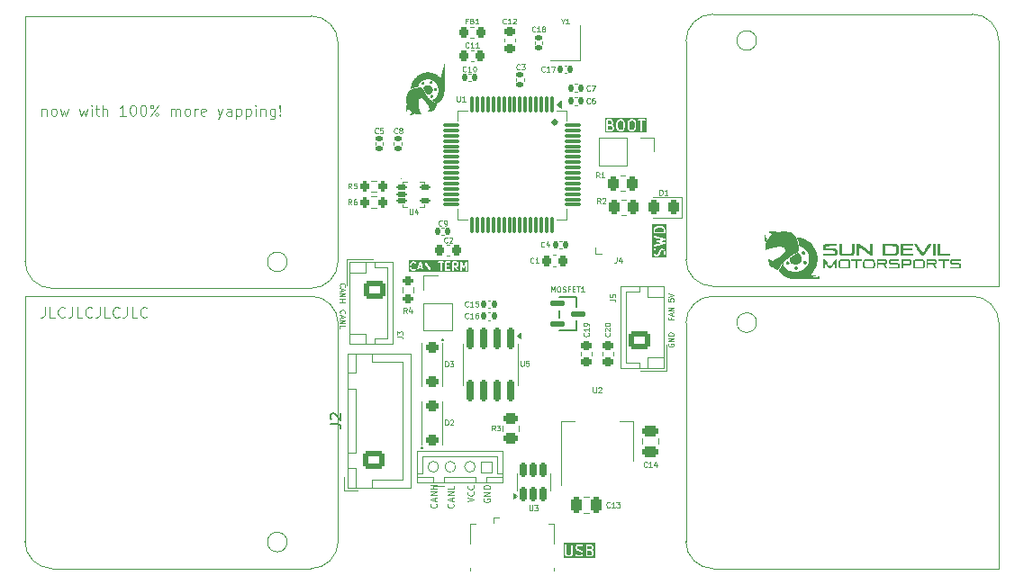
<source format=gto>
G04 #@! TF.GenerationSoftware,KiCad,Pcbnew,9.0.0*
G04 #@! TF.CreationDate,2025-03-19T00:34:01-07:00*
G04 #@! TF.ProjectId,Telemetry_STM32_V3,54656c65-6d65-4747-9279-5f53544d3332,rev?*
G04 #@! TF.SameCoordinates,Original*
G04 #@! TF.FileFunction,Legend,Top*
G04 #@! TF.FilePolarity,Positive*
%FSLAX46Y46*%
G04 Gerber Fmt 4.6, Leading zero omitted, Abs format (unit mm)*
G04 Created by KiCad (PCBNEW 9.0.0) date 2025-03-19 00:34:01*
%MOMM*%
%LPD*%
G01*
G04 APERTURE LIST*
G04 Aperture macros list*
%AMRoundRect*
0 Rectangle with rounded corners*
0 $1 Rounding radius*
0 $2 $3 $4 $5 $6 $7 $8 $9 X,Y pos of 4 corners*
0 Add a 4 corners polygon primitive as box body*
4,1,4,$2,$3,$4,$5,$6,$7,$8,$9,$2,$3,0*
0 Add four circle primitives for the rounded corners*
1,1,$1+$1,$2,$3*
1,1,$1+$1,$4,$5*
1,1,$1+$1,$6,$7*
1,1,$1+$1,$8,$9*
0 Add four rect primitives between the rounded corners*
20,1,$1+$1,$2,$3,$4,$5,0*
20,1,$1+$1,$4,$5,$6,$7,0*
20,1,$1+$1,$6,$7,$8,$9,0*
20,1,$1+$1,$8,$9,$2,$3,0*%
G04 Aperture macros list end*
%ADD10C,0.100000*%
%ADD11C,0.350000*%
%ADD12C,0.150000*%
%ADD13C,0.080000*%
%ADD14C,0.125000*%
%ADD15C,0.120000*%
%ADD16C,0.152400*%
%ADD17C,0.000000*%
%ADD18RoundRect,0.250000X0.262500X0.450000X-0.262500X0.450000X-0.262500X-0.450000X0.262500X-0.450000X0*%
%ADD19RoundRect,0.250000X-0.250000X-0.475000X0.250000X-0.475000X0.250000X0.475000X-0.250000X0.475000X0*%
%ADD20RoundRect,0.250000X0.750000X-0.600000X0.750000X0.600000X-0.750000X0.600000X-0.750000X-0.600000X0*%
%ADD21O,2.000000X1.700000*%
%ADD22RoundRect,0.112500X-0.362500X-0.112500X0.362500X-0.112500X0.362500X0.112500X-0.362500X0.112500X0*%
%ADD23RoundRect,0.140000X0.140000X0.170000X-0.140000X0.170000X-0.140000X-0.170000X0.140000X-0.170000X0*%
%ADD24C,1.810000*%
%ADD25R,1.500000X2.000000*%
%ADD26R,3.800000X2.000000*%
%ADD27C,3.200000*%
%ADD28RoundRect,0.250000X-0.450000X0.262500X-0.450000X-0.262500X0.450000X-0.262500X0.450000X0.262500X0*%
%ADD29R,1.700000X1.700000*%
%ADD30O,1.700000X1.700000*%
%ADD31RoundRect,0.075000X-0.075000X0.700000X-0.075000X-0.700000X0.075000X-0.700000X0.075000X0.700000X0*%
%ADD32RoundRect,0.075000X-0.700000X0.075000X-0.700000X-0.075000X0.700000X-0.075000X0.700000X0.075000X0*%
%ADD33RoundRect,0.245000X0.380000X-0.245000X0.380000X0.245000X-0.380000X0.245000X-0.380000X-0.245000X0*%
%ADD34RoundRect,0.200000X-0.275000X0.200000X-0.275000X-0.200000X0.275000X-0.200000X0.275000X0.200000X0*%
%ADD35RoundRect,0.150000X0.150000X-0.512500X0.150000X0.512500X-0.150000X0.512500X-0.150000X-0.512500X0*%
%ADD36RoundRect,0.140000X-0.170000X0.140000X-0.170000X-0.140000X0.170000X-0.140000X0.170000X0.140000X0*%
%ADD37RoundRect,0.140000X-0.140000X-0.170000X0.140000X-0.170000X0.140000X0.170000X-0.140000X0.170000X0*%
%ADD38RoundRect,0.139700X-0.571500X0.139700X-0.571500X-0.139700X0.571500X-0.139700X0.571500X0.139700X0*%
%ADD39R,0.400000X1.350000*%
%ADD40O,1.200000X1.900000*%
%ADD41R,1.200000X1.900000*%
%ADD42C,1.450000*%
%ADD43R,1.500000X1.900000*%
%ADD44RoundRect,0.245000X-0.380000X0.245000X-0.380000X-0.245000X0.380000X-0.245000X0.380000X0.245000X0*%
%ADD45RoundRect,0.200000X0.200000X0.275000X-0.200000X0.275000X-0.200000X-0.275000X0.200000X-0.275000X0*%
%ADD46R,1.000000X1.150000*%
%ADD47RoundRect,0.250000X-0.750000X0.600000X-0.750000X-0.600000X0.750000X-0.600000X0.750000X0.600000X0*%
%ADD48C,0.990600*%
%ADD49C,0.787400*%
%ADD50RoundRect,0.150000X-0.150000X0.825000X-0.150000X-0.825000X0.150000X-0.825000X0.150000X0.825000X0*%
%ADD51RoundRect,0.243750X0.243750X0.456250X-0.243750X0.456250X-0.243750X-0.456250X0.243750X-0.456250X0*%
%ADD52RoundRect,0.225000X0.250000X-0.225000X0.250000X0.225000X-0.250000X0.225000X-0.250000X-0.225000X0*%
%ADD53RoundRect,0.218750X-0.218750X-0.256250X0.218750X-0.256250X0.218750X0.256250X-0.218750X0.256250X0*%
%ADD54RoundRect,0.225000X0.225000X0.250000X-0.225000X0.250000X-0.225000X-0.250000X0.225000X-0.250000X0*%
%ADD55RoundRect,0.225000X-0.250000X0.225000X-0.250000X-0.225000X0.250000X-0.225000X0.250000X0.225000X0*%
%ADD56RoundRect,0.250000X0.725000X-0.600000X0.725000X0.600000X-0.725000X0.600000X-0.725000X-0.600000X0*%
%ADD57O,1.950000X1.700000*%
%ADD58RoundRect,0.250000X0.475000X-0.250000X0.475000X0.250000X-0.475000X0.250000X-0.475000X-0.250000X0*%
G04 APERTURE END LIST*
D10*
X146600000Y-129900000D02*
X146600000Y-129400000D01*
X147100000Y-127900000D02*
X148100000Y-127900000D01*
X148100000Y-128900000D01*
X147100000Y-128900000D01*
X147100000Y-127900000D01*
X149100000Y-129400000D02*
X147600000Y-129400000D01*
D11*
X154175000Y-96000000D02*
G75*
G02*
X153825000Y-96000000I-175000J0D01*
G01*
X153825000Y-96000000D02*
G75*
G02*
X154175000Y-96000000I175000J0D01*
G01*
D10*
X146600000Y-129400000D02*
X143600000Y-129400000D01*
X143600000Y-129900000D02*
X143600000Y-129400000D01*
X141100000Y-129400000D02*
X142600000Y-129400000D01*
X149100000Y-129900000D02*
X141100000Y-129900000D01*
X148100000Y-127400000D02*
X148600000Y-127400000D01*
X147600000Y-129400000D02*
X147600000Y-129900000D01*
X143100000Y-128400000D02*
G75*
G02*
X142100000Y-128400000I-500000J0D01*
G01*
X142100000Y-128400000D02*
G75*
G02*
X143100000Y-128400000I500000J0D01*
G01*
X142600000Y-130250000D02*
X143600000Y-130250000D01*
X141100000Y-126900000D02*
X149100000Y-126900000D01*
X141100000Y-129000000D02*
X141600000Y-129000000D01*
X141100000Y-129900000D02*
X141100000Y-126900000D01*
X141600000Y-129000000D02*
X141600000Y-127400000D01*
X144700000Y-128400000D02*
G75*
G02*
X143700000Y-128400000I-500000J0D01*
G01*
X143700000Y-128400000D02*
G75*
G02*
X144700000Y-128400000I500000J0D01*
G01*
X141600000Y-127400000D02*
X148100000Y-127400000D01*
X142600000Y-129400000D02*
X142600000Y-129900000D01*
X148600000Y-127400000D02*
X148600000Y-129000000D01*
X148600000Y-129000000D02*
X149100000Y-129000000D01*
X146550000Y-128400000D02*
G75*
G02*
X145550000Y-128400000I-500000J0D01*
G01*
X145550000Y-128400000D02*
G75*
G02*
X146550000Y-128400000I500000J0D01*
G01*
X149100000Y-126900000D02*
X149100000Y-129900000D01*
D12*
G36*
X157472455Y-136359180D02*
G01*
X157498949Y-136385674D01*
X157533207Y-136454190D01*
X157533207Y-136561637D01*
X157498948Y-136630153D01*
X157468541Y-136660561D01*
X157400026Y-136694819D01*
X157111779Y-136694819D01*
X157111779Y-136321009D01*
X157357942Y-136321009D01*
X157472455Y-136359180D01*
G37*
G36*
X157420923Y-135879077D02*
G01*
X157451330Y-135909484D01*
X157485588Y-135978000D01*
X157485588Y-136037828D01*
X157451330Y-136106344D01*
X157420923Y-136136751D01*
X157352407Y-136171009D01*
X157111779Y-136171009D01*
X157111779Y-135844819D01*
X157352407Y-135844819D01*
X157420923Y-135879077D01*
G37*
G36*
X157794318Y-136955930D02*
G01*
X154850668Y-136955930D01*
X154850668Y-135769819D01*
X154961779Y-135769819D01*
X154961779Y-136579342D01*
X154963220Y-136593974D01*
X154964251Y-136596463D01*
X154964442Y-136599151D01*
X154969697Y-136612883D01*
X155017316Y-136708121D01*
X155021279Y-136714417D01*
X155022037Y-136716247D01*
X155023726Y-136718305D01*
X155025148Y-136720564D01*
X155026646Y-136721863D01*
X155031364Y-136727612D01*
X155078983Y-136775232D01*
X155084732Y-136779950D01*
X155086033Y-136781450D01*
X155088292Y-136782872D01*
X155090349Y-136784560D01*
X155092176Y-136785317D01*
X155098476Y-136789282D01*
X155193714Y-136836901D01*
X155207445Y-136842156D01*
X155210134Y-136842347D01*
X155212623Y-136843378D01*
X155227255Y-136844819D01*
X155417731Y-136844819D01*
X155432363Y-136843378D01*
X155434852Y-136842346D01*
X155437540Y-136842156D01*
X155451272Y-136836901D01*
X155546510Y-136789282D01*
X155552809Y-136785317D01*
X155554637Y-136784560D01*
X155556693Y-136782872D01*
X155558953Y-136781450D01*
X155560253Y-136779950D01*
X155566003Y-136775232D01*
X155613621Y-136727613D01*
X155618339Y-136721863D01*
X155619838Y-136720564D01*
X155621259Y-136718305D01*
X155622949Y-136716247D01*
X155623706Y-136714417D01*
X155627670Y-136708121D01*
X155675289Y-136612883D01*
X155680544Y-136599152D01*
X155680735Y-136596462D01*
X155681766Y-136593974D01*
X155683207Y-136579342D01*
X155683207Y-135960295D01*
X155961779Y-135960295D01*
X155961779Y-136055533D01*
X155963220Y-136070165D01*
X155964251Y-136072654D01*
X155964442Y-136075342D01*
X155969697Y-136089074D01*
X156017316Y-136184312D01*
X156021280Y-136190611D01*
X156022038Y-136192439D01*
X156023726Y-136194495D01*
X156025148Y-136196755D01*
X156026646Y-136198054D01*
X156031365Y-136203804D01*
X156078984Y-136251423D01*
X156084733Y-136256141D01*
X156086033Y-136257640D01*
X156088292Y-136259061D01*
X156090349Y-136260750D01*
X156092176Y-136261507D01*
X156098476Y-136265472D01*
X156193714Y-136313091D01*
X156194783Y-136313500D01*
X156195219Y-136313823D01*
X156201355Y-136316015D01*
X156207445Y-136318346D01*
X156207985Y-136318384D01*
X156209065Y-136318770D01*
X156391555Y-136364392D01*
X156468542Y-136402886D01*
X156498949Y-136433293D01*
X156533207Y-136501809D01*
X156533207Y-136561637D01*
X156498948Y-136630153D01*
X156468541Y-136660561D01*
X156400026Y-136694819D01*
X156191806Y-136694819D01*
X156060496Y-136651049D01*
X156046159Y-136647789D01*
X156016969Y-136649864D01*
X155990796Y-136662950D01*
X155971622Y-136685057D01*
X155962368Y-136712820D01*
X155964443Y-136742010D01*
X155977529Y-136768183D01*
X155999636Y-136787357D01*
X156013062Y-136793351D01*
X156155918Y-136840970D01*
X156163173Y-136842619D01*
X156165004Y-136843378D01*
X156167657Y-136843639D01*
X156170255Y-136844230D01*
X156172229Y-136844089D01*
X156179636Y-136844819D01*
X156417731Y-136844819D01*
X156432363Y-136843378D01*
X156434852Y-136842346D01*
X156437540Y-136842156D01*
X156451272Y-136836901D01*
X156546510Y-136789282D01*
X156552809Y-136785317D01*
X156554637Y-136784560D01*
X156556693Y-136782872D01*
X156558953Y-136781450D01*
X156560253Y-136779950D01*
X156566003Y-136775232D01*
X156613621Y-136727613D01*
X156618339Y-136721863D01*
X156619838Y-136720564D01*
X156621259Y-136718305D01*
X156622949Y-136716247D01*
X156623706Y-136714417D01*
X156627670Y-136708121D01*
X156675289Y-136612883D01*
X156680544Y-136599152D01*
X156680735Y-136596462D01*
X156681766Y-136593974D01*
X156683207Y-136579342D01*
X156683207Y-136484104D01*
X156681766Y-136469472D01*
X156680735Y-136466983D01*
X156680544Y-136464294D01*
X156675289Y-136450563D01*
X156627670Y-136355325D01*
X156623705Y-136349025D01*
X156622948Y-136347198D01*
X156621259Y-136345141D01*
X156619838Y-136342882D01*
X156618339Y-136341582D01*
X156613621Y-136335833D01*
X156566002Y-136288214D01*
X156560252Y-136283495D01*
X156558953Y-136281997D01*
X156556693Y-136280575D01*
X156554637Y-136278887D01*
X156552809Y-136278129D01*
X156546510Y-136274165D01*
X156451272Y-136226546D01*
X156450202Y-136226136D01*
X156449767Y-136225814D01*
X156443621Y-136223618D01*
X156437540Y-136221291D01*
X156437000Y-136221252D01*
X156435921Y-136220867D01*
X156253431Y-136175244D01*
X156176444Y-136136751D01*
X156146037Y-136106344D01*
X156111779Y-136037828D01*
X156111779Y-135978000D01*
X156146037Y-135909484D01*
X156176444Y-135879077D01*
X156244960Y-135844819D01*
X156453180Y-135844819D01*
X156584489Y-135888589D01*
X156598826Y-135891849D01*
X156628016Y-135889774D01*
X156654190Y-135876688D01*
X156673364Y-135854580D01*
X156682618Y-135826818D01*
X156680543Y-135797628D01*
X156667456Y-135771455D01*
X156665570Y-135769819D01*
X156961779Y-135769819D01*
X156961779Y-136769819D01*
X156963220Y-136784451D01*
X156974419Y-136811487D01*
X156995111Y-136832179D01*
X157022147Y-136843378D01*
X157036779Y-136844819D01*
X157417731Y-136844819D01*
X157432363Y-136843378D01*
X157434852Y-136842346D01*
X157437540Y-136842156D01*
X157451272Y-136836901D01*
X157546510Y-136789282D01*
X157552809Y-136785317D01*
X157554637Y-136784560D01*
X157556693Y-136782872D01*
X157558953Y-136781450D01*
X157560253Y-136779950D01*
X157566003Y-136775232D01*
X157613621Y-136727613D01*
X157618339Y-136721863D01*
X157619838Y-136720564D01*
X157621259Y-136718305D01*
X157622949Y-136716247D01*
X157623706Y-136714417D01*
X157627670Y-136708121D01*
X157675289Y-136612883D01*
X157680544Y-136599152D01*
X157680735Y-136596462D01*
X157681766Y-136593974D01*
X157683207Y-136579342D01*
X157683207Y-136436485D01*
X157681766Y-136421853D01*
X157680735Y-136419364D01*
X157680544Y-136416675D01*
X157675289Y-136402944D01*
X157627670Y-136307706D01*
X157623705Y-136301406D01*
X157622948Y-136299579D01*
X157621259Y-136297522D01*
X157619838Y-136295263D01*
X157618339Y-136293963D01*
X157613621Y-136288214D01*
X157566002Y-136240595D01*
X157554637Y-136231268D01*
X157552146Y-136230236D01*
X157550111Y-136228471D01*
X157544043Y-136225762D01*
X157566002Y-136203804D01*
X157570720Y-136198054D01*
X157572219Y-136196755D01*
X157573640Y-136194495D01*
X157575329Y-136192439D01*
X157576086Y-136190611D01*
X157580051Y-136184312D01*
X157627670Y-136089074D01*
X157632925Y-136075343D01*
X157633116Y-136072653D01*
X157634147Y-136070165D01*
X157635588Y-136055533D01*
X157635588Y-135960295D01*
X157634147Y-135945663D01*
X157633116Y-135943174D01*
X157632925Y-135940485D01*
X157627670Y-135926754D01*
X157580051Y-135831516D01*
X157576086Y-135825216D01*
X157575329Y-135823389D01*
X157573640Y-135821332D01*
X157572219Y-135819073D01*
X157570720Y-135817773D01*
X157566002Y-135812024D01*
X157518383Y-135764405D01*
X157512633Y-135759686D01*
X157511334Y-135758188D01*
X157509074Y-135756766D01*
X157507018Y-135755078D01*
X157505190Y-135754320D01*
X157498891Y-135750356D01*
X157403653Y-135702737D01*
X157389921Y-135697482D01*
X157387233Y-135697291D01*
X157384744Y-135696260D01*
X157370112Y-135694819D01*
X157036779Y-135694819D01*
X157022147Y-135696260D01*
X156995111Y-135707459D01*
X156974419Y-135728151D01*
X156963220Y-135755187D01*
X156961779Y-135769819D01*
X156665570Y-135769819D01*
X156645349Y-135752281D01*
X156631924Y-135746287D01*
X156489067Y-135698668D01*
X156481813Y-135697018D01*
X156479982Y-135696260D01*
X156477327Y-135695998D01*
X156474730Y-135695408D01*
X156472755Y-135695548D01*
X156465350Y-135694819D01*
X156227255Y-135694819D01*
X156212623Y-135696260D01*
X156210134Y-135697290D01*
X156207445Y-135697482D01*
X156193714Y-135702737D01*
X156098476Y-135750356D01*
X156092176Y-135754320D01*
X156090349Y-135755078D01*
X156088292Y-135756766D01*
X156086033Y-135758188D01*
X156084733Y-135759686D01*
X156078984Y-135764405D01*
X156031365Y-135812024D01*
X156026646Y-135817773D01*
X156025148Y-135819073D01*
X156023726Y-135821332D01*
X156022038Y-135823389D01*
X156021280Y-135825216D01*
X156017316Y-135831516D01*
X155969697Y-135926754D01*
X155964442Y-135940486D01*
X155964251Y-135943173D01*
X155963220Y-135945663D01*
X155961779Y-135960295D01*
X155683207Y-135960295D01*
X155683207Y-135769819D01*
X155681766Y-135755187D01*
X155670567Y-135728151D01*
X155649875Y-135707459D01*
X155622839Y-135696260D01*
X155593575Y-135696260D01*
X155566539Y-135707459D01*
X155545847Y-135728151D01*
X155534648Y-135755187D01*
X155533207Y-135769819D01*
X155533207Y-136561637D01*
X155498948Y-136630153D01*
X155468541Y-136660561D01*
X155400026Y-136694819D01*
X155244960Y-136694819D01*
X155176444Y-136660561D01*
X155146037Y-136630153D01*
X155111779Y-136561637D01*
X155111779Y-135769819D01*
X155110338Y-135755187D01*
X155099139Y-135728151D01*
X155078447Y-135707459D01*
X155051411Y-135696260D01*
X155022147Y-135696260D01*
X154995111Y-135707459D01*
X154974419Y-135728151D01*
X154963220Y-135755187D01*
X154961779Y-135769819D01*
X154850668Y-135769819D01*
X154850668Y-135583708D01*
X157794318Y-135583708D01*
X157794318Y-136955930D01*
G37*
D13*
X133862969Y-113957392D02*
X133839160Y-113933583D01*
X133839160Y-113933583D02*
X133815350Y-113862154D01*
X133815350Y-113862154D02*
X133815350Y-113814535D01*
X133815350Y-113814535D02*
X133839160Y-113743107D01*
X133839160Y-113743107D02*
X133886779Y-113695488D01*
X133886779Y-113695488D02*
X133934398Y-113671678D01*
X133934398Y-113671678D02*
X134029636Y-113647869D01*
X134029636Y-113647869D02*
X134101064Y-113647869D01*
X134101064Y-113647869D02*
X134196302Y-113671678D01*
X134196302Y-113671678D02*
X134243921Y-113695488D01*
X134243921Y-113695488D02*
X134291540Y-113743107D01*
X134291540Y-113743107D02*
X134315350Y-113814535D01*
X134315350Y-113814535D02*
X134315350Y-113862154D01*
X134315350Y-113862154D02*
X134291540Y-113933583D01*
X134291540Y-113933583D02*
X134267731Y-113957392D01*
X133958207Y-114147869D02*
X133958207Y-114385964D01*
X133815350Y-114100250D02*
X134315350Y-114266916D01*
X134315350Y-114266916D02*
X133815350Y-114433583D01*
X133815350Y-114600249D02*
X134315350Y-114600249D01*
X134315350Y-114600249D02*
X133815350Y-114885963D01*
X133815350Y-114885963D02*
X134315350Y-114885963D01*
X133815350Y-115362154D02*
X133815350Y-115124059D01*
X133815350Y-115124059D02*
X134315350Y-115124059D01*
D10*
X153684836Y-111933609D02*
X153684836Y-111433609D01*
X153684836Y-111433609D02*
X153851503Y-111790752D01*
X153851503Y-111790752D02*
X154018169Y-111433609D01*
X154018169Y-111433609D02*
X154018169Y-111933609D01*
X154351503Y-111433609D02*
X154446741Y-111433609D01*
X154446741Y-111433609D02*
X154494360Y-111457419D01*
X154494360Y-111457419D02*
X154541979Y-111505038D01*
X154541979Y-111505038D02*
X154565789Y-111600276D01*
X154565789Y-111600276D02*
X154565789Y-111766942D01*
X154565789Y-111766942D02*
X154541979Y-111862180D01*
X154541979Y-111862180D02*
X154494360Y-111909800D01*
X154494360Y-111909800D02*
X154446741Y-111933609D01*
X154446741Y-111933609D02*
X154351503Y-111933609D01*
X154351503Y-111933609D02*
X154303884Y-111909800D01*
X154303884Y-111909800D02*
X154256265Y-111862180D01*
X154256265Y-111862180D02*
X154232456Y-111766942D01*
X154232456Y-111766942D02*
X154232456Y-111600276D01*
X154232456Y-111600276D02*
X154256265Y-111505038D01*
X154256265Y-111505038D02*
X154303884Y-111457419D01*
X154303884Y-111457419D02*
X154351503Y-111433609D01*
X154756266Y-111909800D02*
X154827694Y-111933609D01*
X154827694Y-111933609D02*
X154946742Y-111933609D01*
X154946742Y-111933609D02*
X154994361Y-111909800D01*
X154994361Y-111909800D02*
X155018170Y-111885990D01*
X155018170Y-111885990D02*
X155041980Y-111838371D01*
X155041980Y-111838371D02*
X155041980Y-111790752D01*
X155041980Y-111790752D02*
X155018170Y-111743133D01*
X155018170Y-111743133D02*
X154994361Y-111719323D01*
X154994361Y-111719323D02*
X154946742Y-111695514D01*
X154946742Y-111695514D02*
X154851504Y-111671704D01*
X154851504Y-111671704D02*
X154803885Y-111647895D01*
X154803885Y-111647895D02*
X154780075Y-111624085D01*
X154780075Y-111624085D02*
X154756266Y-111576466D01*
X154756266Y-111576466D02*
X154756266Y-111528847D01*
X154756266Y-111528847D02*
X154780075Y-111481228D01*
X154780075Y-111481228D02*
X154803885Y-111457419D01*
X154803885Y-111457419D02*
X154851504Y-111433609D01*
X154851504Y-111433609D02*
X154970551Y-111433609D01*
X154970551Y-111433609D02*
X155041980Y-111457419D01*
X155422932Y-111671704D02*
X155256265Y-111671704D01*
X155256265Y-111933609D02*
X155256265Y-111433609D01*
X155256265Y-111433609D02*
X155494360Y-111433609D01*
X155684836Y-111671704D02*
X155851503Y-111671704D01*
X155922931Y-111933609D02*
X155684836Y-111933609D01*
X155684836Y-111933609D02*
X155684836Y-111433609D01*
X155684836Y-111433609D02*
X155922931Y-111433609D01*
X156065789Y-111433609D02*
X156351503Y-111433609D01*
X156208646Y-111933609D02*
X156208646Y-111433609D01*
X156780074Y-111933609D02*
X156494360Y-111933609D01*
X156637217Y-111933609D02*
X156637217Y-111433609D01*
X156637217Y-111433609D02*
X156589598Y-111505038D01*
X156589598Y-111505038D02*
X156541979Y-111552657D01*
X156541979Y-111552657D02*
X156494360Y-111576466D01*
D13*
X144465268Y-131861654D02*
X144493840Y-131890226D01*
X144493840Y-131890226D02*
X144522411Y-131975940D01*
X144522411Y-131975940D02*
X144522411Y-132033083D01*
X144522411Y-132033083D02*
X144493840Y-132118797D01*
X144493840Y-132118797D02*
X144436697Y-132175940D01*
X144436697Y-132175940D02*
X144379554Y-132204511D01*
X144379554Y-132204511D02*
X144265268Y-132233083D01*
X144265268Y-132233083D02*
X144179554Y-132233083D01*
X144179554Y-132233083D02*
X144065268Y-132204511D01*
X144065268Y-132204511D02*
X144008125Y-132175940D01*
X144008125Y-132175940D02*
X143950982Y-132118797D01*
X143950982Y-132118797D02*
X143922411Y-132033083D01*
X143922411Y-132033083D02*
X143922411Y-131975940D01*
X143922411Y-131975940D02*
X143950982Y-131890226D01*
X143950982Y-131890226D02*
X143979554Y-131861654D01*
X144350982Y-131633083D02*
X144350982Y-131347369D01*
X144522411Y-131690226D02*
X143922411Y-131490226D01*
X143922411Y-131490226D02*
X144522411Y-131290226D01*
X144522411Y-131090225D02*
X143922411Y-131090225D01*
X143922411Y-131090225D02*
X144522411Y-130747368D01*
X144522411Y-130747368D02*
X143922411Y-130747368D01*
X144522411Y-130175940D02*
X144522411Y-130461654D01*
X144522411Y-130461654D02*
X143922411Y-130461654D01*
X133862969Y-111457392D02*
X133839160Y-111433583D01*
X133839160Y-111433583D02*
X133815350Y-111362154D01*
X133815350Y-111362154D02*
X133815350Y-111314535D01*
X133815350Y-111314535D02*
X133839160Y-111243107D01*
X133839160Y-111243107D02*
X133886779Y-111195488D01*
X133886779Y-111195488D02*
X133934398Y-111171678D01*
X133934398Y-111171678D02*
X134029636Y-111147869D01*
X134029636Y-111147869D02*
X134101064Y-111147869D01*
X134101064Y-111147869D02*
X134196302Y-111171678D01*
X134196302Y-111171678D02*
X134243921Y-111195488D01*
X134243921Y-111195488D02*
X134291540Y-111243107D01*
X134291540Y-111243107D02*
X134315350Y-111314535D01*
X134315350Y-111314535D02*
X134315350Y-111362154D01*
X134315350Y-111362154D02*
X134291540Y-111433583D01*
X134291540Y-111433583D02*
X134267731Y-111457392D01*
X133958207Y-111647869D02*
X133958207Y-111885964D01*
X133815350Y-111600250D02*
X134315350Y-111766916D01*
X134315350Y-111766916D02*
X133815350Y-111933583D01*
X133815350Y-112100249D02*
X134315350Y-112100249D01*
X134315350Y-112100249D02*
X133815350Y-112385963D01*
X133815350Y-112385963D02*
X134315350Y-112385963D01*
X133815350Y-112624059D02*
X134315350Y-112624059D01*
X134077255Y-112624059D02*
X134077255Y-112909773D01*
X133815350Y-112909773D02*
X134315350Y-112909773D01*
X164708459Y-116816416D02*
X164684649Y-116864035D01*
X164684649Y-116864035D02*
X164684649Y-116935464D01*
X164684649Y-116935464D02*
X164708459Y-117006892D01*
X164708459Y-117006892D02*
X164756078Y-117054511D01*
X164756078Y-117054511D02*
X164803697Y-117078321D01*
X164803697Y-117078321D02*
X164898935Y-117102130D01*
X164898935Y-117102130D02*
X164970363Y-117102130D01*
X164970363Y-117102130D02*
X165065601Y-117078321D01*
X165065601Y-117078321D02*
X165113220Y-117054511D01*
X165113220Y-117054511D02*
X165160840Y-117006892D01*
X165160840Y-117006892D02*
X165184649Y-116935464D01*
X165184649Y-116935464D02*
X165184649Y-116887845D01*
X165184649Y-116887845D02*
X165160840Y-116816416D01*
X165160840Y-116816416D02*
X165137030Y-116792607D01*
X165137030Y-116792607D02*
X164970363Y-116792607D01*
X164970363Y-116792607D02*
X164970363Y-116887845D01*
X165184649Y-116578321D02*
X164684649Y-116578321D01*
X164684649Y-116578321D02*
X165184649Y-116292607D01*
X165184649Y-116292607D02*
X164684649Y-116292607D01*
X165184649Y-116054511D02*
X164684649Y-116054511D01*
X164684649Y-116054511D02*
X164684649Y-115935463D01*
X164684649Y-115935463D02*
X164708459Y-115864035D01*
X164708459Y-115864035D02*
X164756078Y-115816416D01*
X164756078Y-115816416D02*
X164803697Y-115792606D01*
X164803697Y-115792606D02*
X164898935Y-115768797D01*
X164898935Y-115768797D02*
X164970363Y-115768797D01*
X164970363Y-115768797D02*
X165065601Y-115792606D01*
X165065601Y-115792606D02*
X165113220Y-115816416D01*
X165113220Y-115816416D02*
X165160840Y-115864035D01*
X165160840Y-115864035D02*
X165184649Y-115935463D01*
X165184649Y-115935463D02*
X165184649Y-116054511D01*
D12*
G36*
X164105547Y-105914937D02*
G01*
X164182534Y-105953431D01*
X164256648Y-106027544D01*
X164294819Y-106142057D01*
X164294819Y-106292982D01*
X163444819Y-106292982D01*
X163444819Y-106142057D01*
X163482990Y-106027543D01*
X163557103Y-105953431D01*
X163634090Y-105914937D01*
X163807624Y-105871554D01*
X163932013Y-105871554D01*
X164105547Y-105914937D01*
G37*
G36*
X164555930Y-108696950D02*
G01*
X163183708Y-108696950D01*
X163183708Y-108082268D01*
X163294819Y-108082268D01*
X163294819Y-108320363D01*
X163296260Y-108334995D01*
X163297291Y-108337484D01*
X163297482Y-108340172D01*
X163302737Y-108353904D01*
X163350356Y-108449142D01*
X163354320Y-108455441D01*
X163355078Y-108457269D01*
X163356766Y-108459325D01*
X163358188Y-108461585D01*
X163359686Y-108462884D01*
X163364405Y-108468634D01*
X163412024Y-108516253D01*
X163417773Y-108520971D01*
X163419073Y-108522470D01*
X163421332Y-108523891D01*
X163423389Y-108525580D01*
X163425216Y-108526337D01*
X163431516Y-108530302D01*
X163526754Y-108577921D01*
X163540485Y-108583176D01*
X163543174Y-108583367D01*
X163545663Y-108584398D01*
X163560295Y-108585839D01*
X163655533Y-108585839D01*
X163670165Y-108584398D01*
X163672654Y-108583366D01*
X163675342Y-108583176D01*
X163689074Y-108577921D01*
X163784312Y-108530302D01*
X163790611Y-108526337D01*
X163792439Y-108525580D01*
X163794495Y-108523891D01*
X163796755Y-108522470D01*
X163798054Y-108520971D01*
X163803804Y-108516253D01*
X163851423Y-108468634D01*
X163856141Y-108462884D01*
X163857640Y-108461585D01*
X163859061Y-108459325D01*
X163860750Y-108457269D01*
X163861507Y-108455441D01*
X163865472Y-108449142D01*
X163913091Y-108353904D01*
X163913500Y-108352834D01*
X163913823Y-108352399D01*
X163916015Y-108346262D01*
X163918346Y-108340173D01*
X163918384Y-108339632D01*
X163918770Y-108338553D01*
X163964392Y-108156063D01*
X164002886Y-108079076D01*
X164033293Y-108048669D01*
X164101809Y-108014411D01*
X164161637Y-108014411D01*
X164230153Y-108048669D01*
X164260561Y-108079076D01*
X164294819Y-108147592D01*
X164294819Y-108355812D01*
X164251049Y-108487122D01*
X164247789Y-108501459D01*
X164249864Y-108530649D01*
X164262950Y-108556822D01*
X164285057Y-108575996D01*
X164312820Y-108585250D01*
X164342010Y-108583175D01*
X164368183Y-108570089D01*
X164387357Y-108547982D01*
X164393351Y-108534556D01*
X164440970Y-108391700D01*
X164442619Y-108384444D01*
X164443378Y-108382614D01*
X164443639Y-108379960D01*
X164444230Y-108377363D01*
X164444089Y-108375388D01*
X164444819Y-108367982D01*
X164444819Y-108129887D01*
X164443378Y-108115255D01*
X164442347Y-108112766D01*
X164442156Y-108110077D01*
X164436901Y-108096346D01*
X164389282Y-108001108D01*
X164385317Y-107994808D01*
X164384560Y-107992981D01*
X164382872Y-107990924D01*
X164381450Y-107988665D01*
X164379950Y-107987364D01*
X164375232Y-107981615D01*
X164327612Y-107933996D01*
X164321863Y-107929278D01*
X164320564Y-107927780D01*
X164318305Y-107926358D01*
X164316247Y-107924669D01*
X164314417Y-107923911D01*
X164308121Y-107919948D01*
X164212883Y-107872329D01*
X164199151Y-107867074D01*
X164196463Y-107866883D01*
X164193974Y-107865852D01*
X164179342Y-107864411D01*
X164084104Y-107864411D01*
X164069472Y-107865852D01*
X164066983Y-107866882D01*
X164064294Y-107867074D01*
X164050563Y-107872329D01*
X163955325Y-107919948D01*
X163949025Y-107923912D01*
X163947198Y-107924670D01*
X163945141Y-107926358D01*
X163942882Y-107927780D01*
X163941582Y-107929278D01*
X163935833Y-107933997D01*
X163888214Y-107981616D01*
X163883495Y-107987365D01*
X163881997Y-107988665D01*
X163880575Y-107990924D01*
X163878887Y-107992981D01*
X163878129Y-107994808D01*
X163874165Y-108001108D01*
X163826546Y-108096346D01*
X163826136Y-108097415D01*
X163825814Y-108097851D01*
X163823618Y-108103996D01*
X163821291Y-108110078D01*
X163821252Y-108110617D01*
X163820867Y-108111697D01*
X163775244Y-108294187D01*
X163736751Y-108371174D01*
X163706344Y-108401581D01*
X163637828Y-108435839D01*
X163578000Y-108435839D01*
X163509484Y-108401581D01*
X163479077Y-108371174D01*
X163444819Y-108302658D01*
X163444819Y-108094438D01*
X163488589Y-107963129D01*
X163491849Y-107948792D01*
X163489774Y-107919602D01*
X163476688Y-107893428D01*
X163454580Y-107874254D01*
X163426818Y-107865000D01*
X163397628Y-107867075D01*
X163371455Y-107880162D01*
X163352281Y-107902269D01*
X163346287Y-107915694D01*
X163298668Y-108058551D01*
X163297018Y-108065804D01*
X163296260Y-108067636D01*
X163295998Y-108070290D01*
X163295408Y-108072888D01*
X163295548Y-108074862D01*
X163294819Y-108082268D01*
X163183708Y-108082268D01*
X163183708Y-106746131D01*
X163294871Y-106746131D01*
X163299504Y-106775026D01*
X163314840Y-106799948D01*
X163338547Y-106817105D01*
X163352447Y-106821895D01*
X164063303Y-106991146D01*
X163636208Y-107105038D01*
X163632780Y-107106323D01*
X163631340Y-107106515D01*
X163629629Y-107107505D01*
X163622442Y-107110201D01*
X163614582Y-107116216D01*
X163606015Y-107121177D01*
X163603061Y-107125034D01*
X163599204Y-107127988D01*
X163594243Y-107136555D01*
X163588228Y-107144415D01*
X163586976Y-107149107D01*
X163584542Y-107153313D01*
X163583237Y-107163128D01*
X163580688Y-107172691D01*
X163581327Y-107177506D01*
X163580688Y-107182321D01*
X163583237Y-107191883D01*
X163584542Y-107201699D01*
X163586976Y-107205904D01*
X163588228Y-107210597D01*
X163594243Y-107218456D01*
X163599204Y-107227024D01*
X163603061Y-107229977D01*
X163606015Y-107233835D01*
X163614582Y-107238795D01*
X163622442Y-107244811D01*
X163629629Y-107247506D01*
X163631340Y-107248497D01*
X163632780Y-107248688D01*
X163636208Y-107249974D01*
X164063303Y-107363865D01*
X163352447Y-107533117D01*
X163338547Y-107537907D01*
X163314840Y-107555064D01*
X163299504Y-107579986D01*
X163294871Y-107608881D01*
X163301649Y-107637349D01*
X163318806Y-107661056D01*
X163343728Y-107676392D01*
X163372623Y-107681025D01*
X163387191Y-107679037D01*
X164387191Y-107440942D01*
X164392209Y-107439212D01*
X164394013Y-107438973D01*
X164395642Y-107438029D01*
X164401091Y-107436152D01*
X164409914Y-107429766D01*
X164419337Y-107424311D01*
X164421677Y-107421253D01*
X164424798Y-107418995D01*
X164430503Y-107409723D01*
X164437125Y-107401073D01*
X164438118Y-107397349D01*
X164440134Y-107394073D01*
X164441856Y-107383329D01*
X164444665Y-107372798D01*
X164444157Y-107368979D01*
X164444767Y-107365178D01*
X164442244Y-107354582D01*
X164440810Y-107343789D01*
X164438881Y-107340457D01*
X164437989Y-107336710D01*
X164431602Y-107327885D01*
X164426148Y-107318464D01*
X164423090Y-107316123D01*
X164420832Y-107313003D01*
X164411559Y-107307297D01*
X164402911Y-107300677D01*
X164397509Y-107298651D01*
X164395910Y-107297667D01*
X164394119Y-107297379D01*
X164389144Y-107295514D01*
X163946613Y-107177506D01*
X164389144Y-107059498D01*
X164394119Y-107057632D01*
X164395910Y-107057345D01*
X164397509Y-107056360D01*
X164402911Y-107054335D01*
X164411559Y-107047714D01*
X164420832Y-107042009D01*
X164423090Y-107038888D01*
X164426148Y-107036548D01*
X164431602Y-107027126D01*
X164437989Y-107018302D01*
X164438881Y-107014554D01*
X164440810Y-107011223D01*
X164442244Y-107000429D01*
X164444767Y-106989834D01*
X164444157Y-106986032D01*
X164444665Y-106982214D01*
X164441856Y-106971682D01*
X164440134Y-106960939D01*
X164438118Y-106957662D01*
X164437125Y-106953939D01*
X164430503Y-106945288D01*
X164424798Y-106936017D01*
X164421677Y-106933758D01*
X164419337Y-106930701D01*
X164409914Y-106925245D01*
X164401091Y-106918860D01*
X164395642Y-106916982D01*
X164394013Y-106916039D01*
X164392209Y-106915799D01*
X164387191Y-106914070D01*
X163387191Y-106675975D01*
X163372623Y-106673987D01*
X163343728Y-106678620D01*
X163318806Y-106693956D01*
X163301649Y-106717663D01*
X163294871Y-106746131D01*
X163183708Y-106746131D01*
X163183708Y-106129887D01*
X163294819Y-106129887D01*
X163294819Y-106367982D01*
X163296260Y-106382614D01*
X163307459Y-106409650D01*
X163328151Y-106430342D01*
X163355187Y-106441541D01*
X163369819Y-106442982D01*
X164369819Y-106442982D01*
X164384451Y-106441541D01*
X164411487Y-106430342D01*
X164432179Y-106409650D01*
X164443378Y-106382614D01*
X164444819Y-106367982D01*
X164444819Y-106129887D01*
X164444089Y-106122480D01*
X164444230Y-106120506D01*
X164443639Y-106117908D01*
X164443378Y-106115255D01*
X164442619Y-106113424D01*
X164440970Y-106106169D01*
X164393351Y-105963313D01*
X164387357Y-105949887D01*
X164385592Y-105947852D01*
X164384561Y-105945362D01*
X164375233Y-105933997D01*
X164279994Y-105838759D01*
X164274244Y-105834040D01*
X164272945Y-105832542D01*
X164270686Y-105831120D01*
X164268628Y-105829431D01*
X164266798Y-105828673D01*
X164260502Y-105824710D01*
X164165264Y-105777091D01*
X164164194Y-105776681D01*
X164163759Y-105776359D01*
X164157613Y-105774163D01*
X164151532Y-105771836D01*
X164150992Y-105771797D01*
X164149913Y-105771412D01*
X163959437Y-105723793D01*
X163956900Y-105723417D01*
X163955879Y-105722995D01*
X163950366Y-105722452D01*
X163944893Y-105721643D01*
X163943800Y-105721805D01*
X163941247Y-105721554D01*
X163798390Y-105721554D01*
X163795836Y-105721805D01*
X163794744Y-105721643D01*
X163789270Y-105722452D01*
X163783758Y-105722995D01*
X163782736Y-105723417D01*
X163780200Y-105723793D01*
X163589724Y-105771412D01*
X163588644Y-105771797D01*
X163588104Y-105771836D01*
X163582014Y-105774166D01*
X163575878Y-105776359D01*
X163575442Y-105776681D01*
X163574373Y-105777091D01*
X163479135Y-105824710D01*
X163472840Y-105828672D01*
X163471008Y-105829431D01*
X163468946Y-105831122D01*
X163466692Y-105832542D01*
X163465393Y-105834038D01*
X163459643Y-105838759D01*
X163364405Y-105933997D01*
X163355078Y-105945362D01*
X163354046Y-105947852D01*
X163352281Y-105949888D01*
X163346287Y-105963313D01*
X163298668Y-106106170D01*
X163297018Y-106113423D01*
X163296260Y-106115255D01*
X163295998Y-106117909D01*
X163295408Y-106120507D01*
X163295548Y-106122481D01*
X163294819Y-106129887D01*
X163183708Y-106129887D01*
X163183708Y-105610443D01*
X164555930Y-105610443D01*
X164555930Y-108696950D01*
G37*
D13*
X147350982Y-131390226D02*
X147322411Y-131447369D01*
X147322411Y-131447369D02*
X147322411Y-131533083D01*
X147322411Y-131533083D02*
X147350982Y-131618797D01*
X147350982Y-131618797D02*
X147408125Y-131675940D01*
X147408125Y-131675940D02*
X147465268Y-131704511D01*
X147465268Y-131704511D02*
X147579554Y-131733083D01*
X147579554Y-131733083D02*
X147665268Y-131733083D01*
X147665268Y-131733083D02*
X147779554Y-131704511D01*
X147779554Y-131704511D02*
X147836697Y-131675940D01*
X147836697Y-131675940D02*
X147893840Y-131618797D01*
X147893840Y-131618797D02*
X147922411Y-131533083D01*
X147922411Y-131533083D02*
X147922411Y-131475940D01*
X147922411Y-131475940D02*
X147893840Y-131390226D01*
X147893840Y-131390226D02*
X147865268Y-131361654D01*
X147865268Y-131361654D02*
X147665268Y-131361654D01*
X147665268Y-131361654D02*
X147665268Y-131475940D01*
X147922411Y-131104511D02*
X147322411Y-131104511D01*
X147322411Y-131104511D02*
X147922411Y-130761654D01*
X147922411Y-130761654D02*
X147322411Y-130761654D01*
X147922411Y-130475940D02*
X147322411Y-130475940D01*
X147322411Y-130475940D02*
X147322411Y-130333083D01*
X147322411Y-130333083D02*
X147350982Y-130247369D01*
X147350982Y-130247369D02*
X147408125Y-130190226D01*
X147408125Y-130190226D02*
X147465268Y-130161655D01*
X147465268Y-130161655D02*
X147579554Y-130133083D01*
X147579554Y-130133083D02*
X147665268Y-130133083D01*
X147665268Y-130133083D02*
X147779554Y-130161655D01*
X147779554Y-130161655D02*
X147836697Y-130190226D01*
X147836697Y-130190226D02*
X147893840Y-130247369D01*
X147893840Y-130247369D02*
X147922411Y-130333083D01*
X147922411Y-130333083D02*
X147922411Y-130475940D01*
X142865268Y-131861654D02*
X142893840Y-131890226D01*
X142893840Y-131890226D02*
X142922411Y-131975940D01*
X142922411Y-131975940D02*
X142922411Y-132033083D01*
X142922411Y-132033083D02*
X142893840Y-132118797D01*
X142893840Y-132118797D02*
X142836697Y-132175940D01*
X142836697Y-132175940D02*
X142779554Y-132204511D01*
X142779554Y-132204511D02*
X142665268Y-132233083D01*
X142665268Y-132233083D02*
X142579554Y-132233083D01*
X142579554Y-132233083D02*
X142465268Y-132204511D01*
X142465268Y-132204511D02*
X142408125Y-132175940D01*
X142408125Y-132175940D02*
X142350982Y-132118797D01*
X142350982Y-132118797D02*
X142322411Y-132033083D01*
X142322411Y-132033083D02*
X142322411Y-131975940D01*
X142322411Y-131975940D02*
X142350982Y-131890226D01*
X142350982Y-131890226D02*
X142379554Y-131861654D01*
X142750982Y-131633083D02*
X142750982Y-131347369D01*
X142922411Y-131690226D02*
X142322411Y-131490226D01*
X142322411Y-131490226D02*
X142922411Y-131290226D01*
X142922411Y-131090225D02*
X142322411Y-131090225D01*
X142322411Y-131090225D02*
X142922411Y-130747368D01*
X142922411Y-130747368D02*
X142322411Y-130747368D01*
X142922411Y-130461654D02*
X142322411Y-130461654D01*
X142608125Y-130461654D02*
X142608125Y-130118797D01*
X142922411Y-130118797D02*
X142322411Y-130118797D01*
D10*
X105803884Y-94705752D02*
X105803884Y-95372419D01*
X105803884Y-94800990D02*
X105851503Y-94753371D01*
X105851503Y-94753371D02*
X105946741Y-94705752D01*
X105946741Y-94705752D02*
X106089598Y-94705752D01*
X106089598Y-94705752D02*
X106184836Y-94753371D01*
X106184836Y-94753371D02*
X106232455Y-94848609D01*
X106232455Y-94848609D02*
X106232455Y-95372419D01*
X106851503Y-95372419D02*
X106756265Y-95324800D01*
X106756265Y-95324800D02*
X106708646Y-95277180D01*
X106708646Y-95277180D02*
X106661027Y-95181942D01*
X106661027Y-95181942D02*
X106661027Y-94896228D01*
X106661027Y-94896228D02*
X106708646Y-94800990D01*
X106708646Y-94800990D02*
X106756265Y-94753371D01*
X106756265Y-94753371D02*
X106851503Y-94705752D01*
X106851503Y-94705752D02*
X106994360Y-94705752D01*
X106994360Y-94705752D02*
X107089598Y-94753371D01*
X107089598Y-94753371D02*
X107137217Y-94800990D01*
X107137217Y-94800990D02*
X107184836Y-94896228D01*
X107184836Y-94896228D02*
X107184836Y-95181942D01*
X107184836Y-95181942D02*
X107137217Y-95277180D01*
X107137217Y-95277180D02*
X107089598Y-95324800D01*
X107089598Y-95324800D02*
X106994360Y-95372419D01*
X106994360Y-95372419D02*
X106851503Y-95372419D01*
X107518170Y-94705752D02*
X107708646Y-95372419D01*
X107708646Y-95372419D02*
X107899122Y-94896228D01*
X107899122Y-94896228D02*
X108089598Y-95372419D01*
X108089598Y-95372419D02*
X108280074Y-94705752D01*
X109327694Y-94705752D02*
X109518170Y-95372419D01*
X109518170Y-95372419D02*
X109708646Y-94896228D01*
X109708646Y-94896228D02*
X109899122Y-95372419D01*
X109899122Y-95372419D02*
X110089598Y-94705752D01*
X110470551Y-95372419D02*
X110470551Y-94705752D01*
X110470551Y-94372419D02*
X110422932Y-94420038D01*
X110422932Y-94420038D02*
X110470551Y-94467657D01*
X110470551Y-94467657D02*
X110518170Y-94420038D01*
X110518170Y-94420038D02*
X110470551Y-94372419D01*
X110470551Y-94372419D02*
X110470551Y-94467657D01*
X110803884Y-94705752D02*
X111184836Y-94705752D01*
X110946741Y-94372419D02*
X110946741Y-95229561D01*
X110946741Y-95229561D02*
X110994360Y-95324800D01*
X110994360Y-95324800D02*
X111089598Y-95372419D01*
X111089598Y-95372419D02*
X111184836Y-95372419D01*
X111518170Y-95372419D02*
X111518170Y-94372419D01*
X111946741Y-95372419D02*
X111946741Y-94848609D01*
X111946741Y-94848609D02*
X111899122Y-94753371D01*
X111899122Y-94753371D02*
X111803884Y-94705752D01*
X111803884Y-94705752D02*
X111661027Y-94705752D01*
X111661027Y-94705752D02*
X111565789Y-94753371D01*
X111565789Y-94753371D02*
X111518170Y-94800990D01*
X113708646Y-95372419D02*
X113137218Y-95372419D01*
X113422932Y-95372419D02*
X113422932Y-94372419D01*
X113422932Y-94372419D02*
X113327694Y-94515276D01*
X113327694Y-94515276D02*
X113232456Y-94610514D01*
X113232456Y-94610514D02*
X113137218Y-94658133D01*
X114327694Y-94372419D02*
X114422932Y-94372419D01*
X114422932Y-94372419D02*
X114518170Y-94420038D01*
X114518170Y-94420038D02*
X114565789Y-94467657D01*
X114565789Y-94467657D02*
X114613408Y-94562895D01*
X114613408Y-94562895D02*
X114661027Y-94753371D01*
X114661027Y-94753371D02*
X114661027Y-94991466D01*
X114661027Y-94991466D02*
X114613408Y-95181942D01*
X114613408Y-95181942D02*
X114565789Y-95277180D01*
X114565789Y-95277180D02*
X114518170Y-95324800D01*
X114518170Y-95324800D02*
X114422932Y-95372419D01*
X114422932Y-95372419D02*
X114327694Y-95372419D01*
X114327694Y-95372419D02*
X114232456Y-95324800D01*
X114232456Y-95324800D02*
X114184837Y-95277180D01*
X114184837Y-95277180D02*
X114137218Y-95181942D01*
X114137218Y-95181942D02*
X114089599Y-94991466D01*
X114089599Y-94991466D02*
X114089599Y-94753371D01*
X114089599Y-94753371D02*
X114137218Y-94562895D01*
X114137218Y-94562895D02*
X114184837Y-94467657D01*
X114184837Y-94467657D02*
X114232456Y-94420038D01*
X114232456Y-94420038D02*
X114327694Y-94372419D01*
X115280075Y-94372419D02*
X115375313Y-94372419D01*
X115375313Y-94372419D02*
X115470551Y-94420038D01*
X115470551Y-94420038D02*
X115518170Y-94467657D01*
X115518170Y-94467657D02*
X115565789Y-94562895D01*
X115565789Y-94562895D02*
X115613408Y-94753371D01*
X115613408Y-94753371D02*
X115613408Y-94991466D01*
X115613408Y-94991466D02*
X115565789Y-95181942D01*
X115565789Y-95181942D02*
X115518170Y-95277180D01*
X115518170Y-95277180D02*
X115470551Y-95324800D01*
X115470551Y-95324800D02*
X115375313Y-95372419D01*
X115375313Y-95372419D02*
X115280075Y-95372419D01*
X115280075Y-95372419D02*
X115184837Y-95324800D01*
X115184837Y-95324800D02*
X115137218Y-95277180D01*
X115137218Y-95277180D02*
X115089599Y-95181942D01*
X115089599Y-95181942D02*
X115041980Y-94991466D01*
X115041980Y-94991466D02*
X115041980Y-94753371D01*
X115041980Y-94753371D02*
X115089599Y-94562895D01*
X115089599Y-94562895D02*
X115137218Y-94467657D01*
X115137218Y-94467657D02*
X115184837Y-94420038D01*
X115184837Y-94420038D02*
X115280075Y-94372419D01*
X115994361Y-95372419D02*
X116756265Y-94372419D01*
X116137218Y-94372419D02*
X116232456Y-94420038D01*
X116232456Y-94420038D02*
X116280075Y-94515276D01*
X116280075Y-94515276D02*
X116232456Y-94610514D01*
X116232456Y-94610514D02*
X116137218Y-94658133D01*
X116137218Y-94658133D02*
X116041980Y-94610514D01*
X116041980Y-94610514D02*
X115994361Y-94515276D01*
X115994361Y-94515276D02*
X116041980Y-94420038D01*
X116041980Y-94420038D02*
X116137218Y-94372419D01*
X116708646Y-95324800D02*
X116756265Y-95229561D01*
X116756265Y-95229561D02*
X116708646Y-95134323D01*
X116708646Y-95134323D02*
X116613408Y-95086704D01*
X116613408Y-95086704D02*
X116518170Y-95134323D01*
X116518170Y-95134323D02*
X116470551Y-95229561D01*
X116470551Y-95229561D02*
X116518170Y-95324800D01*
X116518170Y-95324800D02*
X116613408Y-95372419D01*
X116613408Y-95372419D02*
X116708646Y-95324800D01*
X117946742Y-95372419D02*
X117946742Y-94705752D01*
X117946742Y-94800990D02*
X117994361Y-94753371D01*
X117994361Y-94753371D02*
X118089599Y-94705752D01*
X118089599Y-94705752D02*
X118232456Y-94705752D01*
X118232456Y-94705752D02*
X118327694Y-94753371D01*
X118327694Y-94753371D02*
X118375313Y-94848609D01*
X118375313Y-94848609D02*
X118375313Y-95372419D01*
X118375313Y-94848609D02*
X118422932Y-94753371D01*
X118422932Y-94753371D02*
X118518170Y-94705752D01*
X118518170Y-94705752D02*
X118661027Y-94705752D01*
X118661027Y-94705752D02*
X118756266Y-94753371D01*
X118756266Y-94753371D02*
X118803885Y-94848609D01*
X118803885Y-94848609D02*
X118803885Y-95372419D01*
X119422932Y-95372419D02*
X119327694Y-95324800D01*
X119327694Y-95324800D02*
X119280075Y-95277180D01*
X119280075Y-95277180D02*
X119232456Y-95181942D01*
X119232456Y-95181942D02*
X119232456Y-94896228D01*
X119232456Y-94896228D02*
X119280075Y-94800990D01*
X119280075Y-94800990D02*
X119327694Y-94753371D01*
X119327694Y-94753371D02*
X119422932Y-94705752D01*
X119422932Y-94705752D02*
X119565789Y-94705752D01*
X119565789Y-94705752D02*
X119661027Y-94753371D01*
X119661027Y-94753371D02*
X119708646Y-94800990D01*
X119708646Y-94800990D02*
X119756265Y-94896228D01*
X119756265Y-94896228D02*
X119756265Y-95181942D01*
X119756265Y-95181942D02*
X119708646Y-95277180D01*
X119708646Y-95277180D02*
X119661027Y-95324800D01*
X119661027Y-95324800D02*
X119565789Y-95372419D01*
X119565789Y-95372419D02*
X119422932Y-95372419D01*
X120184837Y-95372419D02*
X120184837Y-94705752D01*
X120184837Y-94896228D02*
X120232456Y-94800990D01*
X120232456Y-94800990D02*
X120280075Y-94753371D01*
X120280075Y-94753371D02*
X120375313Y-94705752D01*
X120375313Y-94705752D02*
X120470551Y-94705752D01*
X121184837Y-95324800D02*
X121089599Y-95372419D01*
X121089599Y-95372419D02*
X120899123Y-95372419D01*
X120899123Y-95372419D02*
X120803885Y-95324800D01*
X120803885Y-95324800D02*
X120756266Y-95229561D01*
X120756266Y-95229561D02*
X120756266Y-94848609D01*
X120756266Y-94848609D02*
X120803885Y-94753371D01*
X120803885Y-94753371D02*
X120899123Y-94705752D01*
X120899123Y-94705752D02*
X121089599Y-94705752D01*
X121089599Y-94705752D02*
X121184837Y-94753371D01*
X121184837Y-94753371D02*
X121232456Y-94848609D01*
X121232456Y-94848609D02*
X121232456Y-94943847D01*
X121232456Y-94943847D02*
X120756266Y-95039085D01*
X122327695Y-94705752D02*
X122565790Y-95372419D01*
X122803885Y-94705752D02*
X122565790Y-95372419D01*
X122565790Y-95372419D02*
X122470552Y-95610514D01*
X122470552Y-95610514D02*
X122422933Y-95658133D01*
X122422933Y-95658133D02*
X122327695Y-95705752D01*
X123613409Y-95372419D02*
X123613409Y-94848609D01*
X123613409Y-94848609D02*
X123565790Y-94753371D01*
X123565790Y-94753371D02*
X123470552Y-94705752D01*
X123470552Y-94705752D02*
X123280076Y-94705752D01*
X123280076Y-94705752D02*
X123184838Y-94753371D01*
X123613409Y-95324800D02*
X123518171Y-95372419D01*
X123518171Y-95372419D02*
X123280076Y-95372419D01*
X123280076Y-95372419D02*
X123184838Y-95324800D01*
X123184838Y-95324800D02*
X123137219Y-95229561D01*
X123137219Y-95229561D02*
X123137219Y-95134323D01*
X123137219Y-95134323D02*
X123184838Y-95039085D01*
X123184838Y-95039085D02*
X123280076Y-94991466D01*
X123280076Y-94991466D02*
X123518171Y-94991466D01*
X123518171Y-94991466D02*
X123613409Y-94943847D01*
X124089600Y-94705752D02*
X124089600Y-95705752D01*
X124089600Y-94753371D02*
X124184838Y-94705752D01*
X124184838Y-94705752D02*
X124375314Y-94705752D01*
X124375314Y-94705752D02*
X124470552Y-94753371D01*
X124470552Y-94753371D02*
X124518171Y-94800990D01*
X124518171Y-94800990D02*
X124565790Y-94896228D01*
X124565790Y-94896228D02*
X124565790Y-95181942D01*
X124565790Y-95181942D02*
X124518171Y-95277180D01*
X124518171Y-95277180D02*
X124470552Y-95324800D01*
X124470552Y-95324800D02*
X124375314Y-95372419D01*
X124375314Y-95372419D02*
X124184838Y-95372419D01*
X124184838Y-95372419D02*
X124089600Y-95324800D01*
X124994362Y-94705752D02*
X124994362Y-95705752D01*
X124994362Y-94753371D02*
X125089600Y-94705752D01*
X125089600Y-94705752D02*
X125280076Y-94705752D01*
X125280076Y-94705752D02*
X125375314Y-94753371D01*
X125375314Y-94753371D02*
X125422933Y-94800990D01*
X125422933Y-94800990D02*
X125470552Y-94896228D01*
X125470552Y-94896228D02*
X125470552Y-95181942D01*
X125470552Y-95181942D02*
X125422933Y-95277180D01*
X125422933Y-95277180D02*
X125375314Y-95324800D01*
X125375314Y-95324800D02*
X125280076Y-95372419D01*
X125280076Y-95372419D02*
X125089600Y-95372419D01*
X125089600Y-95372419D02*
X124994362Y-95324800D01*
X125899124Y-95372419D02*
X125899124Y-94705752D01*
X125899124Y-94372419D02*
X125851505Y-94420038D01*
X125851505Y-94420038D02*
X125899124Y-94467657D01*
X125899124Y-94467657D02*
X125946743Y-94420038D01*
X125946743Y-94420038D02*
X125899124Y-94372419D01*
X125899124Y-94372419D02*
X125899124Y-94467657D01*
X126375314Y-94705752D02*
X126375314Y-95372419D01*
X126375314Y-94800990D02*
X126422933Y-94753371D01*
X126422933Y-94753371D02*
X126518171Y-94705752D01*
X126518171Y-94705752D02*
X126661028Y-94705752D01*
X126661028Y-94705752D02*
X126756266Y-94753371D01*
X126756266Y-94753371D02*
X126803885Y-94848609D01*
X126803885Y-94848609D02*
X126803885Y-95372419D01*
X127708647Y-94705752D02*
X127708647Y-95515276D01*
X127708647Y-95515276D02*
X127661028Y-95610514D01*
X127661028Y-95610514D02*
X127613409Y-95658133D01*
X127613409Y-95658133D02*
X127518171Y-95705752D01*
X127518171Y-95705752D02*
X127375314Y-95705752D01*
X127375314Y-95705752D02*
X127280076Y-95658133D01*
X127708647Y-95324800D02*
X127613409Y-95372419D01*
X127613409Y-95372419D02*
X127422933Y-95372419D01*
X127422933Y-95372419D02*
X127327695Y-95324800D01*
X127327695Y-95324800D02*
X127280076Y-95277180D01*
X127280076Y-95277180D02*
X127232457Y-95181942D01*
X127232457Y-95181942D02*
X127232457Y-94896228D01*
X127232457Y-94896228D02*
X127280076Y-94800990D01*
X127280076Y-94800990D02*
X127327695Y-94753371D01*
X127327695Y-94753371D02*
X127422933Y-94705752D01*
X127422933Y-94705752D02*
X127613409Y-94705752D01*
X127613409Y-94705752D02*
X127708647Y-94753371D01*
X128184838Y-95277180D02*
X128232457Y-95324800D01*
X128232457Y-95324800D02*
X128184838Y-95372419D01*
X128184838Y-95372419D02*
X128137219Y-95324800D01*
X128137219Y-95324800D02*
X128184838Y-95277180D01*
X128184838Y-95277180D02*
X128184838Y-95372419D01*
X128184838Y-94991466D02*
X128137219Y-94420038D01*
X128137219Y-94420038D02*
X128184838Y-94372419D01*
X128184838Y-94372419D02*
X128232457Y-94420038D01*
X128232457Y-94420038D02*
X128184838Y-94991466D01*
X128184838Y-94991466D02*
X128184838Y-94372419D01*
D13*
X145822411Y-131690226D02*
X146422411Y-131490226D01*
X146422411Y-131490226D02*
X145822411Y-131290226D01*
X146365268Y-130747368D02*
X146393840Y-130775940D01*
X146393840Y-130775940D02*
X146422411Y-130861654D01*
X146422411Y-130861654D02*
X146422411Y-130918797D01*
X146422411Y-130918797D02*
X146393840Y-131004511D01*
X146393840Y-131004511D02*
X146336697Y-131061654D01*
X146336697Y-131061654D02*
X146279554Y-131090225D01*
X146279554Y-131090225D02*
X146165268Y-131118797D01*
X146165268Y-131118797D02*
X146079554Y-131118797D01*
X146079554Y-131118797D02*
X145965268Y-131090225D01*
X145965268Y-131090225D02*
X145908125Y-131061654D01*
X145908125Y-131061654D02*
X145850982Y-131004511D01*
X145850982Y-131004511D02*
X145822411Y-130918797D01*
X145822411Y-130918797D02*
X145822411Y-130861654D01*
X145822411Y-130861654D02*
X145850982Y-130775940D01*
X145850982Y-130775940D02*
X145879554Y-130747368D01*
X146365268Y-130147368D02*
X146393840Y-130175940D01*
X146393840Y-130175940D02*
X146422411Y-130261654D01*
X146422411Y-130261654D02*
X146422411Y-130318797D01*
X146422411Y-130318797D02*
X146393840Y-130404511D01*
X146393840Y-130404511D02*
X146336697Y-130461654D01*
X146336697Y-130461654D02*
X146279554Y-130490225D01*
X146279554Y-130490225D02*
X146165268Y-130518797D01*
X146165268Y-130518797D02*
X146079554Y-130518797D01*
X146079554Y-130518797D02*
X145965268Y-130490225D01*
X145965268Y-130490225D02*
X145908125Y-130461654D01*
X145908125Y-130461654D02*
X145850982Y-130404511D01*
X145850982Y-130404511D02*
X145822411Y-130318797D01*
X145822411Y-130318797D02*
X145822411Y-130261654D01*
X145822411Y-130261654D02*
X145850982Y-130175940D01*
X145850982Y-130175940D02*
X145879554Y-130147368D01*
D10*
X106089598Y-113372419D02*
X106089598Y-114086704D01*
X106089598Y-114086704D02*
X106041979Y-114229561D01*
X106041979Y-114229561D02*
X105946741Y-114324800D01*
X105946741Y-114324800D02*
X105803884Y-114372419D01*
X105803884Y-114372419D02*
X105708646Y-114372419D01*
X107041979Y-114372419D02*
X106565789Y-114372419D01*
X106565789Y-114372419D02*
X106565789Y-113372419D01*
X107946741Y-114277180D02*
X107899122Y-114324800D01*
X107899122Y-114324800D02*
X107756265Y-114372419D01*
X107756265Y-114372419D02*
X107661027Y-114372419D01*
X107661027Y-114372419D02*
X107518170Y-114324800D01*
X107518170Y-114324800D02*
X107422932Y-114229561D01*
X107422932Y-114229561D02*
X107375313Y-114134323D01*
X107375313Y-114134323D02*
X107327694Y-113943847D01*
X107327694Y-113943847D02*
X107327694Y-113800990D01*
X107327694Y-113800990D02*
X107375313Y-113610514D01*
X107375313Y-113610514D02*
X107422932Y-113515276D01*
X107422932Y-113515276D02*
X107518170Y-113420038D01*
X107518170Y-113420038D02*
X107661027Y-113372419D01*
X107661027Y-113372419D02*
X107756265Y-113372419D01*
X107756265Y-113372419D02*
X107899122Y-113420038D01*
X107899122Y-113420038D02*
X107946741Y-113467657D01*
X108661027Y-113372419D02*
X108661027Y-114086704D01*
X108661027Y-114086704D02*
X108613408Y-114229561D01*
X108613408Y-114229561D02*
X108518170Y-114324800D01*
X108518170Y-114324800D02*
X108375313Y-114372419D01*
X108375313Y-114372419D02*
X108280075Y-114372419D01*
X109613408Y-114372419D02*
X109137218Y-114372419D01*
X109137218Y-114372419D02*
X109137218Y-113372419D01*
X110518170Y-114277180D02*
X110470551Y-114324800D01*
X110470551Y-114324800D02*
X110327694Y-114372419D01*
X110327694Y-114372419D02*
X110232456Y-114372419D01*
X110232456Y-114372419D02*
X110089599Y-114324800D01*
X110089599Y-114324800D02*
X109994361Y-114229561D01*
X109994361Y-114229561D02*
X109946742Y-114134323D01*
X109946742Y-114134323D02*
X109899123Y-113943847D01*
X109899123Y-113943847D02*
X109899123Y-113800990D01*
X109899123Y-113800990D02*
X109946742Y-113610514D01*
X109946742Y-113610514D02*
X109994361Y-113515276D01*
X109994361Y-113515276D02*
X110089599Y-113420038D01*
X110089599Y-113420038D02*
X110232456Y-113372419D01*
X110232456Y-113372419D02*
X110327694Y-113372419D01*
X110327694Y-113372419D02*
X110470551Y-113420038D01*
X110470551Y-113420038D02*
X110518170Y-113467657D01*
X111232456Y-113372419D02*
X111232456Y-114086704D01*
X111232456Y-114086704D02*
X111184837Y-114229561D01*
X111184837Y-114229561D02*
X111089599Y-114324800D01*
X111089599Y-114324800D02*
X110946742Y-114372419D01*
X110946742Y-114372419D02*
X110851504Y-114372419D01*
X112184837Y-114372419D02*
X111708647Y-114372419D01*
X111708647Y-114372419D02*
X111708647Y-113372419D01*
X113089599Y-114277180D02*
X113041980Y-114324800D01*
X113041980Y-114324800D02*
X112899123Y-114372419D01*
X112899123Y-114372419D02*
X112803885Y-114372419D01*
X112803885Y-114372419D02*
X112661028Y-114324800D01*
X112661028Y-114324800D02*
X112565790Y-114229561D01*
X112565790Y-114229561D02*
X112518171Y-114134323D01*
X112518171Y-114134323D02*
X112470552Y-113943847D01*
X112470552Y-113943847D02*
X112470552Y-113800990D01*
X112470552Y-113800990D02*
X112518171Y-113610514D01*
X112518171Y-113610514D02*
X112565790Y-113515276D01*
X112565790Y-113515276D02*
X112661028Y-113420038D01*
X112661028Y-113420038D02*
X112803885Y-113372419D01*
X112803885Y-113372419D02*
X112899123Y-113372419D01*
X112899123Y-113372419D02*
X113041980Y-113420038D01*
X113041980Y-113420038D02*
X113089599Y-113467657D01*
X113803885Y-113372419D02*
X113803885Y-114086704D01*
X113803885Y-114086704D02*
X113756266Y-114229561D01*
X113756266Y-114229561D02*
X113661028Y-114324800D01*
X113661028Y-114324800D02*
X113518171Y-114372419D01*
X113518171Y-114372419D02*
X113422933Y-114372419D01*
X114756266Y-114372419D02*
X114280076Y-114372419D01*
X114280076Y-114372419D02*
X114280076Y-113372419D01*
X115661028Y-114277180D02*
X115613409Y-114324800D01*
X115613409Y-114324800D02*
X115470552Y-114372419D01*
X115470552Y-114372419D02*
X115375314Y-114372419D01*
X115375314Y-114372419D02*
X115232457Y-114324800D01*
X115232457Y-114324800D02*
X115137219Y-114229561D01*
X115137219Y-114229561D02*
X115089600Y-114134323D01*
X115089600Y-114134323D02*
X115041981Y-113943847D01*
X115041981Y-113943847D02*
X115041981Y-113800990D01*
X115041981Y-113800990D02*
X115089600Y-113610514D01*
X115089600Y-113610514D02*
X115137219Y-113515276D01*
X115137219Y-113515276D02*
X115232457Y-113420038D01*
X115232457Y-113420038D02*
X115375314Y-113372419D01*
X115375314Y-113372419D02*
X115470552Y-113372419D01*
X115470552Y-113372419D02*
X115613409Y-113420038D01*
X115613409Y-113420038D02*
X115661028Y-113467657D01*
D12*
G36*
X144789970Y-109247766D02*
G01*
X144808472Y-109266268D01*
X144830826Y-109310975D01*
X144830826Y-109382709D01*
X144808472Y-109427415D01*
X144789969Y-109445918D01*
X144745264Y-109468271D01*
X144552255Y-109468271D01*
X144552255Y-109225414D01*
X144745264Y-109225414D01*
X144789970Y-109247766D01*
G37*
G36*
X141444627Y-109611128D02*
G01*
X141295597Y-109611128D01*
X141370112Y-109387584D01*
X141444627Y-109611128D01*
G37*
G36*
X145885588Y-110058747D02*
G01*
X140283208Y-110058747D01*
X140283208Y-109471842D01*
X140366541Y-109471842D01*
X140366541Y-109578985D01*
X140366792Y-109581538D01*
X140366630Y-109582630D01*
X140367438Y-109588102D01*
X140367982Y-109593617D01*
X140368405Y-109594638D01*
X140368780Y-109597175D01*
X140404494Y-109740032D01*
X140404879Y-109741111D01*
X140404918Y-109741651D01*
X140407245Y-109747732D01*
X140409441Y-109753878D01*
X140409763Y-109754313D01*
X140410173Y-109755383D01*
X140445887Y-109826812D01*
X140449851Y-109833111D01*
X140450609Y-109834939D01*
X140452297Y-109836995D01*
X140453719Y-109839255D01*
X140455217Y-109840554D01*
X140459936Y-109846304D01*
X140531365Y-109917733D01*
X140542730Y-109927061D01*
X140545222Y-109928093D01*
X140547256Y-109929857D01*
X140560681Y-109935851D01*
X140667825Y-109971565D01*
X140675076Y-109973214D01*
X140676909Y-109973973D01*
X140679564Y-109974234D01*
X140682161Y-109974825D01*
X140684135Y-109974684D01*
X140691541Y-109975414D01*
X140762969Y-109975414D01*
X140770374Y-109974684D01*
X140772349Y-109974825D01*
X140774946Y-109974234D01*
X140777601Y-109973973D01*
X140779432Y-109973214D01*
X140786686Y-109971565D01*
X140893829Y-109935851D01*
X140907255Y-109929857D01*
X140909290Y-109928091D01*
X140911781Y-109927060D01*
X140923146Y-109917732D01*
X140949843Y-109891034D01*
X141045701Y-109891034D01*
X141047776Y-109920224D01*
X141060862Y-109946397D01*
X141082969Y-109965571D01*
X141110732Y-109974825D01*
X141139922Y-109972750D01*
X141166095Y-109959664D01*
X141185269Y-109937557D01*
X141191263Y-109924131D01*
X141245597Y-109761128D01*
X141494627Y-109761128D01*
X141548961Y-109924131D01*
X141554955Y-109937556D01*
X141574129Y-109959663D01*
X141600302Y-109972750D01*
X141629492Y-109974825D01*
X141657254Y-109965571D01*
X141679362Y-109946397D01*
X141692448Y-109920223D01*
X141694523Y-109891033D01*
X141691263Y-109876697D01*
X141449169Y-109150414D01*
X141795112Y-109150414D01*
X141795112Y-109900414D01*
X141796553Y-109915046D01*
X141807752Y-109942082D01*
X141828444Y-109962774D01*
X141855480Y-109973973D01*
X141884744Y-109973973D01*
X141911780Y-109962774D01*
X141932472Y-109942082D01*
X141943671Y-109915046D01*
X141945112Y-109900414D01*
X141945112Y-109432830D01*
X142233565Y-109937624D01*
X142235753Y-109940707D01*
X142236323Y-109942082D01*
X142237723Y-109943482D01*
X142242075Y-109949613D01*
X142249961Y-109955720D01*
X142257015Y-109962774D01*
X142261431Y-109964603D01*
X142265212Y-109967531D01*
X142274835Y-109970155D01*
X142284051Y-109973973D01*
X142288832Y-109973973D01*
X142293444Y-109975231D01*
X142303341Y-109973973D01*
X142313315Y-109973973D01*
X142317730Y-109972143D01*
X142322474Y-109971541D01*
X142331138Y-109966590D01*
X142340351Y-109962774D01*
X142343729Y-109959395D01*
X142347883Y-109957022D01*
X142353991Y-109949133D01*
X142361043Y-109942082D01*
X142362873Y-109937663D01*
X142365800Y-109933884D01*
X142368424Y-109924262D01*
X142372242Y-109915046D01*
X142372978Y-109907563D01*
X142373500Y-109905653D01*
X142373312Y-109904177D01*
X142373683Y-109900414D01*
X142373683Y-109150414D01*
X142372242Y-109135782D01*
X143046553Y-109135782D01*
X143046553Y-109165046D01*
X143057752Y-109192082D01*
X143078444Y-109212774D01*
X143105480Y-109223973D01*
X143120112Y-109225414D01*
X143259398Y-109225414D01*
X143259398Y-109900414D01*
X143260839Y-109915046D01*
X143272038Y-109942082D01*
X143292730Y-109962774D01*
X143319766Y-109973973D01*
X143349030Y-109973973D01*
X143376066Y-109962774D01*
X143396758Y-109942082D01*
X143407957Y-109915046D01*
X143409398Y-109900414D01*
X143409398Y-109225414D01*
X143548684Y-109225414D01*
X143563316Y-109223973D01*
X143590352Y-109212774D01*
X143611044Y-109192082D01*
X143622243Y-109165046D01*
X143622243Y-109150414D01*
X143723684Y-109150414D01*
X143723684Y-109900414D01*
X143725125Y-109915046D01*
X143736324Y-109942082D01*
X143757016Y-109962774D01*
X143784052Y-109973973D01*
X143798684Y-109975414D01*
X144155827Y-109975414D01*
X144170459Y-109973973D01*
X144197495Y-109962774D01*
X144218187Y-109942082D01*
X144229386Y-109915046D01*
X144229386Y-109885782D01*
X144218187Y-109858746D01*
X144197495Y-109838054D01*
X144170459Y-109826855D01*
X144155827Y-109825414D01*
X143873684Y-109825414D01*
X143873684Y-109582557D01*
X144048684Y-109582557D01*
X144063316Y-109581116D01*
X144090352Y-109569917D01*
X144111044Y-109549225D01*
X144122243Y-109522189D01*
X144122243Y-109492925D01*
X144111044Y-109465889D01*
X144090352Y-109445197D01*
X144063316Y-109433998D01*
X144048684Y-109432557D01*
X143873684Y-109432557D01*
X143873684Y-109225414D01*
X144155827Y-109225414D01*
X144170459Y-109223973D01*
X144197495Y-109212774D01*
X144218187Y-109192082D01*
X144229386Y-109165046D01*
X144229386Y-109150414D01*
X144402255Y-109150414D01*
X144402255Y-109900414D01*
X144403696Y-109915046D01*
X144414895Y-109942082D01*
X144435587Y-109962774D01*
X144462623Y-109973973D01*
X144491887Y-109973973D01*
X144518923Y-109962774D01*
X144539615Y-109942082D01*
X144550814Y-109915046D01*
X144552255Y-109900414D01*
X144552255Y-109618271D01*
X144616777Y-109618271D01*
X144844384Y-109943424D01*
X144853955Y-109954585D01*
X144878634Y-109970311D01*
X144907452Y-109975397D01*
X144936023Y-109969067D01*
X144959997Y-109952285D01*
X144975723Y-109927607D01*
X144980809Y-109898789D01*
X144974479Y-109870218D01*
X144967269Y-109857405D01*
X144794792Y-109611010D01*
X144796510Y-109610353D01*
X144867939Y-109574639D01*
X144874236Y-109570675D01*
X144876067Y-109569917D01*
X144878126Y-109568226D01*
X144880382Y-109566807D01*
X144881680Y-109565309D01*
X144887432Y-109560589D01*
X144923146Y-109524874D01*
X144927863Y-109519125D01*
X144929362Y-109517826D01*
X144930783Y-109515567D01*
X144932473Y-109513509D01*
X144933230Y-109511679D01*
X144937194Y-109505383D01*
X144972908Y-109433955D01*
X144978163Y-109420223D01*
X144978353Y-109417535D01*
X144979385Y-109415046D01*
X144980826Y-109400414D01*
X144980826Y-109293271D01*
X144979385Y-109278639D01*
X144978353Y-109276149D01*
X144978163Y-109273462D01*
X144972908Y-109259731D01*
X144937194Y-109188301D01*
X144933229Y-109182001D01*
X144932472Y-109180174D01*
X144930783Y-109178117D01*
X144929362Y-109175858D01*
X144927863Y-109174558D01*
X144923145Y-109168809D01*
X144904750Y-109150414D01*
X145152255Y-109150414D01*
X145152255Y-109900414D01*
X145153696Y-109915046D01*
X145164895Y-109942082D01*
X145185587Y-109962774D01*
X145212623Y-109973973D01*
X145241887Y-109973973D01*
X145268923Y-109962774D01*
X145289615Y-109942082D01*
X145300814Y-109915046D01*
X145302255Y-109900414D01*
X145302255Y-109488481D01*
X145409291Y-109717844D01*
X145412464Y-109723201D01*
X145413125Y-109725017D01*
X145414301Y-109726301D01*
X145416785Y-109730494D01*
X145425190Y-109738192D01*
X145432889Y-109746598D01*
X145435908Y-109748006D01*
X145438366Y-109750258D01*
X145449075Y-109754152D01*
X145459407Y-109758974D01*
X145462738Y-109759120D01*
X145465867Y-109760258D01*
X145477250Y-109759757D01*
X145488643Y-109760258D01*
X145491774Y-109759119D01*
X145495103Y-109758973D01*
X145505429Y-109754154D01*
X145516144Y-109750258D01*
X145518602Y-109748006D01*
X145521621Y-109746598D01*
X145529316Y-109738194D01*
X145537725Y-109730494D01*
X145540210Y-109726298D01*
X145541385Y-109725016D01*
X145542044Y-109723203D01*
X145545219Y-109717844D01*
X145652255Y-109488481D01*
X145652255Y-109900414D01*
X145653696Y-109915046D01*
X145664895Y-109942082D01*
X145685587Y-109962774D01*
X145712623Y-109973973D01*
X145741887Y-109973973D01*
X145768923Y-109962774D01*
X145789615Y-109942082D01*
X145800814Y-109915046D01*
X145802255Y-109900414D01*
X145802255Y-109150414D01*
X145801307Y-109140792D01*
X145801385Y-109139027D01*
X145801040Y-109138078D01*
X145800814Y-109135782D01*
X145795829Y-109123747D01*
X145791385Y-109111526D01*
X145790255Y-109110292D01*
X145789615Y-109108746D01*
X145780405Y-109099536D01*
X145771621Y-109089944D01*
X145770106Y-109089237D01*
X145768923Y-109088054D01*
X145756891Y-109083070D01*
X145745103Y-109077569D01*
X145743433Y-109077495D01*
X145741887Y-109076855D01*
X145728858Y-109076855D01*
X145715867Y-109076284D01*
X145714297Y-109076855D01*
X145712623Y-109076855D01*
X145700596Y-109081836D01*
X145688366Y-109086284D01*
X145687132Y-109087413D01*
X145685587Y-109088054D01*
X145676381Y-109097259D01*
X145666785Y-109106048D01*
X145665610Y-109108030D01*
X145664895Y-109108746D01*
X145664216Y-109110382D01*
X145659291Y-109118698D01*
X145477255Y-109508774D01*
X145295219Y-109118698D01*
X145290293Y-109110382D01*
X145289615Y-109108746D01*
X145288899Y-109108030D01*
X145287725Y-109106048D01*
X145278128Y-109097259D01*
X145268923Y-109088054D01*
X145267377Y-109087413D01*
X145266144Y-109086284D01*
X145253913Y-109081836D01*
X145241887Y-109076855D01*
X145240213Y-109076855D01*
X145238643Y-109076284D01*
X145225642Y-109076855D01*
X145212623Y-109076855D01*
X145211078Y-109077494D01*
X145209407Y-109077568D01*
X145197608Y-109083074D01*
X145185587Y-109088054D01*
X145184404Y-109089236D01*
X145182889Y-109089944D01*
X145174100Y-109099540D01*
X145164895Y-109108746D01*
X145164254Y-109110291D01*
X145163125Y-109111525D01*
X145158677Y-109123755D01*
X145153696Y-109135782D01*
X145153469Y-109138077D01*
X145153125Y-109139026D01*
X145153202Y-109140792D01*
X145152255Y-109150414D01*
X144904750Y-109150414D01*
X144887431Y-109133095D01*
X144881681Y-109128376D01*
X144880382Y-109126878D01*
X144878122Y-109125456D01*
X144876066Y-109123768D01*
X144874238Y-109123010D01*
X144867939Y-109119046D01*
X144796510Y-109083332D01*
X144782778Y-109078077D01*
X144780090Y-109077886D01*
X144777601Y-109076855D01*
X144762969Y-109075414D01*
X144477255Y-109075414D01*
X144462623Y-109076855D01*
X144435587Y-109088054D01*
X144414895Y-109108746D01*
X144403696Y-109135782D01*
X144402255Y-109150414D01*
X144229386Y-109150414D01*
X144229386Y-109135782D01*
X144218187Y-109108746D01*
X144197495Y-109088054D01*
X144170459Y-109076855D01*
X144155827Y-109075414D01*
X143798684Y-109075414D01*
X143784052Y-109076855D01*
X143757016Y-109088054D01*
X143736324Y-109108746D01*
X143725125Y-109135782D01*
X143723684Y-109150414D01*
X143622243Y-109150414D01*
X143622243Y-109135782D01*
X143611044Y-109108746D01*
X143590352Y-109088054D01*
X143563316Y-109076855D01*
X143548684Y-109075414D01*
X143120112Y-109075414D01*
X143105480Y-109076855D01*
X143078444Y-109088054D01*
X143057752Y-109108746D01*
X143046553Y-109135782D01*
X142372242Y-109135782D01*
X142361043Y-109108746D01*
X142340351Y-109088054D01*
X142313315Y-109076855D01*
X142284051Y-109076855D01*
X142257015Y-109088054D01*
X142236323Y-109108746D01*
X142225124Y-109135782D01*
X142223683Y-109150414D01*
X142223683Y-109617997D01*
X141935230Y-109113204D01*
X141933041Y-109110120D01*
X141932472Y-109108746D01*
X141931072Y-109107346D01*
X141926720Y-109101214D01*
X141918830Y-109095104D01*
X141911780Y-109088054D01*
X141907363Y-109086224D01*
X141903583Y-109083297D01*
X141893959Y-109080672D01*
X141884744Y-109076855D01*
X141879963Y-109076855D01*
X141875351Y-109075597D01*
X141865454Y-109076855D01*
X141855480Y-109076855D01*
X141851064Y-109078684D01*
X141846321Y-109079287D01*
X141837656Y-109084237D01*
X141828444Y-109088054D01*
X141825065Y-109091432D01*
X141820912Y-109093806D01*
X141814802Y-109101695D01*
X141807752Y-109108746D01*
X141805922Y-109113162D01*
X141802995Y-109116943D01*
X141800370Y-109126566D01*
X141796553Y-109135782D01*
X141795816Y-109143264D01*
X141795295Y-109145175D01*
X141795482Y-109146650D01*
X141795112Y-109150414D01*
X141449169Y-109150414D01*
X141441263Y-109126697D01*
X141435269Y-109113271D01*
X141431757Y-109109222D01*
X141429362Y-109104431D01*
X141422258Y-109098269D01*
X141416095Y-109091164D01*
X141411301Y-109088767D01*
X141407254Y-109085257D01*
X141398332Y-109082283D01*
X141389922Y-109078078D01*
X141384577Y-109077698D01*
X141379492Y-109076003D01*
X141370112Y-109076669D01*
X141360732Y-109076003D01*
X141355646Y-109077698D01*
X141350302Y-109078078D01*
X141341894Y-109082282D01*
X141332969Y-109085257D01*
X141328918Y-109088770D01*
X141324129Y-109091165D01*
X141317970Y-109098265D01*
X141310862Y-109104431D01*
X141308465Y-109109224D01*
X141304955Y-109113272D01*
X141298961Y-109126697D01*
X141048961Y-109876697D01*
X141045701Y-109891034D01*
X140949843Y-109891034D01*
X140958860Y-109882017D01*
X140968187Y-109870652D01*
X140979385Y-109843615D01*
X140979385Y-109814352D01*
X140968186Y-109787316D01*
X140947493Y-109766624D01*
X140920456Y-109755426D01*
X140891194Y-109755426D01*
X140864157Y-109766625D01*
X140852792Y-109775953D01*
X140829597Y-109799148D01*
X140750799Y-109825414D01*
X140703711Y-109825414D01*
X140624911Y-109799147D01*
X140574607Y-109748843D01*
X140548019Y-109695666D01*
X140516541Y-109569751D01*
X140516541Y-109481075D01*
X140548019Y-109355160D01*
X140574608Y-109301984D01*
X140624911Y-109251680D01*
X140703711Y-109225414D01*
X140750799Y-109225414D01*
X140829597Y-109251679D01*
X140852793Y-109274875D01*
X140864158Y-109284202D01*
X140891194Y-109295401D01*
X140920457Y-109295401D01*
X140947494Y-109284202D01*
X140968186Y-109263510D01*
X140979385Y-109236473D01*
X140979385Y-109207210D01*
X140968186Y-109180174D01*
X140958859Y-109168809D01*
X140923145Y-109133095D01*
X140911780Y-109123768D01*
X140909291Y-109122737D01*
X140907255Y-109120971D01*
X140893829Y-109114977D01*
X140786686Y-109079263D01*
X140779432Y-109077613D01*
X140777601Y-109076855D01*
X140774946Y-109076593D01*
X140772349Y-109076003D01*
X140770374Y-109076143D01*
X140762969Y-109075414D01*
X140691541Y-109075414D01*
X140684135Y-109076143D01*
X140682161Y-109076003D01*
X140679564Y-109076593D01*
X140676909Y-109076855D01*
X140675076Y-109077613D01*
X140667825Y-109079263D01*
X140560681Y-109114977D01*
X140547256Y-109120971D01*
X140545222Y-109122734D01*
X140542730Y-109123767D01*
X140531365Y-109133095D01*
X140459936Y-109204524D01*
X140455217Y-109210273D01*
X140453719Y-109211573D01*
X140452297Y-109213832D01*
X140450609Y-109215889D01*
X140449851Y-109217716D01*
X140445887Y-109224016D01*
X140410173Y-109295444D01*
X140409763Y-109296513D01*
X140409441Y-109296949D01*
X140407245Y-109303094D01*
X140404918Y-109309176D01*
X140404879Y-109309715D01*
X140404494Y-109310795D01*
X140368780Y-109453652D01*
X140368405Y-109456188D01*
X140367982Y-109457210D01*
X140367438Y-109462724D01*
X140366630Y-109468197D01*
X140366792Y-109469288D01*
X140366541Y-109471842D01*
X140283208Y-109471842D01*
X140283208Y-108992081D01*
X145885588Y-108992081D01*
X145885588Y-110058747D01*
G37*
G36*
X159372455Y-96359180D02*
G01*
X159398949Y-96385674D01*
X159433207Y-96454190D01*
X159433207Y-96561637D01*
X159398948Y-96630153D01*
X159368541Y-96660561D01*
X159300026Y-96694819D01*
X159011779Y-96694819D01*
X159011779Y-96321009D01*
X159257942Y-96321009D01*
X159372455Y-96359180D01*
G37*
G36*
X159320923Y-95879077D02*
G01*
X159351330Y-95909484D01*
X159385588Y-95978000D01*
X159385588Y-96037828D01*
X159351330Y-96106344D01*
X159320923Y-96136751D01*
X159252407Y-96171009D01*
X159011779Y-96171009D01*
X159011779Y-95844819D01*
X159252407Y-95844819D01*
X159320923Y-95879077D01*
G37*
G36*
X160368542Y-95879077D02*
G01*
X160440484Y-95951019D01*
X160480826Y-96112386D01*
X160480826Y-96427251D01*
X160440484Y-96588617D01*
X160368541Y-96660561D01*
X160300026Y-96694819D01*
X160144960Y-96694819D01*
X160076444Y-96660561D01*
X160004501Y-96588617D01*
X159964160Y-96427251D01*
X159964160Y-96112386D01*
X160004501Y-95951019D01*
X160076444Y-95879077D01*
X160144960Y-95844819D01*
X160300026Y-95844819D01*
X160368542Y-95879077D01*
G37*
G36*
X161416161Y-95879077D02*
G01*
X161488103Y-95951019D01*
X161528445Y-96112386D01*
X161528445Y-96427251D01*
X161488103Y-96588617D01*
X161416160Y-96660561D01*
X161347645Y-96694819D01*
X161192579Y-96694819D01*
X161124063Y-96660561D01*
X161052120Y-96588617D01*
X161011779Y-96427251D01*
X161011779Y-96112386D01*
X161052120Y-95951019D01*
X161124063Y-95879077D01*
X161192579Y-95844819D01*
X161347645Y-95844819D01*
X161416161Y-95879077D01*
G37*
G36*
X162645258Y-96955930D02*
G01*
X158750668Y-96955930D01*
X158750668Y-95769819D01*
X158861779Y-95769819D01*
X158861779Y-96769819D01*
X158863220Y-96784451D01*
X158874419Y-96811487D01*
X158895111Y-96832179D01*
X158922147Y-96843378D01*
X158936779Y-96844819D01*
X159317731Y-96844819D01*
X159332363Y-96843378D01*
X159334852Y-96842346D01*
X159337540Y-96842156D01*
X159351272Y-96836901D01*
X159446510Y-96789282D01*
X159452809Y-96785317D01*
X159454637Y-96784560D01*
X159456693Y-96782872D01*
X159458953Y-96781450D01*
X159460253Y-96779950D01*
X159466003Y-96775232D01*
X159513621Y-96727613D01*
X159518339Y-96721863D01*
X159519838Y-96720564D01*
X159521259Y-96718305D01*
X159522949Y-96716247D01*
X159523706Y-96714417D01*
X159527670Y-96708121D01*
X159575289Y-96612883D01*
X159580544Y-96599152D01*
X159580735Y-96596462D01*
X159581766Y-96593974D01*
X159583207Y-96579342D01*
X159583207Y-96436485D01*
X159581766Y-96421853D01*
X159580735Y-96419364D01*
X159580544Y-96416675D01*
X159575289Y-96402944D01*
X159527670Y-96307706D01*
X159523705Y-96301406D01*
X159522948Y-96299579D01*
X159521259Y-96297522D01*
X159519838Y-96295263D01*
X159518339Y-96293963D01*
X159513621Y-96288214D01*
X159466002Y-96240595D01*
X159454637Y-96231268D01*
X159452146Y-96230236D01*
X159450111Y-96228471D01*
X159444043Y-96225762D01*
X159466002Y-96203804D01*
X159470720Y-96198054D01*
X159472219Y-96196755D01*
X159473640Y-96194495D01*
X159475329Y-96192439D01*
X159476086Y-96190611D01*
X159480051Y-96184312D01*
X159520631Y-96103152D01*
X159814160Y-96103152D01*
X159814160Y-96436485D01*
X159814411Y-96439038D01*
X159814249Y-96440131D01*
X159815058Y-96445604D01*
X159815601Y-96451117D01*
X159816023Y-96452138D01*
X159816399Y-96454675D01*
X159864018Y-96645151D01*
X159868965Y-96658997D01*
X159872284Y-96663476D01*
X159874418Y-96668628D01*
X159883746Y-96679994D01*
X159978984Y-96775233D01*
X159984734Y-96779953D01*
X159986033Y-96781450D01*
X159988287Y-96782869D01*
X159990349Y-96784561D01*
X159992181Y-96785319D01*
X159998476Y-96789282D01*
X160093714Y-96836901D01*
X160107445Y-96842156D01*
X160110134Y-96842347D01*
X160112623Y-96843378D01*
X160127255Y-96844819D01*
X160317731Y-96844819D01*
X160332363Y-96843378D01*
X160334852Y-96842346D01*
X160337540Y-96842156D01*
X160351272Y-96836901D01*
X160446510Y-96789282D01*
X160452809Y-96785317D01*
X160454637Y-96784560D01*
X160456693Y-96782871D01*
X160458953Y-96781450D01*
X160460252Y-96779951D01*
X160466002Y-96775233D01*
X160561241Y-96679993D01*
X160570568Y-96668628D01*
X160572701Y-96663476D01*
X160576021Y-96658997D01*
X160580968Y-96645151D01*
X160628587Y-96454675D01*
X160628962Y-96452138D01*
X160629385Y-96451117D01*
X160629927Y-96445604D01*
X160630737Y-96440131D01*
X160630574Y-96439038D01*
X160630826Y-96436485D01*
X160630826Y-96103152D01*
X160861779Y-96103152D01*
X160861779Y-96436485D01*
X160862030Y-96439038D01*
X160861868Y-96440131D01*
X160862677Y-96445604D01*
X160863220Y-96451117D01*
X160863642Y-96452138D01*
X160864018Y-96454675D01*
X160911637Y-96645151D01*
X160916584Y-96658997D01*
X160919903Y-96663476D01*
X160922037Y-96668628D01*
X160931365Y-96679994D01*
X161026603Y-96775233D01*
X161032353Y-96779953D01*
X161033652Y-96781450D01*
X161035906Y-96782869D01*
X161037968Y-96784561D01*
X161039800Y-96785319D01*
X161046095Y-96789282D01*
X161141333Y-96836901D01*
X161155064Y-96842156D01*
X161157753Y-96842347D01*
X161160242Y-96843378D01*
X161174874Y-96844819D01*
X161365350Y-96844819D01*
X161379982Y-96843378D01*
X161382471Y-96842346D01*
X161385159Y-96842156D01*
X161398891Y-96836901D01*
X161494129Y-96789282D01*
X161500428Y-96785317D01*
X161502256Y-96784560D01*
X161504312Y-96782871D01*
X161506572Y-96781450D01*
X161507871Y-96779951D01*
X161513621Y-96775233D01*
X161608860Y-96679993D01*
X161618187Y-96668628D01*
X161620320Y-96663476D01*
X161623640Y-96658997D01*
X161628587Y-96645151D01*
X161676206Y-96454675D01*
X161676581Y-96452138D01*
X161677004Y-96451117D01*
X161677546Y-96445604D01*
X161678356Y-96440131D01*
X161678193Y-96439038D01*
X161678445Y-96436485D01*
X161678445Y-96103152D01*
X161678193Y-96100598D01*
X161678356Y-96099506D01*
X161677546Y-96094032D01*
X161677004Y-96088520D01*
X161676581Y-96087498D01*
X161676206Y-96084962D01*
X161628587Y-95894486D01*
X161623640Y-95880640D01*
X161620321Y-95876161D01*
X161618187Y-95871008D01*
X161608859Y-95859643D01*
X161513621Y-95764405D01*
X161507871Y-95759686D01*
X161506572Y-95758188D01*
X161504312Y-95756766D01*
X161502389Y-95755187D01*
X161815601Y-95755187D01*
X161815601Y-95784451D01*
X161826800Y-95811487D01*
X161847492Y-95832179D01*
X161874528Y-95843378D01*
X161889160Y-95844819D01*
X162099874Y-95844819D01*
X162099874Y-96769819D01*
X162101315Y-96784451D01*
X162112514Y-96811487D01*
X162133206Y-96832179D01*
X162160242Y-96843378D01*
X162189506Y-96843378D01*
X162216542Y-96832179D01*
X162237234Y-96811487D01*
X162248433Y-96784451D01*
X162249874Y-96769819D01*
X162249874Y-95844819D01*
X162460588Y-95844819D01*
X162475220Y-95843378D01*
X162502256Y-95832179D01*
X162522948Y-95811487D01*
X162534147Y-95784451D01*
X162534147Y-95755187D01*
X162522948Y-95728151D01*
X162502256Y-95707459D01*
X162475220Y-95696260D01*
X162460588Y-95694819D01*
X161889160Y-95694819D01*
X161874528Y-95696260D01*
X161847492Y-95707459D01*
X161826800Y-95728151D01*
X161815601Y-95755187D01*
X161502389Y-95755187D01*
X161502256Y-95755078D01*
X161500428Y-95754320D01*
X161494129Y-95750356D01*
X161398891Y-95702737D01*
X161385159Y-95697482D01*
X161382471Y-95697291D01*
X161379982Y-95696260D01*
X161365350Y-95694819D01*
X161174874Y-95694819D01*
X161160242Y-95696260D01*
X161157753Y-95697290D01*
X161155064Y-95697482D01*
X161141333Y-95702737D01*
X161046095Y-95750356D01*
X161039800Y-95754318D01*
X161037968Y-95755077D01*
X161035906Y-95756768D01*
X161033652Y-95758188D01*
X161032353Y-95759684D01*
X161026603Y-95764405D01*
X160931365Y-95859643D01*
X160922038Y-95871008D01*
X160919904Y-95876158D01*
X160916584Y-95880640D01*
X160911637Y-95894486D01*
X160864018Y-96084962D01*
X160863642Y-96087498D01*
X160863220Y-96088520D01*
X160862677Y-96094032D01*
X160861868Y-96099506D01*
X160862030Y-96100598D01*
X160861779Y-96103152D01*
X160630826Y-96103152D01*
X160630574Y-96100598D01*
X160630737Y-96099506D01*
X160629927Y-96094032D01*
X160629385Y-96088520D01*
X160628962Y-96087498D01*
X160628587Y-96084962D01*
X160580968Y-95894486D01*
X160576021Y-95880640D01*
X160572702Y-95876161D01*
X160570568Y-95871008D01*
X160561240Y-95859643D01*
X160466002Y-95764405D01*
X160460252Y-95759686D01*
X160458953Y-95758188D01*
X160456693Y-95756766D01*
X160454637Y-95755078D01*
X160452809Y-95754320D01*
X160446510Y-95750356D01*
X160351272Y-95702737D01*
X160337540Y-95697482D01*
X160334852Y-95697291D01*
X160332363Y-95696260D01*
X160317731Y-95694819D01*
X160127255Y-95694819D01*
X160112623Y-95696260D01*
X160110134Y-95697290D01*
X160107445Y-95697482D01*
X160093714Y-95702737D01*
X159998476Y-95750356D01*
X159992181Y-95754318D01*
X159990349Y-95755077D01*
X159988287Y-95756768D01*
X159986033Y-95758188D01*
X159984734Y-95759684D01*
X159978984Y-95764405D01*
X159883746Y-95859643D01*
X159874419Y-95871008D01*
X159872285Y-95876158D01*
X159868965Y-95880640D01*
X159864018Y-95894486D01*
X159816399Y-96084962D01*
X159816023Y-96087498D01*
X159815601Y-96088520D01*
X159815058Y-96094032D01*
X159814249Y-96099506D01*
X159814411Y-96100598D01*
X159814160Y-96103152D01*
X159520631Y-96103152D01*
X159527670Y-96089074D01*
X159532925Y-96075343D01*
X159533116Y-96072653D01*
X159534147Y-96070165D01*
X159535588Y-96055533D01*
X159535588Y-95960295D01*
X159534147Y-95945663D01*
X159533116Y-95943174D01*
X159532925Y-95940485D01*
X159527670Y-95926754D01*
X159480051Y-95831516D01*
X159476086Y-95825216D01*
X159475329Y-95823389D01*
X159473640Y-95821332D01*
X159472219Y-95819073D01*
X159470720Y-95817773D01*
X159466002Y-95812024D01*
X159418383Y-95764405D01*
X159412633Y-95759686D01*
X159411334Y-95758188D01*
X159409074Y-95756766D01*
X159407018Y-95755078D01*
X159405190Y-95754320D01*
X159398891Y-95750356D01*
X159303653Y-95702737D01*
X159289921Y-95697482D01*
X159287233Y-95697291D01*
X159284744Y-95696260D01*
X159270112Y-95694819D01*
X158936779Y-95694819D01*
X158922147Y-95696260D01*
X158895111Y-95707459D01*
X158874419Y-95728151D01*
X158863220Y-95755187D01*
X158861779Y-95769819D01*
X158750668Y-95769819D01*
X158750668Y-95583708D01*
X162645258Y-95583708D01*
X162645258Y-96955930D01*
G37*
D13*
X164922744Y-114411654D02*
X164922744Y-114578321D01*
X165184649Y-114578321D02*
X164684649Y-114578321D01*
X164684649Y-114578321D02*
X164684649Y-114340226D01*
X165041792Y-114173559D02*
X165041792Y-113935464D01*
X165184649Y-114221178D02*
X164684649Y-114054512D01*
X164684649Y-114054512D02*
X165184649Y-113887845D01*
X165184649Y-113721179D02*
X164684649Y-113721179D01*
X164684649Y-113721179D02*
X165184649Y-113435465D01*
X165184649Y-113435465D02*
X164684649Y-113435465D01*
X164684649Y-112578322D02*
X164684649Y-112816417D01*
X164684649Y-112816417D02*
X164922744Y-112840226D01*
X164922744Y-112840226D02*
X164898935Y-112816417D01*
X164898935Y-112816417D02*
X164875125Y-112768798D01*
X164875125Y-112768798D02*
X164875125Y-112649750D01*
X164875125Y-112649750D02*
X164898935Y-112602131D01*
X164898935Y-112602131D02*
X164922744Y-112578322D01*
X164922744Y-112578322D02*
X164970363Y-112554512D01*
X164970363Y-112554512D02*
X165089411Y-112554512D01*
X165089411Y-112554512D02*
X165137030Y-112578322D01*
X165137030Y-112578322D02*
X165160840Y-112602131D01*
X165160840Y-112602131D02*
X165184649Y-112649750D01*
X165184649Y-112649750D02*
X165184649Y-112768798D01*
X165184649Y-112768798D02*
X165160840Y-112816417D01*
X165160840Y-112816417D02*
X165137030Y-112840226D01*
X164684649Y-112411655D02*
X165184649Y-112244989D01*
X165184649Y-112244989D02*
X164684649Y-112078322D01*
D14*
X158216666Y-101199809D02*
X158050000Y-100961714D01*
X157930952Y-101199809D02*
X157930952Y-100699809D01*
X157930952Y-100699809D02*
X158121428Y-100699809D01*
X158121428Y-100699809D02*
X158169047Y-100723619D01*
X158169047Y-100723619D02*
X158192857Y-100747428D01*
X158192857Y-100747428D02*
X158216666Y-100795047D01*
X158216666Y-100795047D02*
X158216666Y-100866476D01*
X158216666Y-100866476D02*
X158192857Y-100914095D01*
X158192857Y-100914095D02*
X158169047Y-100937904D01*
X158169047Y-100937904D02*
X158121428Y-100961714D01*
X158121428Y-100961714D02*
X157930952Y-100961714D01*
X158692857Y-101199809D02*
X158407143Y-101199809D01*
X158550000Y-101199809D02*
X158550000Y-100699809D01*
X158550000Y-100699809D02*
X158502381Y-100771238D01*
X158502381Y-100771238D02*
X158454762Y-100818857D01*
X158454762Y-100818857D02*
X158407143Y-100842666D01*
X159178571Y-132177190D02*
X159154762Y-132201000D01*
X159154762Y-132201000D02*
X159083333Y-132224809D01*
X159083333Y-132224809D02*
X159035714Y-132224809D01*
X159035714Y-132224809D02*
X158964286Y-132201000D01*
X158964286Y-132201000D02*
X158916667Y-132153380D01*
X158916667Y-132153380D02*
X158892857Y-132105761D01*
X158892857Y-132105761D02*
X158869048Y-132010523D01*
X158869048Y-132010523D02*
X158869048Y-131939095D01*
X158869048Y-131939095D02*
X158892857Y-131843857D01*
X158892857Y-131843857D02*
X158916667Y-131796238D01*
X158916667Y-131796238D02*
X158964286Y-131748619D01*
X158964286Y-131748619D02*
X159035714Y-131724809D01*
X159035714Y-131724809D02*
X159083333Y-131724809D01*
X159083333Y-131724809D02*
X159154762Y-131748619D01*
X159154762Y-131748619D02*
X159178571Y-131772428D01*
X159654762Y-132224809D02*
X159369048Y-132224809D01*
X159511905Y-132224809D02*
X159511905Y-131724809D01*
X159511905Y-131724809D02*
X159464286Y-131796238D01*
X159464286Y-131796238D02*
X159416667Y-131843857D01*
X159416667Y-131843857D02*
X159369048Y-131867666D01*
X159821428Y-131724809D02*
X160130952Y-131724809D01*
X160130952Y-131724809D02*
X159964285Y-131915285D01*
X159964285Y-131915285D02*
X160035714Y-131915285D01*
X160035714Y-131915285D02*
X160083333Y-131939095D01*
X160083333Y-131939095D02*
X160107142Y-131962904D01*
X160107142Y-131962904D02*
X160130952Y-132010523D01*
X160130952Y-132010523D02*
X160130952Y-132129571D01*
X160130952Y-132129571D02*
X160107142Y-132177190D01*
X160107142Y-132177190D02*
X160083333Y-132201000D01*
X160083333Y-132201000D02*
X160035714Y-132224809D01*
X160035714Y-132224809D02*
X159892857Y-132224809D01*
X159892857Y-132224809D02*
X159845238Y-132201000D01*
X159845238Y-132201000D02*
X159821428Y-132177190D01*
X159224809Y-112666666D02*
X159581952Y-112666666D01*
X159581952Y-112666666D02*
X159653380Y-112690475D01*
X159653380Y-112690475D02*
X159701000Y-112738094D01*
X159701000Y-112738094D02*
X159724809Y-112809523D01*
X159724809Y-112809523D02*
X159724809Y-112857142D01*
X159224809Y-112190476D02*
X159224809Y-112428571D01*
X159224809Y-112428571D02*
X159462904Y-112452380D01*
X159462904Y-112452380D02*
X159439095Y-112428571D01*
X159439095Y-112428571D02*
X159415285Y-112380952D01*
X159415285Y-112380952D02*
X159415285Y-112261904D01*
X159415285Y-112261904D02*
X159439095Y-112214285D01*
X159439095Y-112214285D02*
X159462904Y-112190476D01*
X159462904Y-112190476D02*
X159510523Y-112166666D01*
X159510523Y-112166666D02*
X159629571Y-112166666D01*
X159629571Y-112166666D02*
X159677190Y-112190476D01*
X159677190Y-112190476D02*
X159701000Y-112214285D01*
X159701000Y-112214285D02*
X159724809Y-112261904D01*
X159724809Y-112261904D02*
X159724809Y-112380952D01*
X159724809Y-112380952D02*
X159701000Y-112428571D01*
X159701000Y-112428571D02*
X159677190Y-112452380D01*
X140369047Y-104124809D02*
X140369047Y-104529571D01*
X140369047Y-104529571D02*
X140392857Y-104577190D01*
X140392857Y-104577190D02*
X140416666Y-104601000D01*
X140416666Y-104601000D02*
X140464285Y-104624809D01*
X140464285Y-104624809D02*
X140559523Y-104624809D01*
X140559523Y-104624809D02*
X140607142Y-104601000D01*
X140607142Y-104601000D02*
X140630952Y-104577190D01*
X140630952Y-104577190D02*
X140654761Y-104529571D01*
X140654761Y-104529571D02*
X140654761Y-104124809D01*
X141107143Y-104291476D02*
X141107143Y-104624809D01*
X140988095Y-104101000D02*
X140869048Y-104458142D01*
X140869048Y-104458142D02*
X141178571Y-104458142D01*
X153078571Y-91177190D02*
X153054762Y-91201000D01*
X153054762Y-91201000D02*
X152983333Y-91224809D01*
X152983333Y-91224809D02*
X152935714Y-91224809D01*
X152935714Y-91224809D02*
X152864286Y-91201000D01*
X152864286Y-91201000D02*
X152816667Y-91153380D01*
X152816667Y-91153380D02*
X152792857Y-91105761D01*
X152792857Y-91105761D02*
X152769048Y-91010523D01*
X152769048Y-91010523D02*
X152769048Y-90939095D01*
X152769048Y-90939095D02*
X152792857Y-90843857D01*
X152792857Y-90843857D02*
X152816667Y-90796238D01*
X152816667Y-90796238D02*
X152864286Y-90748619D01*
X152864286Y-90748619D02*
X152935714Y-90724809D01*
X152935714Y-90724809D02*
X152983333Y-90724809D01*
X152983333Y-90724809D02*
X153054762Y-90748619D01*
X153054762Y-90748619D02*
X153078571Y-90772428D01*
X153554762Y-91224809D02*
X153269048Y-91224809D01*
X153411905Y-91224809D02*
X153411905Y-90724809D01*
X153411905Y-90724809D02*
X153364286Y-90796238D01*
X153364286Y-90796238D02*
X153316667Y-90843857D01*
X153316667Y-90843857D02*
X153269048Y-90867666D01*
X153721428Y-90724809D02*
X154054761Y-90724809D01*
X154054761Y-90724809D02*
X153840476Y-91224809D01*
X157619047Y-120924809D02*
X157619047Y-121329571D01*
X157619047Y-121329571D02*
X157642857Y-121377190D01*
X157642857Y-121377190D02*
X157666666Y-121401000D01*
X157666666Y-121401000D02*
X157714285Y-121424809D01*
X157714285Y-121424809D02*
X157809523Y-121424809D01*
X157809523Y-121424809D02*
X157857142Y-121401000D01*
X157857142Y-121401000D02*
X157880952Y-121377190D01*
X157880952Y-121377190D02*
X157904761Y-121329571D01*
X157904761Y-121329571D02*
X157904761Y-120924809D01*
X158119048Y-120972428D02*
X158142857Y-120948619D01*
X158142857Y-120948619D02*
X158190476Y-120924809D01*
X158190476Y-120924809D02*
X158309524Y-120924809D01*
X158309524Y-120924809D02*
X158357143Y-120948619D01*
X158357143Y-120948619D02*
X158380952Y-120972428D01*
X158380952Y-120972428D02*
X158404762Y-121020047D01*
X158404762Y-121020047D02*
X158404762Y-121067666D01*
X158404762Y-121067666D02*
X158380952Y-121139095D01*
X158380952Y-121139095D02*
X158095238Y-121424809D01*
X158095238Y-121424809D02*
X158404762Y-121424809D01*
X148416666Y-124999809D02*
X148250000Y-124761714D01*
X148130952Y-124999809D02*
X148130952Y-124499809D01*
X148130952Y-124499809D02*
X148321428Y-124499809D01*
X148321428Y-124499809D02*
X148369047Y-124523619D01*
X148369047Y-124523619D02*
X148392857Y-124547428D01*
X148392857Y-124547428D02*
X148416666Y-124595047D01*
X148416666Y-124595047D02*
X148416666Y-124666476D01*
X148416666Y-124666476D02*
X148392857Y-124714095D01*
X148392857Y-124714095D02*
X148369047Y-124737904D01*
X148369047Y-124737904D02*
X148321428Y-124761714D01*
X148321428Y-124761714D02*
X148130952Y-124761714D01*
X148583333Y-124499809D02*
X148892857Y-124499809D01*
X148892857Y-124499809D02*
X148726190Y-124690285D01*
X148726190Y-124690285D02*
X148797619Y-124690285D01*
X148797619Y-124690285D02*
X148845238Y-124714095D01*
X148845238Y-124714095D02*
X148869047Y-124737904D01*
X148869047Y-124737904D02*
X148892857Y-124785523D01*
X148892857Y-124785523D02*
X148892857Y-124904571D01*
X148892857Y-124904571D02*
X148869047Y-124952190D01*
X148869047Y-124952190D02*
X148845238Y-124976000D01*
X148845238Y-124976000D02*
X148797619Y-124999809D01*
X148797619Y-124999809D02*
X148654762Y-124999809D01*
X148654762Y-124999809D02*
X148607143Y-124976000D01*
X148607143Y-124976000D02*
X148583333Y-124952190D01*
X144819047Y-93524809D02*
X144819047Y-93929571D01*
X144819047Y-93929571D02*
X144842857Y-93977190D01*
X144842857Y-93977190D02*
X144866666Y-94001000D01*
X144866666Y-94001000D02*
X144914285Y-94024809D01*
X144914285Y-94024809D02*
X145009523Y-94024809D01*
X145009523Y-94024809D02*
X145057142Y-94001000D01*
X145057142Y-94001000D02*
X145080952Y-93977190D01*
X145080952Y-93977190D02*
X145104761Y-93929571D01*
X145104761Y-93929571D02*
X145104761Y-93524809D01*
X145604762Y-94024809D02*
X145319048Y-94024809D01*
X145461905Y-94024809D02*
X145461905Y-93524809D01*
X145461905Y-93524809D02*
X145414286Y-93596238D01*
X145414286Y-93596238D02*
X145366667Y-93643857D01*
X145366667Y-93643857D02*
X145319048Y-93667666D01*
D10*
X143730952Y-124476109D02*
X143730952Y-123976109D01*
X143730952Y-123976109D02*
X143850000Y-123976109D01*
X143850000Y-123976109D02*
X143921428Y-123999919D01*
X143921428Y-123999919D02*
X143969047Y-124047538D01*
X143969047Y-124047538D02*
X143992857Y-124095157D01*
X143992857Y-124095157D02*
X144016666Y-124190395D01*
X144016666Y-124190395D02*
X144016666Y-124261823D01*
X144016666Y-124261823D02*
X143992857Y-124357061D01*
X143992857Y-124357061D02*
X143969047Y-124404680D01*
X143969047Y-124404680D02*
X143921428Y-124452300D01*
X143921428Y-124452300D02*
X143850000Y-124476109D01*
X143850000Y-124476109D02*
X143730952Y-124476109D01*
X144207143Y-124023728D02*
X144230952Y-123999919D01*
X144230952Y-123999919D02*
X144278571Y-123976109D01*
X144278571Y-123976109D02*
X144397619Y-123976109D01*
X144397619Y-123976109D02*
X144445238Y-123999919D01*
X144445238Y-123999919D02*
X144469047Y-124023728D01*
X144469047Y-124023728D02*
X144492857Y-124071347D01*
X144492857Y-124071347D02*
X144492857Y-124118966D01*
X144492857Y-124118966D02*
X144469047Y-124190395D01*
X144469047Y-124190395D02*
X144183333Y-124476109D01*
X144183333Y-124476109D02*
X144492857Y-124476109D01*
D12*
X141500000Y-126574580D02*
X141547619Y-126622200D01*
X141547619Y-126622200D02*
X141500000Y-126669819D01*
X141500000Y-126669819D02*
X141452381Y-126622200D01*
X141452381Y-126622200D02*
X141500000Y-126574580D01*
X141500000Y-126574580D02*
X141500000Y-126669819D01*
D14*
X140116666Y-113924809D02*
X139950000Y-113686714D01*
X139830952Y-113924809D02*
X139830952Y-113424809D01*
X139830952Y-113424809D02*
X140021428Y-113424809D01*
X140021428Y-113424809D02*
X140069047Y-113448619D01*
X140069047Y-113448619D02*
X140092857Y-113472428D01*
X140092857Y-113472428D02*
X140116666Y-113520047D01*
X140116666Y-113520047D02*
X140116666Y-113591476D01*
X140116666Y-113591476D02*
X140092857Y-113639095D01*
X140092857Y-113639095D02*
X140069047Y-113662904D01*
X140069047Y-113662904D02*
X140021428Y-113686714D01*
X140021428Y-113686714D02*
X139830952Y-113686714D01*
X140545238Y-113591476D02*
X140545238Y-113924809D01*
X140426190Y-113401000D02*
X140307143Y-113758142D01*
X140307143Y-113758142D02*
X140616666Y-113758142D01*
X151619047Y-132024809D02*
X151619047Y-132429571D01*
X151619047Y-132429571D02*
X151642857Y-132477190D01*
X151642857Y-132477190D02*
X151666666Y-132501000D01*
X151666666Y-132501000D02*
X151714285Y-132524809D01*
X151714285Y-132524809D02*
X151809523Y-132524809D01*
X151809523Y-132524809D02*
X151857142Y-132501000D01*
X151857142Y-132501000D02*
X151880952Y-132477190D01*
X151880952Y-132477190D02*
X151904761Y-132429571D01*
X151904761Y-132429571D02*
X151904761Y-132024809D01*
X152095238Y-132024809D02*
X152404762Y-132024809D01*
X152404762Y-132024809D02*
X152238095Y-132215285D01*
X152238095Y-132215285D02*
X152309524Y-132215285D01*
X152309524Y-132215285D02*
X152357143Y-132239095D01*
X152357143Y-132239095D02*
X152380952Y-132262904D01*
X152380952Y-132262904D02*
X152404762Y-132310523D01*
X152404762Y-132310523D02*
X152404762Y-132429571D01*
X152404762Y-132429571D02*
X152380952Y-132477190D01*
X152380952Y-132477190D02*
X152357143Y-132501000D01*
X152357143Y-132501000D02*
X152309524Y-132524809D01*
X152309524Y-132524809D02*
X152166667Y-132524809D01*
X152166667Y-132524809D02*
X152119048Y-132501000D01*
X152119048Y-132501000D02*
X152095238Y-132477190D01*
X139216666Y-96977190D02*
X139192857Y-97001000D01*
X139192857Y-97001000D02*
X139121428Y-97024809D01*
X139121428Y-97024809D02*
X139073809Y-97024809D01*
X139073809Y-97024809D02*
X139002381Y-97001000D01*
X139002381Y-97001000D02*
X138954762Y-96953380D01*
X138954762Y-96953380D02*
X138930952Y-96905761D01*
X138930952Y-96905761D02*
X138907143Y-96810523D01*
X138907143Y-96810523D02*
X138907143Y-96739095D01*
X138907143Y-96739095D02*
X138930952Y-96643857D01*
X138930952Y-96643857D02*
X138954762Y-96596238D01*
X138954762Y-96596238D02*
X139002381Y-96548619D01*
X139002381Y-96548619D02*
X139073809Y-96524809D01*
X139073809Y-96524809D02*
X139121428Y-96524809D01*
X139121428Y-96524809D02*
X139192857Y-96548619D01*
X139192857Y-96548619D02*
X139216666Y-96572428D01*
X139502381Y-96739095D02*
X139454762Y-96715285D01*
X139454762Y-96715285D02*
X139430952Y-96691476D01*
X139430952Y-96691476D02*
X139407143Y-96643857D01*
X139407143Y-96643857D02*
X139407143Y-96620047D01*
X139407143Y-96620047D02*
X139430952Y-96572428D01*
X139430952Y-96572428D02*
X139454762Y-96548619D01*
X139454762Y-96548619D02*
X139502381Y-96524809D01*
X139502381Y-96524809D02*
X139597619Y-96524809D01*
X139597619Y-96524809D02*
X139645238Y-96548619D01*
X139645238Y-96548619D02*
X139669047Y-96572428D01*
X139669047Y-96572428D02*
X139692857Y-96620047D01*
X139692857Y-96620047D02*
X139692857Y-96643857D01*
X139692857Y-96643857D02*
X139669047Y-96691476D01*
X139669047Y-96691476D02*
X139645238Y-96715285D01*
X139645238Y-96715285D02*
X139597619Y-96739095D01*
X139597619Y-96739095D02*
X139502381Y-96739095D01*
X139502381Y-96739095D02*
X139454762Y-96762904D01*
X139454762Y-96762904D02*
X139430952Y-96786714D01*
X139430952Y-96786714D02*
X139407143Y-96834333D01*
X139407143Y-96834333D02*
X139407143Y-96929571D01*
X139407143Y-96929571D02*
X139430952Y-96977190D01*
X139430952Y-96977190D02*
X139454762Y-97001000D01*
X139454762Y-97001000D02*
X139502381Y-97024809D01*
X139502381Y-97024809D02*
X139597619Y-97024809D01*
X139597619Y-97024809D02*
X139645238Y-97001000D01*
X139645238Y-97001000D02*
X139669047Y-96977190D01*
X139669047Y-96977190D02*
X139692857Y-96929571D01*
X139692857Y-96929571D02*
X139692857Y-96834333D01*
X139692857Y-96834333D02*
X139669047Y-96786714D01*
X139669047Y-96786714D02*
X139645238Y-96762904D01*
X139645238Y-96762904D02*
X139597619Y-96739095D01*
X137416666Y-96977190D02*
X137392857Y-97001000D01*
X137392857Y-97001000D02*
X137321428Y-97024809D01*
X137321428Y-97024809D02*
X137273809Y-97024809D01*
X137273809Y-97024809D02*
X137202381Y-97001000D01*
X137202381Y-97001000D02*
X137154762Y-96953380D01*
X137154762Y-96953380D02*
X137130952Y-96905761D01*
X137130952Y-96905761D02*
X137107143Y-96810523D01*
X137107143Y-96810523D02*
X137107143Y-96739095D01*
X137107143Y-96739095D02*
X137130952Y-96643857D01*
X137130952Y-96643857D02*
X137154762Y-96596238D01*
X137154762Y-96596238D02*
X137202381Y-96548619D01*
X137202381Y-96548619D02*
X137273809Y-96524809D01*
X137273809Y-96524809D02*
X137321428Y-96524809D01*
X137321428Y-96524809D02*
X137392857Y-96548619D01*
X137392857Y-96548619D02*
X137416666Y-96572428D01*
X137869047Y-96524809D02*
X137630952Y-96524809D01*
X137630952Y-96524809D02*
X137607143Y-96762904D01*
X137607143Y-96762904D02*
X137630952Y-96739095D01*
X137630952Y-96739095D02*
X137678571Y-96715285D01*
X137678571Y-96715285D02*
X137797619Y-96715285D01*
X137797619Y-96715285D02*
X137845238Y-96739095D01*
X137845238Y-96739095D02*
X137869047Y-96762904D01*
X137869047Y-96762904D02*
X137892857Y-96810523D01*
X137892857Y-96810523D02*
X137892857Y-96929571D01*
X137892857Y-96929571D02*
X137869047Y-96977190D01*
X137869047Y-96977190D02*
X137845238Y-97001000D01*
X137845238Y-97001000D02*
X137797619Y-97024809D01*
X137797619Y-97024809D02*
X137678571Y-97024809D01*
X137678571Y-97024809D02*
X137630952Y-97001000D01*
X137630952Y-97001000D02*
X137607143Y-96977190D01*
X152178571Y-87427190D02*
X152154762Y-87451000D01*
X152154762Y-87451000D02*
X152083333Y-87474809D01*
X152083333Y-87474809D02*
X152035714Y-87474809D01*
X152035714Y-87474809D02*
X151964286Y-87451000D01*
X151964286Y-87451000D02*
X151916667Y-87403380D01*
X151916667Y-87403380D02*
X151892857Y-87355761D01*
X151892857Y-87355761D02*
X151869048Y-87260523D01*
X151869048Y-87260523D02*
X151869048Y-87189095D01*
X151869048Y-87189095D02*
X151892857Y-87093857D01*
X151892857Y-87093857D02*
X151916667Y-87046238D01*
X151916667Y-87046238D02*
X151964286Y-86998619D01*
X151964286Y-86998619D02*
X152035714Y-86974809D01*
X152035714Y-86974809D02*
X152083333Y-86974809D01*
X152083333Y-86974809D02*
X152154762Y-86998619D01*
X152154762Y-86998619D02*
X152178571Y-87022428D01*
X152654762Y-87474809D02*
X152369048Y-87474809D01*
X152511905Y-87474809D02*
X152511905Y-86974809D01*
X152511905Y-86974809D02*
X152464286Y-87046238D01*
X152464286Y-87046238D02*
X152416667Y-87093857D01*
X152416667Y-87093857D02*
X152369048Y-87117666D01*
X152940476Y-87189095D02*
X152892857Y-87165285D01*
X152892857Y-87165285D02*
X152869047Y-87141476D01*
X152869047Y-87141476D02*
X152845238Y-87093857D01*
X152845238Y-87093857D02*
X152845238Y-87070047D01*
X152845238Y-87070047D02*
X152869047Y-87022428D01*
X152869047Y-87022428D02*
X152892857Y-86998619D01*
X152892857Y-86998619D02*
X152940476Y-86974809D01*
X152940476Y-86974809D02*
X153035714Y-86974809D01*
X153035714Y-86974809D02*
X153083333Y-86998619D01*
X153083333Y-86998619D02*
X153107142Y-87022428D01*
X153107142Y-87022428D02*
X153130952Y-87070047D01*
X153130952Y-87070047D02*
X153130952Y-87093857D01*
X153130952Y-87093857D02*
X153107142Y-87141476D01*
X153107142Y-87141476D02*
X153083333Y-87165285D01*
X153083333Y-87165285D02*
X153035714Y-87189095D01*
X153035714Y-87189095D02*
X152940476Y-87189095D01*
X152940476Y-87189095D02*
X152892857Y-87212904D01*
X152892857Y-87212904D02*
X152869047Y-87236714D01*
X152869047Y-87236714D02*
X152845238Y-87284333D01*
X152845238Y-87284333D02*
X152845238Y-87379571D01*
X152845238Y-87379571D02*
X152869047Y-87427190D01*
X152869047Y-87427190D02*
X152892857Y-87451000D01*
X152892857Y-87451000D02*
X152940476Y-87474809D01*
X152940476Y-87474809D02*
X153035714Y-87474809D01*
X153035714Y-87474809D02*
X153083333Y-87451000D01*
X153083333Y-87451000D02*
X153107142Y-87427190D01*
X153107142Y-87427190D02*
X153130952Y-87379571D01*
X153130952Y-87379571D02*
X153130952Y-87284333D01*
X153130952Y-87284333D02*
X153107142Y-87236714D01*
X153107142Y-87236714D02*
X153083333Y-87212904D01*
X153083333Y-87212904D02*
X153035714Y-87189095D01*
X145678571Y-91177190D02*
X145654762Y-91201000D01*
X145654762Y-91201000D02*
X145583333Y-91224809D01*
X145583333Y-91224809D02*
X145535714Y-91224809D01*
X145535714Y-91224809D02*
X145464286Y-91201000D01*
X145464286Y-91201000D02*
X145416667Y-91153380D01*
X145416667Y-91153380D02*
X145392857Y-91105761D01*
X145392857Y-91105761D02*
X145369048Y-91010523D01*
X145369048Y-91010523D02*
X145369048Y-90939095D01*
X145369048Y-90939095D02*
X145392857Y-90843857D01*
X145392857Y-90843857D02*
X145416667Y-90796238D01*
X145416667Y-90796238D02*
X145464286Y-90748619D01*
X145464286Y-90748619D02*
X145535714Y-90724809D01*
X145535714Y-90724809D02*
X145583333Y-90724809D01*
X145583333Y-90724809D02*
X145654762Y-90748619D01*
X145654762Y-90748619D02*
X145678571Y-90772428D01*
X146154762Y-91224809D02*
X145869048Y-91224809D01*
X146011905Y-91224809D02*
X146011905Y-90724809D01*
X146011905Y-90724809D02*
X145964286Y-90796238D01*
X145964286Y-90796238D02*
X145916667Y-90843857D01*
X145916667Y-90843857D02*
X145869048Y-90867666D01*
X146464285Y-90724809D02*
X146511904Y-90724809D01*
X146511904Y-90724809D02*
X146559523Y-90748619D01*
X146559523Y-90748619D02*
X146583333Y-90772428D01*
X146583333Y-90772428D02*
X146607142Y-90820047D01*
X146607142Y-90820047D02*
X146630952Y-90915285D01*
X146630952Y-90915285D02*
X146630952Y-91034333D01*
X146630952Y-91034333D02*
X146607142Y-91129571D01*
X146607142Y-91129571D02*
X146583333Y-91177190D01*
X146583333Y-91177190D02*
X146559523Y-91201000D01*
X146559523Y-91201000D02*
X146511904Y-91224809D01*
X146511904Y-91224809D02*
X146464285Y-91224809D01*
X146464285Y-91224809D02*
X146416666Y-91201000D01*
X146416666Y-91201000D02*
X146392857Y-91177190D01*
X146392857Y-91177190D02*
X146369047Y-91129571D01*
X146369047Y-91129571D02*
X146345238Y-91034333D01*
X146345238Y-91034333D02*
X146345238Y-90915285D01*
X146345238Y-90915285D02*
X146369047Y-90820047D01*
X146369047Y-90820047D02*
X146392857Y-90772428D01*
X146392857Y-90772428D02*
X146416666Y-90748619D01*
X146416666Y-90748619D02*
X146464285Y-90724809D01*
X143416666Y-105677190D02*
X143392857Y-105701000D01*
X143392857Y-105701000D02*
X143321428Y-105724809D01*
X143321428Y-105724809D02*
X143273809Y-105724809D01*
X143273809Y-105724809D02*
X143202381Y-105701000D01*
X143202381Y-105701000D02*
X143154762Y-105653380D01*
X143154762Y-105653380D02*
X143130952Y-105605761D01*
X143130952Y-105605761D02*
X143107143Y-105510523D01*
X143107143Y-105510523D02*
X143107143Y-105439095D01*
X143107143Y-105439095D02*
X143130952Y-105343857D01*
X143130952Y-105343857D02*
X143154762Y-105296238D01*
X143154762Y-105296238D02*
X143202381Y-105248619D01*
X143202381Y-105248619D02*
X143273809Y-105224809D01*
X143273809Y-105224809D02*
X143321428Y-105224809D01*
X143321428Y-105224809D02*
X143392857Y-105248619D01*
X143392857Y-105248619D02*
X143416666Y-105272428D01*
X143654762Y-105724809D02*
X143750000Y-105724809D01*
X143750000Y-105724809D02*
X143797619Y-105701000D01*
X143797619Y-105701000D02*
X143821428Y-105677190D01*
X143821428Y-105677190D02*
X143869047Y-105605761D01*
X143869047Y-105605761D02*
X143892857Y-105510523D01*
X143892857Y-105510523D02*
X143892857Y-105320047D01*
X143892857Y-105320047D02*
X143869047Y-105272428D01*
X143869047Y-105272428D02*
X143845238Y-105248619D01*
X143845238Y-105248619D02*
X143797619Y-105224809D01*
X143797619Y-105224809D02*
X143702381Y-105224809D01*
X143702381Y-105224809D02*
X143654762Y-105248619D01*
X143654762Y-105248619D02*
X143630952Y-105272428D01*
X143630952Y-105272428D02*
X143607143Y-105320047D01*
X143607143Y-105320047D02*
X143607143Y-105439095D01*
X143607143Y-105439095D02*
X143630952Y-105486714D01*
X143630952Y-105486714D02*
X143654762Y-105510523D01*
X143654762Y-105510523D02*
X143702381Y-105534333D01*
X143702381Y-105534333D02*
X143797619Y-105534333D01*
X143797619Y-105534333D02*
X143845238Y-105510523D01*
X143845238Y-105510523D02*
X143869047Y-105486714D01*
X143869047Y-105486714D02*
X143892857Y-105439095D01*
X157316666Y-94177190D02*
X157292857Y-94201000D01*
X157292857Y-94201000D02*
X157221428Y-94224809D01*
X157221428Y-94224809D02*
X157173809Y-94224809D01*
X157173809Y-94224809D02*
X157102381Y-94201000D01*
X157102381Y-94201000D02*
X157054762Y-94153380D01*
X157054762Y-94153380D02*
X157030952Y-94105761D01*
X157030952Y-94105761D02*
X157007143Y-94010523D01*
X157007143Y-94010523D02*
X157007143Y-93939095D01*
X157007143Y-93939095D02*
X157030952Y-93843857D01*
X157030952Y-93843857D02*
X157054762Y-93796238D01*
X157054762Y-93796238D02*
X157102381Y-93748619D01*
X157102381Y-93748619D02*
X157173809Y-93724809D01*
X157173809Y-93724809D02*
X157221428Y-93724809D01*
X157221428Y-93724809D02*
X157292857Y-93748619D01*
X157292857Y-93748619D02*
X157316666Y-93772428D01*
X157745238Y-93724809D02*
X157650000Y-93724809D01*
X157650000Y-93724809D02*
X157602381Y-93748619D01*
X157602381Y-93748619D02*
X157578571Y-93772428D01*
X157578571Y-93772428D02*
X157530952Y-93843857D01*
X157530952Y-93843857D02*
X157507143Y-93939095D01*
X157507143Y-93939095D02*
X157507143Y-94129571D01*
X157507143Y-94129571D02*
X157530952Y-94177190D01*
X157530952Y-94177190D02*
X157554762Y-94201000D01*
X157554762Y-94201000D02*
X157602381Y-94224809D01*
X157602381Y-94224809D02*
X157697619Y-94224809D01*
X157697619Y-94224809D02*
X157745238Y-94201000D01*
X157745238Y-94201000D02*
X157769047Y-94177190D01*
X157769047Y-94177190D02*
X157792857Y-94129571D01*
X157792857Y-94129571D02*
X157792857Y-94010523D01*
X157792857Y-94010523D02*
X157769047Y-93962904D01*
X157769047Y-93962904D02*
X157745238Y-93939095D01*
X157745238Y-93939095D02*
X157697619Y-93915285D01*
X157697619Y-93915285D02*
X157602381Y-93915285D01*
X157602381Y-93915285D02*
X157554762Y-93939095D01*
X157554762Y-93939095D02*
X157530952Y-93962904D01*
X157530952Y-93962904D02*
X157507143Y-94010523D01*
X145878571Y-114377190D02*
X145854762Y-114401000D01*
X145854762Y-114401000D02*
X145783333Y-114424809D01*
X145783333Y-114424809D02*
X145735714Y-114424809D01*
X145735714Y-114424809D02*
X145664286Y-114401000D01*
X145664286Y-114401000D02*
X145616667Y-114353380D01*
X145616667Y-114353380D02*
X145592857Y-114305761D01*
X145592857Y-114305761D02*
X145569048Y-114210523D01*
X145569048Y-114210523D02*
X145569048Y-114139095D01*
X145569048Y-114139095D02*
X145592857Y-114043857D01*
X145592857Y-114043857D02*
X145616667Y-113996238D01*
X145616667Y-113996238D02*
X145664286Y-113948619D01*
X145664286Y-113948619D02*
X145735714Y-113924809D01*
X145735714Y-113924809D02*
X145783333Y-113924809D01*
X145783333Y-113924809D02*
X145854762Y-113948619D01*
X145854762Y-113948619D02*
X145878571Y-113972428D01*
X146354762Y-114424809D02*
X146069048Y-114424809D01*
X146211905Y-114424809D02*
X146211905Y-113924809D01*
X146211905Y-113924809D02*
X146164286Y-113996238D01*
X146164286Y-113996238D02*
X146116667Y-114043857D01*
X146116667Y-114043857D02*
X146069048Y-114067666D01*
X146783333Y-113924809D02*
X146688095Y-113924809D01*
X146688095Y-113924809D02*
X146640476Y-113948619D01*
X146640476Y-113948619D02*
X146616666Y-113972428D01*
X146616666Y-113972428D02*
X146569047Y-114043857D01*
X146569047Y-114043857D02*
X146545238Y-114139095D01*
X146545238Y-114139095D02*
X146545238Y-114329571D01*
X146545238Y-114329571D02*
X146569047Y-114377190D01*
X146569047Y-114377190D02*
X146592857Y-114401000D01*
X146592857Y-114401000D02*
X146640476Y-114424809D01*
X146640476Y-114424809D02*
X146735714Y-114424809D01*
X146735714Y-114424809D02*
X146783333Y-114401000D01*
X146783333Y-114401000D02*
X146807142Y-114377190D01*
X146807142Y-114377190D02*
X146830952Y-114329571D01*
X146830952Y-114329571D02*
X146830952Y-114210523D01*
X146830952Y-114210523D02*
X146807142Y-114162904D01*
X146807142Y-114162904D02*
X146783333Y-114139095D01*
X146783333Y-114139095D02*
X146735714Y-114115285D01*
X146735714Y-114115285D02*
X146640476Y-114115285D01*
X146640476Y-114115285D02*
X146592857Y-114139095D01*
X146592857Y-114139095D02*
X146569047Y-114162904D01*
X146569047Y-114162904D02*
X146545238Y-114210523D01*
X145878571Y-113277190D02*
X145854762Y-113301000D01*
X145854762Y-113301000D02*
X145783333Y-113324809D01*
X145783333Y-113324809D02*
X145735714Y-113324809D01*
X145735714Y-113324809D02*
X145664286Y-113301000D01*
X145664286Y-113301000D02*
X145616667Y-113253380D01*
X145616667Y-113253380D02*
X145592857Y-113205761D01*
X145592857Y-113205761D02*
X145569048Y-113110523D01*
X145569048Y-113110523D02*
X145569048Y-113039095D01*
X145569048Y-113039095D02*
X145592857Y-112943857D01*
X145592857Y-112943857D02*
X145616667Y-112896238D01*
X145616667Y-112896238D02*
X145664286Y-112848619D01*
X145664286Y-112848619D02*
X145735714Y-112824809D01*
X145735714Y-112824809D02*
X145783333Y-112824809D01*
X145783333Y-112824809D02*
X145854762Y-112848619D01*
X145854762Y-112848619D02*
X145878571Y-112872428D01*
X146354762Y-113324809D02*
X146069048Y-113324809D01*
X146211905Y-113324809D02*
X146211905Y-112824809D01*
X146211905Y-112824809D02*
X146164286Y-112896238D01*
X146164286Y-112896238D02*
X146116667Y-112943857D01*
X146116667Y-112943857D02*
X146069048Y-112967666D01*
X146807142Y-112824809D02*
X146569047Y-112824809D01*
X146569047Y-112824809D02*
X146545238Y-113062904D01*
X146545238Y-113062904D02*
X146569047Y-113039095D01*
X146569047Y-113039095D02*
X146616666Y-113015285D01*
X146616666Y-113015285D02*
X146735714Y-113015285D01*
X146735714Y-113015285D02*
X146783333Y-113039095D01*
X146783333Y-113039095D02*
X146807142Y-113062904D01*
X146807142Y-113062904D02*
X146830952Y-113110523D01*
X146830952Y-113110523D02*
X146830952Y-113229571D01*
X146830952Y-113229571D02*
X146807142Y-113277190D01*
X146807142Y-113277190D02*
X146783333Y-113301000D01*
X146783333Y-113301000D02*
X146735714Y-113324809D01*
X146735714Y-113324809D02*
X146616666Y-113324809D01*
X146616666Y-113324809D02*
X146569047Y-113301000D01*
X146569047Y-113301000D02*
X146545238Y-113277190D01*
X158316666Y-103624809D02*
X158150000Y-103386714D01*
X158030952Y-103624809D02*
X158030952Y-103124809D01*
X158030952Y-103124809D02*
X158221428Y-103124809D01*
X158221428Y-103124809D02*
X158269047Y-103148619D01*
X158269047Y-103148619D02*
X158292857Y-103172428D01*
X158292857Y-103172428D02*
X158316666Y-103220047D01*
X158316666Y-103220047D02*
X158316666Y-103291476D01*
X158316666Y-103291476D02*
X158292857Y-103339095D01*
X158292857Y-103339095D02*
X158269047Y-103362904D01*
X158269047Y-103362904D02*
X158221428Y-103386714D01*
X158221428Y-103386714D02*
X158030952Y-103386714D01*
X158507143Y-103172428D02*
X158530952Y-103148619D01*
X158530952Y-103148619D02*
X158578571Y-103124809D01*
X158578571Y-103124809D02*
X158697619Y-103124809D01*
X158697619Y-103124809D02*
X158745238Y-103148619D01*
X158745238Y-103148619D02*
X158769047Y-103172428D01*
X158769047Y-103172428D02*
X158792857Y-103220047D01*
X158792857Y-103220047D02*
X158792857Y-103267666D01*
X158792857Y-103267666D02*
X158769047Y-103339095D01*
X158769047Y-103339095D02*
X158483333Y-103624809D01*
X158483333Y-103624809D02*
X158792857Y-103624809D01*
X153041666Y-107677190D02*
X153017857Y-107701000D01*
X153017857Y-107701000D02*
X152946428Y-107724809D01*
X152946428Y-107724809D02*
X152898809Y-107724809D01*
X152898809Y-107724809D02*
X152827381Y-107701000D01*
X152827381Y-107701000D02*
X152779762Y-107653380D01*
X152779762Y-107653380D02*
X152755952Y-107605761D01*
X152755952Y-107605761D02*
X152732143Y-107510523D01*
X152732143Y-107510523D02*
X152732143Y-107439095D01*
X152732143Y-107439095D02*
X152755952Y-107343857D01*
X152755952Y-107343857D02*
X152779762Y-107296238D01*
X152779762Y-107296238D02*
X152827381Y-107248619D01*
X152827381Y-107248619D02*
X152898809Y-107224809D01*
X152898809Y-107224809D02*
X152946428Y-107224809D01*
X152946428Y-107224809D02*
X153017857Y-107248619D01*
X153017857Y-107248619D02*
X153041666Y-107272428D01*
X153470238Y-107391476D02*
X153470238Y-107724809D01*
X153351190Y-107201000D02*
X153232143Y-107558142D01*
X153232143Y-107558142D02*
X153541666Y-107558142D01*
X157316666Y-92977190D02*
X157292857Y-93001000D01*
X157292857Y-93001000D02*
X157221428Y-93024809D01*
X157221428Y-93024809D02*
X157173809Y-93024809D01*
X157173809Y-93024809D02*
X157102381Y-93001000D01*
X157102381Y-93001000D02*
X157054762Y-92953380D01*
X157054762Y-92953380D02*
X157030952Y-92905761D01*
X157030952Y-92905761D02*
X157007143Y-92810523D01*
X157007143Y-92810523D02*
X157007143Y-92739095D01*
X157007143Y-92739095D02*
X157030952Y-92643857D01*
X157030952Y-92643857D02*
X157054762Y-92596238D01*
X157054762Y-92596238D02*
X157102381Y-92548619D01*
X157102381Y-92548619D02*
X157173809Y-92524809D01*
X157173809Y-92524809D02*
X157221428Y-92524809D01*
X157221428Y-92524809D02*
X157292857Y-92548619D01*
X157292857Y-92548619D02*
X157316666Y-92572428D01*
X157483333Y-92524809D02*
X157816666Y-92524809D01*
X157816666Y-92524809D02*
X157602381Y-93024809D01*
D10*
X143730952Y-118976109D02*
X143730952Y-118476109D01*
X143730952Y-118476109D02*
X143850000Y-118476109D01*
X143850000Y-118476109D02*
X143921428Y-118499919D01*
X143921428Y-118499919D02*
X143969047Y-118547538D01*
X143969047Y-118547538D02*
X143992857Y-118595157D01*
X143992857Y-118595157D02*
X144016666Y-118690395D01*
X144016666Y-118690395D02*
X144016666Y-118761823D01*
X144016666Y-118761823D02*
X143992857Y-118857061D01*
X143992857Y-118857061D02*
X143969047Y-118904680D01*
X143969047Y-118904680D02*
X143921428Y-118952300D01*
X143921428Y-118952300D02*
X143850000Y-118976109D01*
X143850000Y-118976109D02*
X143730952Y-118976109D01*
X144183333Y-118476109D02*
X144492857Y-118476109D01*
X144492857Y-118476109D02*
X144326190Y-118666585D01*
X144326190Y-118666585D02*
X144397619Y-118666585D01*
X144397619Y-118666585D02*
X144445238Y-118690395D01*
X144445238Y-118690395D02*
X144469047Y-118714204D01*
X144469047Y-118714204D02*
X144492857Y-118761823D01*
X144492857Y-118761823D02*
X144492857Y-118880871D01*
X144492857Y-118880871D02*
X144469047Y-118928490D01*
X144469047Y-118928490D02*
X144445238Y-118952300D01*
X144445238Y-118952300D02*
X144397619Y-118976109D01*
X144397619Y-118976109D02*
X144254762Y-118976109D01*
X144254762Y-118976109D02*
X144207143Y-118952300D01*
X144207143Y-118952300D02*
X144183333Y-118928490D01*
D12*
X143464999Y-116525419D02*
X143417380Y-116477800D01*
X143417380Y-116477800D02*
X143464999Y-116430180D01*
X143464999Y-116430180D02*
X143512618Y-116477800D01*
X143512618Y-116477800D02*
X143464999Y-116525419D01*
X143464999Y-116525419D02*
X143464999Y-116430180D01*
D14*
X134916666Y-103724809D02*
X134750000Y-103486714D01*
X134630952Y-103724809D02*
X134630952Y-103224809D01*
X134630952Y-103224809D02*
X134821428Y-103224809D01*
X134821428Y-103224809D02*
X134869047Y-103248619D01*
X134869047Y-103248619D02*
X134892857Y-103272428D01*
X134892857Y-103272428D02*
X134916666Y-103320047D01*
X134916666Y-103320047D02*
X134916666Y-103391476D01*
X134916666Y-103391476D02*
X134892857Y-103439095D01*
X134892857Y-103439095D02*
X134869047Y-103462904D01*
X134869047Y-103462904D02*
X134821428Y-103486714D01*
X134821428Y-103486714D02*
X134630952Y-103486714D01*
X135345238Y-103224809D02*
X135250000Y-103224809D01*
X135250000Y-103224809D02*
X135202381Y-103248619D01*
X135202381Y-103248619D02*
X135178571Y-103272428D01*
X135178571Y-103272428D02*
X135130952Y-103343857D01*
X135130952Y-103343857D02*
X135107143Y-103439095D01*
X135107143Y-103439095D02*
X135107143Y-103629571D01*
X135107143Y-103629571D02*
X135130952Y-103677190D01*
X135130952Y-103677190D02*
X135154762Y-103701000D01*
X135154762Y-103701000D02*
X135202381Y-103724809D01*
X135202381Y-103724809D02*
X135297619Y-103724809D01*
X135297619Y-103724809D02*
X135345238Y-103701000D01*
X135345238Y-103701000D02*
X135369047Y-103677190D01*
X135369047Y-103677190D02*
X135392857Y-103629571D01*
X135392857Y-103629571D02*
X135392857Y-103510523D01*
X135392857Y-103510523D02*
X135369047Y-103462904D01*
X135369047Y-103462904D02*
X135345238Y-103439095D01*
X135345238Y-103439095D02*
X135297619Y-103415285D01*
X135297619Y-103415285D02*
X135202381Y-103415285D01*
X135202381Y-103415285D02*
X135154762Y-103439095D01*
X135154762Y-103439095D02*
X135130952Y-103462904D01*
X135130952Y-103462904D02*
X135107143Y-103510523D01*
X154761905Y-86486714D02*
X154761905Y-86724809D01*
X154595239Y-86224809D02*
X154761905Y-86486714D01*
X154761905Y-86486714D02*
X154928572Y-86224809D01*
X155357143Y-86724809D02*
X155071429Y-86724809D01*
X155214286Y-86724809D02*
X155214286Y-86224809D01*
X155214286Y-86224809D02*
X155166667Y-86296238D01*
X155166667Y-86296238D02*
X155119048Y-86343857D01*
X155119048Y-86343857D02*
X155071429Y-86367666D01*
X139224809Y-116166666D02*
X139581952Y-116166666D01*
X139581952Y-116166666D02*
X139653380Y-116190475D01*
X139653380Y-116190475D02*
X139701000Y-116238094D01*
X139701000Y-116238094D02*
X139724809Y-116309523D01*
X139724809Y-116309523D02*
X139724809Y-116357142D01*
X139224809Y-115976190D02*
X139224809Y-115666666D01*
X139224809Y-115666666D02*
X139415285Y-115833333D01*
X139415285Y-115833333D02*
X139415285Y-115761904D01*
X139415285Y-115761904D02*
X139439095Y-115714285D01*
X139439095Y-115714285D02*
X139462904Y-115690476D01*
X139462904Y-115690476D02*
X139510523Y-115666666D01*
X139510523Y-115666666D02*
X139629571Y-115666666D01*
X139629571Y-115666666D02*
X139677190Y-115690476D01*
X139677190Y-115690476D02*
X139701000Y-115714285D01*
X139701000Y-115714285D02*
X139724809Y-115761904D01*
X139724809Y-115761904D02*
X139724809Y-115904761D01*
X139724809Y-115904761D02*
X139701000Y-115952380D01*
X139701000Y-115952380D02*
X139677190Y-115976190D01*
X159833333Y-108724809D02*
X159833333Y-109081952D01*
X159833333Y-109081952D02*
X159809524Y-109153380D01*
X159809524Y-109153380D02*
X159761905Y-109201000D01*
X159761905Y-109201000D02*
X159690476Y-109224809D01*
X159690476Y-109224809D02*
X159642857Y-109224809D01*
X160285714Y-108891476D02*
X160285714Y-109224809D01*
X160166666Y-108701000D02*
X160047619Y-109058142D01*
X160047619Y-109058142D02*
X160357142Y-109058142D01*
X150819047Y-118424809D02*
X150819047Y-118829571D01*
X150819047Y-118829571D02*
X150842857Y-118877190D01*
X150842857Y-118877190D02*
X150866666Y-118901000D01*
X150866666Y-118901000D02*
X150914285Y-118924809D01*
X150914285Y-118924809D02*
X151009523Y-118924809D01*
X151009523Y-118924809D02*
X151057142Y-118901000D01*
X151057142Y-118901000D02*
X151080952Y-118877190D01*
X151080952Y-118877190D02*
X151104761Y-118829571D01*
X151104761Y-118829571D02*
X151104761Y-118424809D01*
X151580952Y-118424809D02*
X151342857Y-118424809D01*
X151342857Y-118424809D02*
X151319048Y-118662904D01*
X151319048Y-118662904D02*
X151342857Y-118639095D01*
X151342857Y-118639095D02*
X151390476Y-118615285D01*
X151390476Y-118615285D02*
X151509524Y-118615285D01*
X151509524Y-118615285D02*
X151557143Y-118639095D01*
X151557143Y-118639095D02*
X151580952Y-118662904D01*
X151580952Y-118662904D02*
X151604762Y-118710523D01*
X151604762Y-118710523D02*
X151604762Y-118829571D01*
X151604762Y-118829571D02*
X151580952Y-118877190D01*
X151580952Y-118877190D02*
X151557143Y-118901000D01*
X151557143Y-118901000D02*
X151509524Y-118924809D01*
X151509524Y-118924809D02*
X151390476Y-118924809D01*
X151390476Y-118924809D02*
X151342857Y-118901000D01*
X151342857Y-118901000D02*
X151319048Y-118877190D01*
X134916666Y-102224809D02*
X134750000Y-101986714D01*
X134630952Y-102224809D02*
X134630952Y-101724809D01*
X134630952Y-101724809D02*
X134821428Y-101724809D01*
X134821428Y-101724809D02*
X134869047Y-101748619D01*
X134869047Y-101748619D02*
X134892857Y-101772428D01*
X134892857Y-101772428D02*
X134916666Y-101820047D01*
X134916666Y-101820047D02*
X134916666Y-101891476D01*
X134916666Y-101891476D02*
X134892857Y-101939095D01*
X134892857Y-101939095D02*
X134869047Y-101962904D01*
X134869047Y-101962904D02*
X134821428Y-101986714D01*
X134821428Y-101986714D02*
X134630952Y-101986714D01*
X135369047Y-101724809D02*
X135130952Y-101724809D01*
X135130952Y-101724809D02*
X135107143Y-101962904D01*
X135107143Y-101962904D02*
X135130952Y-101939095D01*
X135130952Y-101939095D02*
X135178571Y-101915285D01*
X135178571Y-101915285D02*
X135297619Y-101915285D01*
X135297619Y-101915285D02*
X135345238Y-101939095D01*
X135345238Y-101939095D02*
X135369047Y-101962904D01*
X135369047Y-101962904D02*
X135392857Y-102010523D01*
X135392857Y-102010523D02*
X135392857Y-102129571D01*
X135392857Y-102129571D02*
X135369047Y-102177190D01*
X135369047Y-102177190D02*
X135345238Y-102201000D01*
X135345238Y-102201000D02*
X135297619Y-102224809D01*
X135297619Y-102224809D02*
X135178571Y-102224809D01*
X135178571Y-102224809D02*
X135130952Y-102201000D01*
X135130952Y-102201000D02*
X135107143Y-102177190D01*
X163880952Y-102824809D02*
X163880952Y-102324809D01*
X163880952Y-102324809D02*
X164000000Y-102324809D01*
X164000000Y-102324809D02*
X164071428Y-102348619D01*
X164071428Y-102348619D02*
X164119047Y-102396238D01*
X164119047Y-102396238D02*
X164142857Y-102443857D01*
X164142857Y-102443857D02*
X164166666Y-102539095D01*
X164166666Y-102539095D02*
X164166666Y-102610523D01*
X164166666Y-102610523D02*
X164142857Y-102705761D01*
X164142857Y-102705761D02*
X164119047Y-102753380D01*
X164119047Y-102753380D02*
X164071428Y-102801000D01*
X164071428Y-102801000D02*
X164000000Y-102824809D01*
X164000000Y-102824809D02*
X163880952Y-102824809D01*
X164642857Y-102824809D02*
X164357143Y-102824809D01*
X164500000Y-102824809D02*
X164500000Y-102324809D01*
X164500000Y-102324809D02*
X164452381Y-102396238D01*
X164452381Y-102396238D02*
X164404762Y-102443857D01*
X164404762Y-102443857D02*
X164357143Y-102467666D01*
X149428571Y-86677190D02*
X149404762Y-86701000D01*
X149404762Y-86701000D02*
X149333333Y-86724809D01*
X149333333Y-86724809D02*
X149285714Y-86724809D01*
X149285714Y-86724809D02*
X149214286Y-86701000D01*
X149214286Y-86701000D02*
X149166667Y-86653380D01*
X149166667Y-86653380D02*
X149142857Y-86605761D01*
X149142857Y-86605761D02*
X149119048Y-86510523D01*
X149119048Y-86510523D02*
X149119048Y-86439095D01*
X149119048Y-86439095D02*
X149142857Y-86343857D01*
X149142857Y-86343857D02*
X149166667Y-86296238D01*
X149166667Y-86296238D02*
X149214286Y-86248619D01*
X149214286Y-86248619D02*
X149285714Y-86224809D01*
X149285714Y-86224809D02*
X149333333Y-86224809D01*
X149333333Y-86224809D02*
X149404762Y-86248619D01*
X149404762Y-86248619D02*
X149428571Y-86272428D01*
X149904762Y-86724809D02*
X149619048Y-86724809D01*
X149761905Y-86724809D02*
X149761905Y-86224809D01*
X149761905Y-86224809D02*
X149714286Y-86296238D01*
X149714286Y-86296238D02*
X149666667Y-86343857D01*
X149666667Y-86343857D02*
X149619048Y-86367666D01*
X150095238Y-86272428D02*
X150119047Y-86248619D01*
X150119047Y-86248619D02*
X150166666Y-86224809D01*
X150166666Y-86224809D02*
X150285714Y-86224809D01*
X150285714Y-86224809D02*
X150333333Y-86248619D01*
X150333333Y-86248619D02*
X150357142Y-86272428D01*
X150357142Y-86272428D02*
X150380952Y-86320047D01*
X150380952Y-86320047D02*
X150380952Y-86367666D01*
X150380952Y-86367666D02*
X150357142Y-86439095D01*
X150357142Y-86439095D02*
X150071428Y-86724809D01*
X150071428Y-86724809D02*
X150380952Y-86724809D01*
X145833334Y-86462904D02*
X145666667Y-86462904D01*
X145666667Y-86724809D02*
X145666667Y-86224809D01*
X145666667Y-86224809D02*
X145904762Y-86224809D01*
X146261905Y-86462904D02*
X146333333Y-86486714D01*
X146333333Y-86486714D02*
X146357143Y-86510523D01*
X146357143Y-86510523D02*
X146380952Y-86558142D01*
X146380952Y-86558142D02*
X146380952Y-86629571D01*
X146380952Y-86629571D02*
X146357143Y-86677190D01*
X146357143Y-86677190D02*
X146333333Y-86701000D01*
X146333333Y-86701000D02*
X146285714Y-86724809D01*
X146285714Y-86724809D02*
X146095238Y-86724809D01*
X146095238Y-86724809D02*
X146095238Y-86224809D01*
X146095238Y-86224809D02*
X146261905Y-86224809D01*
X146261905Y-86224809D02*
X146309524Y-86248619D01*
X146309524Y-86248619D02*
X146333333Y-86272428D01*
X146333333Y-86272428D02*
X146357143Y-86320047D01*
X146357143Y-86320047D02*
X146357143Y-86367666D01*
X146357143Y-86367666D02*
X146333333Y-86415285D01*
X146333333Y-86415285D02*
X146309524Y-86439095D01*
X146309524Y-86439095D02*
X146261905Y-86462904D01*
X146261905Y-86462904D02*
X146095238Y-86462904D01*
X146857143Y-86724809D02*
X146571429Y-86724809D01*
X146714286Y-86724809D02*
X146714286Y-86224809D01*
X146714286Y-86224809D02*
X146666667Y-86296238D01*
X146666667Y-86296238D02*
X146619048Y-86343857D01*
X146619048Y-86343857D02*
X146571429Y-86367666D01*
X143916666Y-107277190D02*
X143892857Y-107301000D01*
X143892857Y-107301000D02*
X143821428Y-107324809D01*
X143821428Y-107324809D02*
X143773809Y-107324809D01*
X143773809Y-107324809D02*
X143702381Y-107301000D01*
X143702381Y-107301000D02*
X143654762Y-107253380D01*
X143654762Y-107253380D02*
X143630952Y-107205761D01*
X143630952Y-107205761D02*
X143607143Y-107110523D01*
X143607143Y-107110523D02*
X143607143Y-107039095D01*
X143607143Y-107039095D02*
X143630952Y-106943857D01*
X143630952Y-106943857D02*
X143654762Y-106896238D01*
X143654762Y-106896238D02*
X143702381Y-106848619D01*
X143702381Y-106848619D02*
X143773809Y-106824809D01*
X143773809Y-106824809D02*
X143821428Y-106824809D01*
X143821428Y-106824809D02*
X143892857Y-106848619D01*
X143892857Y-106848619D02*
X143916666Y-106872428D01*
X144107143Y-106872428D02*
X144130952Y-106848619D01*
X144130952Y-106848619D02*
X144178571Y-106824809D01*
X144178571Y-106824809D02*
X144297619Y-106824809D01*
X144297619Y-106824809D02*
X144345238Y-106848619D01*
X144345238Y-106848619D02*
X144369047Y-106872428D01*
X144369047Y-106872428D02*
X144392857Y-106920047D01*
X144392857Y-106920047D02*
X144392857Y-106967666D01*
X144392857Y-106967666D02*
X144369047Y-107039095D01*
X144369047Y-107039095D02*
X144083333Y-107324809D01*
X144083333Y-107324809D02*
X144392857Y-107324809D01*
X150716666Y-90977190D02*
X150692857Y-91001000D01*
X150692857Y-91001000D02*
X150621428Y-91024809D01*
X150621428Y-91024809D02*
X150573809Y-91024809D01*
X150573809Y-91024809D02*
X150502381Y-91001000D01*
X150502381Y-91001000D02*
X150454762Y-90953380D01*
X150454762Y-90953380D02*
X150430952Y-90905761D01*
X150430952Y-90905761D02*
X150407143Y-90810523D01*
X150407143Y-90810523D02*
X150407143Y-90739095D01*
X150407143Y-90739095D02*
X150430952Y-90643857D01*
X150430952Y-90643857D02*
X150454762Y-90596238D01*
X150454762Y-90596238D02*
X150502381Y-90548619D01*
X150502381Y-90548619D02*
X150573809Y-90524809D01*
X150573809Y-90524809D02*
X150621428Y-90524809D01*
X150621428Y-90524809D02*
X150692857Y-90548619D01*
X150692857Y-90548619D02*
X150716666Y-90572428D01*
X150883333Y-90524809D02*
X151192857Y-90524809D01*
X151192857Y-90524809D02*
X151026190Y-90715285D01*
X151026190Y-90715285D02*
X151097619Y-90715285D01*
X151097619Y-90715285D02*
X151145238Y-90739095D01*
X151145238Y-90739095D02*
X151169047Y-90762904D01*
X151169047Y-90762904D02*
X151192857Y-90810523D01*
X151192857Y-90810523D02*
X151192857Y-90929571D01*
X151192857Y-90929571D02*
X151169047Y-90977190D01*
X151169047Y-90977190D02*
X151145238Y-91001000D01*
X151145238Y-91001000D02*
X151097619Y-91024809D01*
X151097619Y-91024809D02*
X150954762Y-91024809D01*
X150954762Y-91024809D02*
X150907143Y-91001000D01*
X150907143Y-91001000D02*
X150883333Y-90977190D01*
X159177190Y-115821428D02*
X159201000Y-115845237D01*
X159201000Y-115845237D02*
X159224809Y-115916666D01*
X159224809Y-115916666D02*
X159224809Y-115964285D01*
X159224809Y-115964285D02*
X159201000Y-116035713D01*
X159201000Y-116035713D02*
X159153380Y-116083332D01*
X159153380Y-116083332D02*
X159105761Y-116107142D01*
X159105761Y-116107142D02*
X159010523Y-116130951D01*
X159010523Y-116130951D02*
X158939095Y-116130951D01*
X158939095Y-116130951D02*
X158843857Y-116107142D01*
X158843857Y-116107142D02*
X158796238Y-116083332D01*
X158796238Y-116083332D02*
X158748619Y-116035713D01*
X158748619Y-116035713D02*
X158724809Y-115964285D01*
X158724809Y-115964285D02*
X158724809Y-115916666D01*
X158724809Y-115916666D02*
X158748619Y-115845237D01*
X158748619Y-115845237D02*
X158772428Y-115821428D01*
X158772428Y-115630951D02*
X158748619Y-115607142D01*
X158748619Y-115607142D02*
X158724809Y-115559523D01*
X158724809Y-115559523D02*
X158724809Y-115440475D01*
X158724809Y-115440475D02*
X158748619Y-115392856D01*
X158748619Y-115392856D02*
X158772428Y-115369047D01*
X158772428Y-115369047D02*
X158820047Y-115345237D01*
X158820047Y-115345237D02*
X158867666Y-115345237D01*
X158867666Y-115345237D02*
X158939095Y-115369047D01*
X158939095Y-115369047D02*
X159224809Y-115654761D01*
X159224809Y-115654761D02*
X159224809Y-115345237D01*
X158724809Y-115035714D02*
X158724809Y-114988095D01*
X158724809Y-114988095D02*
X158748619Y-114940476D01*
X158748619Y-114940476D02*
X158772428Y-114916666D01*
X158772428Y-114916666D02*
X158820047Y-114892857D01*
X158820047Y-114892857D02*
X158915285Y-114869047D01*
X158915285Y-114869047D02*
X159034333Y-114869047D01*
X159034333Y-114869047D02*
X159129571Y-114892857D01*
X159129571Y-114892857D02*
X159177190Y-114916666D01*
X159177190Y-114916666D02*
X159201000Y-114940476D01*
X159201000Y-114940476D02*
X159224809Y-114988095D01*
X159224809Y-114988095D02*
X159224809Y-115035714D01*
X159224809Y-115035714D02*
X159201000Y-115083333D01*
X159201000Y-115083333D02*
X159177190Y-115107142D01*
X159177190Y-115107142D02*
X159129571Y-115130952D01*
X159129571Y-115130952D02*
X159034333Y-115154761D01*
X159034333Y-115154761D02*
X158915285Y-115154761D01*
X158915285Y-115154761D02*
X158820047Y-115130952D01*
X158820047Y-115130952D02*
X158772428Y-115107142D01*
X158772428Y-115107142D02*
X158748619Y-115083333D01*
X158748619Y-115083333D02*
X158724809Y-115035714D01*
D12*
X132904819Y-124370833D02*
X133619104Y-124370833D01*
X133619104Y-124370833D02*
X133761961Y-124418452D01*
X133761961Y-124418452D02*
X133857200Y-124513690D01*
X133857200Y-124513690D02*
X133904819Y-124656547D01*
X133904819Y-124656547D02*
X133904819Y-124751785D01*
X133000057Y-123942261D02*
X132952438Y-123894642D01*
X132952438Y-123894642D02*
X132904819Y-123799404D01*
X132904819Y-123799404D02*
X132904819Y-123561309D01*
X132904819Y-123561309D02*
X132952438Y-123466071D01*
X132952438Y-123466071D02*
X133000057Y-123418452D01*
X133000057Y-123418452D02*
X133095295Y-123370833D01*
X133095295Y-123370833D02*
X133190533Y-123370833D01*
X133190533Y-123370833D02*
X133333390Y-123418452D01*
X133333390Y-123418452D02*
X133904819Y-123989880D01*
X133904819Y-123989880D02*
X133904819Y-123370833D01*
D14*
X162678571Y-128377190D02*
X162654762Y-128401000D01*
X162654762Y-128401000D02*
X162583333Y-128424809D01*
X162583333Y-128424809D02*
X162535714Y-128424809D01*
X162535714Y-128424809D02*
X162464286Y-128401000D01*
X162464286Y-128401000D02*
X162416667Y-128353380D01*
X162416667Y-128353380D02*
X162392857Y-128305761D01*
X162392857Y-128305761D02*
X162369048Y-128210523D01*
X162369048Y-128210523D02*
X162369048Y-128139095D01*
X162369048Y-128139095D02*
X162392857Y-128043857D01*
X162392857Y-128043857D02*
X162416667Y-127996238D01*
X162416667Y-127996238D02*
X162464286Y-127948619D01*
X162464286Y-127948619D02*
X162535714Y-127924809D01*
X162535714Y-127924809D02*
X162583333Y-127924809D01*
X162583333Y-127924809D02*
X162654762Y-127948619D01*
X162654762Y-127948619D02*
X162678571Y-127972428D01*
X163154762Y-128424809D02*
X162869048Y-128424809D01*
X163011905Y-128424809D02*
X163011905Y-127924809D01*
X163011905Y-127924809D02*
X162964286Y-127996238D01*
X162964286Y-127996238D02*
X162916667Y-128043857D01*
X162916667Y-128043857D02*
X162869048Y-128067666D01*
X163583333Y-128091476D02*
X163583333Y-128424809D01*
X163464285Y-127901000D02*
X163345238Y-128258142D01*
X163345238Y-128258142D02*
X163654761Y-128258142D01*
X157177190Y-115821428D02*
X157201000Y-115845237D01*
X157201000Y-115845237D02*
X157224809Y-115916666D01*
X157224809Y-115916666D02*
X157224809Y-115964285D01*
X157224809Y-115964285D02*
X157201000Y-116035713D01*
X157201000Y-116035713D02*
X157153380Y-116083332D01*
X157153380Y-116083332D02*
X157105761Y-116107142D01*
X157105761Y-116107142D02*
X157010523Y-116130951D01*
X157010523Y-116130951D02*
X156939095Y-116130951D01*
X156939095Y-116130951D02*
X156843857Y-116107142D01*
X156843857Y-116107142D02*
X156796238Y-116083332D01*
X156796238Y-116083332D02*
X156748619Y-116035713D01*
X156748619Y-116035713D02*
X156724809Y-115964285D01*
X156724809Y-115964285D02*
X156724809Y-115916666D01*
X156724809Y-115916666D02*
X156748619Y-115845237D01*
X156748619Y-115845237D02*
X156772428Y-115821428D01*
X157224809Y-115345237D02*
X157224809Y-115630951D01*
X157224809Y-115488094D02*
X156724809Y-115488094D01*
X156724809Y-115488094D02*
X156796238Y-115535713D01*
X156796238Y-115535713D02*
X156843857Y-115583332D01*
X156843857Y-115583332D02*
X156867666Y-115630951D01*
X157224809Y-115107142D02*
X157224809Y-115011904D01*
X157224809Y-115011904D02*
X157201000Y-114964285D01*
X157201000Y-114964285D02*
X157177190Y-114940476D01*
X157177190Y-114940476D02*
X157105761Y-114892857D01*
X157105761Y-114892857D02*
X157010523Y-114869047D01*
X157010523Y-114869047D02*
X156820047Y-114869047D01*
X156820047Y-114869047D02*
X156772428Y-114892857D01*
X156772428Y-114892857D02*
X156748619Y-114916666D01*
X156748619Y-114916666D02*
X156724809Y-114964285D01*
X156724809Y-114964285D02*
X156724809Y-115059523D01*
X156724809Y-115059523D02*
X156748619Y-115107142D01*
X156748619Y-115107142D02*
X156772428Y-115130952D01*
X156772428Y-115130952D02*
X156820047Y-115154761D01*
X156820047Y-115154761D02*
X156939095Y-115154761D01*
X156939095Y-115154761D02*
X156986714Y-115130952D01*
X156986714Y-115130952D02*
X157010523Y-115107142D01*
X157010523Y-115107142D02*
X157034333Y-115059523D01*
X157034333Y-115059523D02*
X157034333Y-114964285D01*
X157034333Y-114964285D02*
X157010523Y-114916666D01*
X157010523Y-114916666D02*
X156986714Y-114892857D01*
X156986714Y-114892857D02*
X156939095Y-114869047D01*
X145928571Y-88927190D02*
X145904762Y-88951000D01*
X145904762Y-88951000D02*
X145833333Y-88974809D01*
X145833333Y-88974809D02*
X145785714Y-88974809D01*
X145785714Y-88974809D02*
X145714286Y-88951000D01*
X145714286Y-88951000D02*
X145666667Y-88903380D01*
X145666667Y-88903380D02*
X145642857Y-88855761D01*
X145642857Y-88855761D02*
X145619048Y-88760523D01*
X145619048Y-88760523D02*
X145619048Y-88689095D01*
X145619048Y-88689095D02*
X145642857Y-88593857D01*
X145642857Y-88593857D02*
X145666667Y-88546238D01*
X145666667Y-88546238D02*
X145714286Y-88498619D01*
X145714286Y-88498619D02*
X145785714Y-88474809D01*
X145785714Y-88474809D02*
X145833333Y-88474809D01*
X145833333Y-88474809D02*
X145904762Y-88498619D01*
X145904762Y-88498619D02*
X145928571Y-88522428D01*
X146404762Y-88974809D02*
X146119048Y-88974809D01*
X146261905Y-88974809D02*
X146261905Y-88474809D01*
X146261905Y-88474809D02*
X146214286Y-88546238D01*
X146214286Y-88546238D02*
X146166667Y-88593857D01*
X146166667Y-88593857D02*
X146119048Y-88617666D01*
X146880952Y-88974809D02*
X146595238Y-88974809D01*
X146738095Y-88974809D02*
X146738095Y-88474809D01*
X146738095Y-88474809D02*
X146690476Y-88546238D01*
X146690476Y-88546238D02*
X146642857Y-88593857D01*
X146642857Y-88593857D02*
X146595238Y-88617666D01*
X152016666Y-109177190D02*
X151992857Y-109201000D01*
X151992857Y-109201000D02*
X151921428Y-109224809D01*
X151921428Y-109224809D02*
X151873809Y-109224809D01*
X151873809Y-109224809D02*
X151802381Y-109201000D01*
X151802381Y-109201000D02*
X151754762Y-109153380D01*
X151754762Y-109153380D02*
X151730952Y-109105761D01*
X151730952Y-109105761D02*
X151707143Y-109010523D01*
X151707143Y-109010523D02*
X151707143Y-108939095D01*
X151707143Y-108939095D02*
X151730952Y-108843857D01*
X151730952Y-108843857D02*
X151754762Y-108796238D01*
X151754762Y-108796238D02*
X151802381Y-108748619D01*
X151802381Y-108748619D02*
X151873809Y-108724809D01*
X151873809Y-108724809D02*
X151921428Y-108724809D01*
X151921428Y-108724809D02*
X151992857Y-108748619D01*
X151992857Y-108748619D02*
X152016666Y-108772428D01*
X152492857Y-109224809D02*
X152207143Y-109224809D01*
X152350000Y-109224809D02*
X152350000Y-108724809D01*
X152350000Y-108724809D02*
X152302381Y-108796238D01*
X152302381Y-108796238D02*
X152254762Y-108843857D01*
X152254762Y-108843857D02*
X152207143Y-108867666D01*
D15*
X160627064Y-100990000D02*
X160172936Y-100990000D01*
X160627064Y-102460000D02*
X160172936Y-102460000D01*
X156738748Y-131265000D02*
X157261252Y-131265000D01*
X156738748Y-132735000D02*
X157261252Y-132735000D01*
X160240000Y-111390000D02*
X160240000Y-119110000D01*
X160240000Y-119110000D02*
X164260000Y-119110000D01*
X160740000Y-111890000D02*
X161950000Y-111890000D01*
X160740000Y-118610000D02*
X160740000Y-111890000D01*
X161950000Y-111890000D02*
X161950000Y-111390000D01*
X161950000Y-118610000D02*
X160740000Y-118610000D01*
X161950000Y-119110000D02*
X161950000Y-118610000D01*
X162060000Y-119410000D02*
X164560000Y-119410000D01*
X162760000Y-111390000D02*
X162760000Y-112390000D01*
X162760000Y-112390000D02*
X164260000Y-112390000D01*
X162760000Y-118110000D02*
X164260000Y-118110000D01*
X162760000Y-119110000D02*
X162760000Y-118110000D01*
X164260000Y-111390000D02*
X160240000Y-111390000D01*
X164260000Y-119110000D02*
X164260000Y-111390000D01*
X164560000Y-119410000D02*
X164560000Y-116910000D01*
X139750000Y-101550000D02*
X140150000Y-101550000D01*
X139750000Y-101750000D02*
X139750000Y-101550000D01*
X139750000Y-103750000D02*
X139750000Y-103950000D01*
X139750000Y-103950000D02*
X140150000Y-103950000D01*
X141750000Y-101550000D02*
X141350000Y-101550000D01*
X141750000Y-101750000D02*
X141750000Y-101550000D01*
X141750000Y-103750000D02*
X141750000Y-103950000D01*
X141750000Y-103950000D02*
X141350000Y-103950000D01*
X139632361Y-101290000D02*
G75*
G02*
X139587639Y-101290000I-22361J0D01*
G01*
X139587639Y-101290000D02*
G75*
G02*
X139632361Y-101290000I22361J0D01*
G01*
X155127836Y-90640000D02*
X154912164Y-90640000D01*
X155127836Y-91360000D02*
X154912164Y-91360000D01*
X104220000Y-88530000D02*
X104235000Y-86000000D01*
X104220000Y-109070000D02*
X104220000Y-88530000D01*
X104235000Y-86000000D02*
X106760000Y-85990000D01*
X106760000Y-85990000D02*
X131110000Y-85990000D01*
X131110000Y-111610000D02*
X106760000Y-111610000D01*
X133650000Y-88530000D02*
X133650000Y-109070000D01*
X106760000Y-111610000D02*
G75*
G02*
X104220000Y-109070000I1J2540001D01*
G01*
X131110000Y-85990000D02*
G75*
G02*
X133650000Y-88530000I0J-2540000D01*
G01*
X133650000Y-109070000D02*
G75*
G02*
X131110000Y-111610000I-2540001J1D01*
G01*
D10*
X128856954Y-109121954D02*
G75*
G02*
X127013046Y-109121954I-921954J0D01*
G01*
X127013046Y-109121954D02*
G75*
G02*
X128856954Y-109121954I921954J0D01*
G01*
D15*
X154590000Y-124090000D02*
X155850000Y-124090000D01*
X154590000Y-130100000D02*
X154590000Y-124090000D01*
X161410000Y-124090000D02*
X160150000Y-124090000D01*
X161410000Y-127850000D02*
X161410000Y-124090000D01*
X149140000Y-124547936D02*
X149140000Y-125002064D01*
X150610000Y-124547936D02*
X150610000Y-125002064D01*
X141670000Y-110395000D02*
X143000000Y-110395000D01*
X141670000Y-111725000D02*
X141670000Y-110395000D01*
X141670000Y-112995000D02*
X141670000Y-115595000D01*
X141670000Y-112995000D02*
X144330000Y-112995000D01*
X141670000Y-115595000D02*
X144330000Y-115595000D01*
X144330000Y-112995000D02*
X144330000Y-115595000D01*
X144890000Y-94890000D02*
X145840000Y-94890000D01*
X144890000Y-95840000D02*
X144890000Y-94890000D01*
X144890000Y-104160000D02*
X144890000Y-105110000D01*
X144890000Y-105110000D02*
X145840000Y-105110000D01*
X155110000Y-94890000D02*
X154160000Y-94890000D01*
X155110000Y-95840000D02*
X155110000Y-94890000D01*
X155110000Y-104160000D02*
X155110000Y-105110000D01*
X155110000Y-105110000D02*
X154160000Y-105110000D01*
X154630000Y-94615000D02*
X154160000Y-94275000D01*
X154630000Y-93935000D01*
X154630000Y-94615000D01*
G36*
X154630000Y-94615000D02*
G01*
X154160000Y-94275000D01*
X154630000Y-93935000D01*
X154630000Y-94615000D01*
G37*
X141475000Y-126275000D02*
X141475000Y-122275000D01*
X143475000Y-126275000D02*
X143475000Y-122275000D01*
X139677500Y-111512742D02*
X139677500Y-111987258D01*
X140722500Y-111512742D02*
X140722500Y-111987258D01*
X150440000Y-129862500D02*
X150440000Y-129062500D01*
X150440000Y-129862500D02*
X150440000Y-130662500D01*
X153560000Y-129862500D02*
X153560000Y-129062500D01*
X153560000Y-129862500D02*
X153560000Y-130662500D01*
X150490000Y-131162500D02*
X150160000Y-131402500D01*
X150160000Y-130922500D01*
X150490000Y-131162500D01*
G36*
X150490000Y-131162500D02*
G01*
X150160000Y-131402500D01*
X150160000Y-130922500D01*
X150490000Y-131162500D01*
G37*
X138890000Y-97892164D02*
X138890000Y-98107836D01*
X139610000Y-97892164D02*
X139610000Y-98107836D01*
X137140000Y-97892164D02*
X137140000Y-98107836D01*
X137860000Y-97892164D02*
X137860000Y-98107836D01*
X152140000Y-88392164D02*
X152140000Y-88607836D01*
X152860000Y-88392164D02*
X152860000Y-88607836D01*
X146107836Y-91390000D02*
X145892164Y-91390000D01*
X146107836Y-92110000D02*
X145892164Y-92110000D01*
X143392164Y-105890000D02*
X143607836Y-105890000D01*
X143392164Y-106610000D02*
X143607836Y-106610000D01*
X155892164Y-93640000D02*
X156107836Y-93640000D01*
X155892164Y-94360000D02*
X156107836Y-94360000D01*
X166350000Y-135430000D02*
X166350000Y-114890000D01*
X168890000Y-112350000D02*
X193240000Y-112350000D01*
X193240000Y-137970000D02*
X168890000Y-137970000D01*
X195765000Y-137960000D02*
X193240000Y-137970000D01*
X195780000Y-114890000D02*
X195780000Y-135430000D01*
X195780000Y-135430000D02*
X195765000Y-137960000D01*
X166350000Y-114890000D02*
G75*
G02*
X168890000Y-112350000I2540001J-1D01*
G01*
X168890000Y-137970000D02*
G75*
G02*
X166350000Y-135430000I0J2540000D01*
G01*
X193240000Y-112350000D02*
G75*
G02*
X195780000Y-114890000I-1J-2540001D01*
G01*
D10*
X172986954Y-114838046D02*
G75*
G02*
X171143046Y-114838046I-921954J0D01*
G01*
X171143046Y-114838046D02*
G75*
G02*
X172986954Y-114838046I921954J0D01*
G01*
D15*
X147957836Y-113877500D02*
X147742164Y-113877500D01*
X147957836Y-114597500D02*
X147742164Y-114597500D01*
X147957836Y-112727500D02*
X147742164Y-112727500D01*
X147957836Y-113447500D02*
X147742164Y-113447500D01*
X160727064Y-103265000D02*
X160272936Y-103265000D01*
X160727064Y-104735000D02*
X160272936Y-104735000D01*
D16*
X154475300Y-113662139D02*
X154475300Y-114337861D01*
X154475300Y-115574800D02*
X156024700Y-115574800D01*
X156024700Y-112425200D02*
X154475300Y-112425200D01*
X156024700Y-113387860D02*
X156024700Y-112425200D01*
X156024700Y-115574800D02*
X156024700Y-114612140D01*
D15*
X154682836Y-107140000D02*
X154467164Y-107140000D01*
X154682836Y-107860000D02*
X154467164Y-107860000D01*
X166350000Y-108890000D02*
X166350000Y-88350000D01*
X168890000Y-85810000D02*
X193240000Y-85810000D01*
X193240000Y-111430000D02*
X168890000Y-111430000D01*
X195765000Y-111420000D02*
X193240000Y-111430000D01*
X195780000Y-88350000D02*
X195780000Y-108890000D01*
X195780000Y-108890000D02*
X195765000Y-111420000D01*
X166350000Y-88350000D02*
G75*
G02*
X168890000Y-85810000I2540001J-1D01*
G01*
X168890000Y-111430000D02*
G75*
G02*
X166350000Y-108890000I0J2540000D01*
G01*
X193240000Y-85810000D02*
G75*
G02*
X195780000Y-88350000I-1J-2540001D01*
G01*
D10*
X172986954Y-88298046D02*
G75*
G02*
X171143046Y-88298046I-921954J0D01*
G01*
X171143046Y-88298046D02*
G75*
G02*
X172986954Y-88298046I921954J0D01*
G01*
D17*
G36*
X142832042Y-92768483D02*
G01*
X142835799Y-92769122D01*
X142865407Y-92777686D01*
X142891468Y-92791396D01*
X142912347Y-92808587D01*
X142930740Y-92830409D01*
X142943661Y-92854040D01*
X142951866Y-92880826D01*
X142954629Y-92895206D01*
X142955756Y-92906393D01*
X142955237Y-92917075D01*
X142953058Y-92929937D01*
X142951609Y-92936801D01*
X142942803Y-92963115D01*
X142928743Y-92987014D01*
X142910183Y-93007800D01*
X142887880Y-93024778D01*
X142862587Y-93037248D01*
X142835061Y-93044514D01*
X142834887Y-93044542D01*
X142806423Y-93045978D01*
X142779235Y-93041308D01*
X142753412Y-93030560D01*
X142729042Y-93013765D01*
X142720137Y-93005762D01*
X142700647Y-92983096D01*
X142686812Y-92958383D01*
X142678650Y-92932274D01*
X142676178Y-92905419D01*
X142679413Y-92878471D01*
X142688373Y-92852079D01*
X142703073Y-92826895D01*
X142715037Y-92812219D01*
X142734558Y-92794923D01*
X142757371Y-92781418D01*
X142782124Y-92772188D01*
X142807465Y-92767716D01*
X142832042Y-92768483D01*
G37*
G36*
X142423564Y-92117768D02*
G01*
X142447957Y-92124843D01*
X142471000Y-92137036D01*
X142493571Y-92155172D01*
X142512030Y-92177361D01*
X142525712Y-92202599D01*
X142533953Y-92229880D01*
X142534516Y-92233071D01*
X142536396Y-92245651D01*
X142537081Y-92255205D01*
X142536488Y-92264293D01*
X142534529Y-92275474D01*
X142532826Y-92283502D01*
X142525373Y-92307195D01*
X142513487Y-92328486D01*
X142496354Y-92348772D01*
X142492461Y-92352605D01*
X142471731Y-92369906D01*
X142450597Y-92381917D01*
X142427451Y-92389481D01*
X142418929Y-92391175D01*
X142390400Y-92393063D01*
X142362972Y-92388854D01*
X142336927Y-92378647D01*
X142312548Y-92362544D01*
X142296976Y-92348179D01*
X142279670Y-92327047D01*
X142267632Y-92304616D01*
X142259906Y-92279044D01*
X142259177Y-92275442D01*
X142257348Y-92250008D01*
X142261125Y-92223952D01*
X142270122Y-92198423D01*
X142283949Y-92174571D01*
X142299369Y-92156314D01*
X142321274Y-92137747D01*
X142344370Y-92125030D01*
X142369604Y-92117764D01*
X142396442Y-92115550D01*
X142423564Y-92117768D01*
G37*
G36*
X142451432Y-93410370D02*
G01*
X142476222Y-93414888D01*
X142498487Y-93424209D01*
X142519380Y-93438757D01*
X142531459Y-93449890D01*
X142549927Y-93471425D01*
X142562789Y-93493791D01*
X142570684Y-93518151D01*
X142571711Y-93523295D01*
X142573909Y-93537189D01*
X142574605Y-93548356D01*
X142573731Y-93559485D01*
X142571217Y-93573264D01*
X142570331Y-93577412D01*
X142561639Y-93603610D01*
X142547959Y-93627202D01*
X142530081Y-93647643D01*
X142508794Y-93664390D01*
X142484888Y-93676900D01*
X142459150Y-93684629D01*
X142432372Y-93687033D01*
X142413650Y-93685295D01*
X142385458Y-93677469D01*
X142360177Y-93664120D01*
X142337700Y-93645191D01*
X142335522Y-93642903D01*
X142318761Y-93622785D01*
X142307224Y-93603306D01*
X142300307Y-93582851D01*
X142297403Y-93559802D01*
X142297440Y-93541146D01*
X142300435Y-93514477D01*
X142307498Y-93491519D01*
X142319299Y-93470736D01*
X142336508Y-93450592D01*
X142337291Y-93449806D01*
X142358645Y-93431702D01*
X142381138Y-93419346D01*
X142405856Y-93412238D01*
X142422960Y-93410235D01*
X142451432Y-93410370D01*
G37*
G36*
X141687309Y-92212106D02*
G01*
X141697606Y-92215533D01*
X141722908Y-92228303D01*
X141745448Y-92245923D01*
X141764223Y-92267392D01*
X141778227Y-92291708D01*
X141781071Y-92298662D01*
X141785794Y-92316012D01*
X141788599Y-92336233D01*
X141789255Y-92356527D01*
X141787532Y-92374098D01*
X141787365Y-92374923D01*
X141779270Y-92399388D01*
X141765801Y-92422867D01*
X141747815Y-92443898D01*
X141745917Y-92445701D01*
X141725294Y-92462694D01*
X141704925Y-92474366D01*
X141683278Y-92481273D01*
X141658819Y-92483973D01*
X141641270Y-92483765D01*
X141625442Y-92482566D01*
X141613059Y-92480308D01*
X141601329Y-92476345D01*
X141592703Y-92472534D01*
X141569948Y-92458777D01*
X141549323Y-92440350D01*
X141532375Y-92418799D01*
X141524103Y-92403932D01*
X141519767Y-92394247D01*
X141516916Y-92386160D01*
X141515234Y-92377881D01*
X141514408Y-92367621D01*
X141514127Y-92353590D01*
X141514097Y-92346795D01*
X141514136Y-92331131D01*
X141514583Y-92319913D01*
X141515786Y-92311336D01*
X141518095Y-92303594D01*
X141521858Y-92294883D01*
X141525642Y-92287042D01*
X141540800Y-92262549D01*
X141559925Y-92242103D01*
X141582226Y-92226032D01*
X141606909Y-92214667D01*
X141633179Y-92208337D01*
X141660244Y-92207374D01*
X141687309Y-92212106D01*
G37*
G36*
X140586089Y-95073737D02*
G01*
X140593982Y-95078960D01*
X140604776Y-95086152D01*
X140617327Y-95094553D01*
X140617564Y-95094712D01*
X140658133Y-95119066D01*
X140702473Y-95140561D01*
X140748566Y-95158342D01*
X140794392Y-95171554D01*
X140804540Y-95173827D01*
X140819783Y-95177340D01*
X140829323Y-95180510D01*
X140833646Y-95183860D01*
X140833239Y-95187910D01*
X140828590Y-95193181D01*
X140825301Y-95196042D01*
X140800164Y-95215063D01*
X140770734Y-95234027D01*
X140738891Y-95251896D01*
X140706516Y-95267633D01*
X140675488Y-95280202D01*
X140668125Y-95282739D01*
X140617254Y-95296326D01*
X140565130Y-95304017D01*
X140512419Y-95305866D01*
X140459789Y-95301927D01*
X140407907Y-95292254D01*
X140357439Y-95276899D01*
X140309052Y-95255917D01*
X140304479Y-95253576D01*
X140291930Y-95246647D01*
X140284694Y-95241394D01*
X140282947Y-95237539D01*
X140286865Y-95234800D01*
X140296623Y-95232897D01*
X140312398Y-95231551D01*
X140318543Y-95231202D01*
X140359993Y-95226900D01*
X140397903Y-95218269D01*
X140433648Y-95204844D01*
X140468598Y-95186161D01*
X140486654Y-95174394D01*
X140505841Y-95159437D01*
X140525396Y-95141160D01*
X140543694Y-95121280D01*
X140559110Y-95101515D01*
X140566611Y-95089893D01*
X140573478Y-95079108D01*
X140578874Y-95072668D01*
X140582238Y-95071243D01*
X140586089Y-95073737D01*
G37*
G36*
X142161889Y-92498858D02*
G01*
X142187960Y-92502854D01*
X142237499Y-92516208D01*
X142284884Y-92535152D01*
X142329717Y-92559275D01*
X142371597Y-92588166D01*
X142410126Y-92621414D01*
X142444903Y-92658609D01*
X142475529Y-92699341D01*
X142501606Y-92743199D01*
X142522733Y-92789773D01*
X142538511Y-92838652D01*
X142545498Y-92870297D01*
X142548200Y-92889431D01*
X142550199Y-92912192D01*
X142551414Y-92936475D01*
X142551763Y-92960172D01*
X142551164Y-92981179D01*
X142550236Y-92992318D01*
X142540959Y-93047554D01*
X142526286Y-93099999D01*
X142506360Y-93149411D01*
X142481326Y-93195550D01*
X142451326Y-93238174D01*
X142416504Y-93277042D01*
X142377002Y-93311914D01*
X142347221Y-93333435D01*
X142306351Y-93357054D01*
X142261569Y-93376360D01*
X142213802Y-93390999D01*
X142176744Y-93398674D01*
X142162177Y-93400438D01*
X142143848Y-93401671D01*
X142123057Y-93402385D01*
X142101099Y-93402592D01*
X142079274Y-93402306D01*
X142058877Y-93401538D01*
X142041206Y-93400303D01*
X142027560Y-93398611D01*
X142021061Y-93397153D01*
X142016862Y-93395496D01*
X142012599Y-93392858D01*
X142007834Y-93388696D01*
X142002129Y-93382471D01*
X141995043Y-93373640D01*
X141986139Y-93361664D01*
X141974977Y-93346002D01*
X141961119Y-93326111D01*
X141948080Y-93307205D01*
X141914445Y-93256768D01*
X141885473Y-93209991D01*
X141860994Y-93166564D01*
X141840841Y-93126179D01*
X141824846Y-93088527D01*
X141817306Y-93067513D01*
X141809572Y-93045663D01*
X141801191Y-93025048D01*
X141791721Y-93004953D01*
X141780721Y-92984660D01*
X141767747Y-92963451D01*
X141752359Y-92940608D01*
X141734114Y-92915415D01*
X141712571Y-92887153D01*
X141687288Y-92855106D01*
X141683779Y-92850719D01*
X141670220Y-92833261D01*
X141660469Y-92819534D01*
X141654708Y-92809809D01*
X141653082Y-92804806D01*
X141654511Y-92795789D01*
X141658410Y-92782820D01*
X141664200Y-92767404D01*
X141671301Y-92751045D01*
X141679133Y-92735247D01*
X141681730Y-92730500D01*
X141710104Y-92686323D01*
X141743230Y-92646017D01*
X141780721Y-92609890D01*
X141822191Y-92578255D01*
X141867254Y-92551421D01*
X141915523Y-92529700D01*
X141943743Y-92519906D01*
X141977447Y-92511000D01*
X142014193Y-92504116D01*
X142052494Y-92499355D01*
X142090867Y-92496823D01*
X142127827Y-92496623D01*
X142161889Y-92498858D01*
G37*
G36*
X141503547Y-92716025D02*
G01*
X141514690Y-92725720D01*
X141529172Y-92739136D01*
X141546174Y-92755444D01*
X141564879Y-92773814D01*
X141584468Y-92793416D01*
X141604124Y-92813418D01*
X141623027Y-92832993D01*
X141640360Y-92851308D01*
X141655306Y-92867535D01*
X141667045Y-92880842D01*
X141672531Y-92887487D01*
X141691512Y-92912246D01*
X141708469Y-92936129D01*
X141723969Y-92960154D01*
X141738580Y-92985338D01*
X141752868Y-93012699D01*
X141767402Y-93043255D01*
X141782748Y-93078022D01*
X141795012Y-93107186D01*
X141806869Y-93135620D01*
X141817480Y-93160402D01*
X141827325Y-93182374D01*
X141836879Y-93202380D01*
X141846622Y-93221262D01*
X141857031Y-93239862D01*
X141868583Y-93259024D01*
X141881756Y-93279590D01*
X141897027Y-93302403D01*
X141914875Y-93328305D01*
X141935777Y-93358140D01*
X141943287Y-93368796D01*
X142003546Y-93452588D01*
X142062931Y-93531932D01*
X142121297Y-93606664D01*
X142178502Y-93676620D01*
X142234402Y-93741637D01*
X142288852Y-93801550D01*
X142341711Y-93856196D01*
X142392833Y-93905411D01*
X142442077Y-93949031D01*
X142476621Y-93977143D01*
X142517344Y-94007473D01*
X142555815Y-94032894D01*
X142592938Y-94053894D01*
X142629618Y-94070958D01*
X142666759Y-94084574D01*
X142688195Y-94090900D01*
X142719314Y-94100927D01*
X142746719Y-94113464D01*
X142772800Y-94129676D01*
X142782689Y-94136912D01*
X142790019Y-94142975D01*
X142800613Y-94152422D01*
X142813839Y-94164633D01*
X142829065Y-94178988D01*
X142845657Y-94194864D01*
X142862983Y-94211643D01*
X142880409Y-94228702D01*
X142897304Y-94245423D01*
X142913033Y-94261182D01*
X142926965Y-94275361D01*
X142938466Y-94287339D01*
X142946904Y-94296494D01*
X142951646Y-94302206D01*
X142952320Y-94303286D01*
X142954374Y-94311173D01*
X142955547Y-94323099D01*
X142955799Y-94336911D01*
X142955088Y-94350454D01*
X142953409Y-94361434D01*
X142951494Y-94366794D01*
X142947514Y-94375105D01*
X142941243Y-94386768D01*
X142932453Y-94402186D01*
X142920916Y-94421759D01*
X142906405Y-94445890D01*
X142893342Y-94467368D01*
X142885885Y-94480034D01*
X142876548Y-94496570D01*
X142866274Y-94515267D01*
X142856008Y-94534418D01*
X142850547Y-94544831D01*
X142819922Y-94602250D01*
X142789846Y-94655585D01*
X142760467Y-94704632D01*
X142731933Y-94749186D01*
X142704394Y-94789045D01*
X142677995Y-94824004D01*
X142652886Y-94853860D01*
X142629215Y-94878408D01*
X142607129Y-94897446D01*
X142586777Y-94910769D01*
X142583539Y-94912432D01*
X142558360Y-94923816D01*
X142528979Y-94935235D01*
X142495088Y-94946779D01*
X142456381Y-94958539D01*
X142412549Y-94970605D01*
X142363284Y-94983069D01*
X142308280Y-94996021D01*
X142275033Y-95003482D01*
X142254123Y-95008114D01*
X142234560Y-95012469D01*
X142217411Y-95016310D01*
X142203740Y-95019396D01*
X142194612Y-95021490D01*
X142192211Y-95022059D01*
X142176205Y-95024884D01*
X142164500Y-95024295D01*
X142156094Y-95020191D01*
X142154028Y-95018217D01*
X142147271Y-95008867D01*
X142139794Y-94995345D01*
X142132487Y-94979517D01*
X142126245Y-94963249D01*
X142123445Y-94954284D01*
X142120744Y-94943115D01*
X142119635Y-94933189D01*
X142120480Y-94923662D01*
X142123639Y-94913690D01*
X142129472Y-94902429D01*
X142138339Y-94889036D01*
X142150601Y-94872666D01*
X142166619Y-94852475D01*
X142167249Y-94851692D01*
X142188067Y-94825029D01*
X142204755Y-94801755D01*
X142217829Y-94781074D01*
X142227801Y-94762190D01*
X142233266Y-94749477D01*
X142237763Y-94736797D01*
X142240454Y-94725606D01*
X142241771Y-94713348D01*
X142242149Y-94697468D01*
X142242150Y-94697084D01*
X142242058Y-94685380D01*
X142241560Y-94675372D01*
X142240408Y-94665732D01*
X142238356Y-94655133D01*
X142235155Y-94642246D01*
X142230560Y-94625743D01*
X142225867Y-94609573D01*
X142210725Y-94564487D01*
X142190844Y-94516173D01*
X142166532Y-94465087D01*
X142138099Y-94411689D01*
X142105852Y-94356437D01*
X142070101Y-94299790D01*
X142031154Y-94242204D01*
X141989319Y-94184140D01*
X141944905Y-94126055D01*
X141898221Y-94068407D01*
X141849575Y-94011655D01*
X141799276Y-93956257D01*
X141754834Y-93909948D01*
X141727040Y-93882036D01*
X141702636Y-93858198D01*
X141680914Y-93837790D01*
X141661165Y-93820169D01*
X141642680Y-93804689D01*
X141624751Y-93790706D01*
X141618703Y-93786214D01*
X141601660Y-93774434D01*
X141585511Y-93765109D01*
X141569198Y-93757974D01*
X141551666Y-93752762D01*
X141531857Y-93749210D01*
X141508717Y-93747053D01*
X141481188Y-93746025D01*
X141457745Y-93745835D01*
X141436274Y-93745909D01*
X141419712Y-93746200D01*
X141406721Y-93746830D01*
X141395960Y-93747921D01*
X141386089Y-93749597D01*
X141375769Y-93751978D01*
X141367926Y-93754033D01*
X141332943Y-93765843D01*
X141303044Y-93781171D01*
X141278040Y-93800187D01*
X141257738Y-93823057D01*
X141241947Y-93849949D01*
X141233161Y-93872208D01*
X141225903Y-93899229D01*
X141219899Y-93931692D01*
X141215157Y-93968916D01*
X141211682Y-94010218D01*
X141209482Y-94054915D01*
X141208565Y-94102325D01*
X141208935Y-94151765D01*
X141210602Y-94202554D01*
X141213571Y-94254008D01*
X141217850Y-94305445D01*
X141223445Y-94356183D01*
X141227903Y-94389234D01*
X141241743Y-94476108D01*
X141257945Y-94563083D01*
X141276240Y-94649004D01*
X141296359Y-94732715D01*
X141318035Y-94813061D01*
X141340997Y-94888886D01*
X141351449Y-94920549D01*
X141364237Y-94957460D01*
X141377685Y-94994856D01*
X141391037Y-95030681D01*
X141403538Y-95062877D01*
X141405364Y-95067442D01*
X141413718Y-95088116D01*
X141420802Y-95105303D01*
X141427415Y-95120845D01*
X141434354Y-95136582D01*
X141442415Y-95154356D01*
X141451943Y-95175032D01*
X141457243Y-95187023D01*
X141459889Y-95194760D01*
X141460187Y-95199492D01*
X141458607Y-95202312D01*
X141453523Y-95204970D01*
X141443429Y-95208370D01*
X141429480Y-95212225D01*
X141412832Y-95216251D01*
X141394639Y-95220163D01*
X141376059Y-95223675D01*
X141363984Y-95225659D01*
X141349576Y-95227232D01*
X141329991Y-95228445D01*
X141306290Y-95229306D01*
X141279536Y-95229819D01*
X141250792Y-95229993D01*
X141221121Y-95229831D01*
X141191583Y-95229341D01*
X141163243Y-95228529D01*
X141137162Y-95227401D01*
X141114402Y-95225962D01*
X141096027Y-95224219D01*
X141095201Y-95224119D01*
X141024850Y-95214513D01*
X140960406Y-95203680D01*
X140901634Y-95191565D01*
X140848299Y-95178110D01*
X140800167Y-95163260D01*
X140757004Y-95146957D01*
X140734598Y-95137022D01*
X140712353Y-95125839D01*
X140686578Y-95111686D01*
X140658680Y-95095430D01*
X140630063Y-95077937D01*
X140602134Y-95060075D01*
X140576297Y-95042709D01*
X140553959Y-95026706D01*
X140546696Y-95021174D01*
X140512886Y-94993928D01*
X140479841Y-94965477D01*
X140448115Y-94936400D01*
X140418265Y-94907278D01*
X140390846Y-94878689D01*
X140366413Y-94851214D01*
X140345520Y-94825430D01*
X140328725Y-94801918D01*
X140316580Y-94781257D01*
X140316392Y-94780883D01*
X140311862Y-94771123D01*
X140310035Y-94763848D01*
X140310504Y-94756122D01*
X140311955Y-94748976D01*
X140320588Y-94722883D01*
X140334771Y-94695740D01*
X140354008Y-94668100D01*
X140377807Y-94640514D01*
X140405674Y-94613532D01*
X140437115Y-94587706D01*
X140471636Y-94563586D01*
X140485983Y-94554668D01*
X140499999Y-94546511D01*
X140512647Y-94539897D01*
X140525233Y-94534345D01*
X140539059Y-94529375D01*
X140555429Y-94524506D01*
X140575648Y-94519256D01*
X140594131Y-94514777D01*
X140619963Y-94507782D01*
X140640689Y-94500131D01*
X140657453Y-94491287D01*
X140671398Y-94480709D01*
X140676240Y-94476078D01*
X140683285Y-94468407D01*
X140688244Y-94462050D01*
X140690656Y-94457848D01*
X140690062Y-94456638D01*
X140686003Y-94459260D01*
X140684994Y-94460096D01*
X140671962Y-94469049D01*
X140653893Y-94478406D01*
X140631938Y-94487678D01*
X140607246Y-94496372D01*
X140584200Y-94503146D01*
X140557643Y-94510477D01*
X140535464Y-94517224D01*
X140515912Y-94524025D01*
X140497237Y-94531518D01*
X140477686Y-94540343D01*
X140463778Y-94547047D01*
X140408772Y-94576961D01*
X140358840Y-94610300D01*
X140313855Y-94647180D01*
X140313655Y-94647344D01*
X140272887Y-94688374D01*
X140236209Y-94733669D01*
X140222410Y-94753341D01*
X140195947Y-94797363D01*
X140172753Y-94845477D01*
X140153409Y-94896134D01*
X140138499Y-94947782D01*
X140128606Y-94998870D01*
X140127720Y-95005383D01*
X140125367Y-95021351D01*
X140122860Y-95032964D01*
X140120018Y-95040036D01*
X140116663Y-95042378D01*
X140112613Y-95039803D01*
X140107691Y-95032122D01*
X140101715Y-95019148D01*
X140094506Y-95000693D01*
X140085884Y-94976569D01*
X140077952Y-94953366D01*
X140068937Y-94925021D01*
X140060448Y-94895224D01*
X140052733Y-94865094D01*
X140046037Y-94835750D01*
X140040608Y-94808313D01*
X140036692Y-94783900D01*
X140034536Y-94763632D01*
X140034190Y-94754747D01*
X140033398Y-94745913D01*
X140031500Y-94739693D01*
X140030870Y-94738827D01*
X140029819Y-94734652D01*
X140029122Y-94725320D01*
X140028760Y-94711916D01*
X140028711Y-94695521D01*
X140028956Y-94677220D01*
X140029474Y-94658096D01*
X140030244Y-94639231D01*
X140031246Y-94621710D01*
X140032459Y-94606614D01*
X140033559Y-94597072D01*
X140044557Y-94535565D01*
X140059872Y-94477920D01*
X140079788Y-94423223D01*
X140103813Y-94372044D01*
X140123353Y-94336774D01*
X140144040Y-94303799D01*
X140166714Y-94272017D01*
X140192212Y-94240323D01*
X140221373Y-94207615D01*
X140255035Y-94172789D01*
X140255456Y-94172367D01*
X140272526Y-94155169D01*
X140285144Y-94142141D01*
X140293374Y-94133130D01*
X140297276Y-94127980D01*
X140296912Y-94126536D01*
X140292344Y-94128642D01*
X140283633Y-94134145D01*
X140270840Y-94142889D01*
X140265746Y-94146451D01*
X140235303Y-94170684D01*
X140204428Y-94200909D01*
X140173332Y-94236905D01*
X140145021Y-94274485D01*
X140135578Y-94287038D01*
X140128049Y-94295505D01*
X140122957Y-94299321D01*
X140121868Y-94299458D01*
X140118275Y-94295716D01*
X140114429Y-94285973D01*
X140111502Y-94275128D01*
X140107792Y-94258824D01*
X140103333Y-94238005D01*
X140098412Y-94214137D01*
X140093318Y-94188686D01*
X140088339Y-94163117D01*
X140083764Y-94138898D01*
X140079881Y-94117495D01*
X140079852Y-94117325D01*
X140312292Y-94117325D01*
X140313855Y-94118888D01*
X140315417Y-94117325D01*
X140313855Y-94115763D01*
X140312292Y-94117325D01*
X140079852Y-94117325D01*
X140076980Y-94100373D01*
X140076453Y-94097010D01*
X140073980Y-94080878D01*
X140071495Y-94064719D01*
X140069375Y-94050979D01*
X140068518Y-94045441D01*
X140067077Y-94035176D01*
X140065225Y-94020535D01*
X140063184Y-94003359D01*
X140061179Y-93985491D01*
X140060903Y-93982934D01*
X140053405Y-93889424D01*
X140051237Y-93798292D01*
X140054366Y-93709675D01*
X140062763Y-93623711D01*
X140076398Y-93540537D01*
X140095239Y-93460293D01*
X140119258Y-93383116D01*
X140148422Y-93309144D01*
X140182703Y-93238514D01*
X140222069Y-93171366D01*
X140247991Y-93132984D01*
X140279971Y-93092834D01*
X140317789Y-93053936D01*
X140361132Y-93016414D01*
X140409689Y-92980391D01*
X140463149Y-92945993D01*
X140521199Y-92913343D01*
X140583530Y-92882564D01*
X140649829Y-92853781D01*
X140719785Y-92827118D01*
X140793086Y-92802698D01*
X140869422Y-92780646D01*
X140948481Y-92761084D01*
X141029952Y-92744139D01*
X141113522Y-92729932D01*
X141198881Y-92718589D01*
X141285718Y-92710232D01*
X141315619Y-92708087D01*
X141339908Y-92706563D01*
X141365775Y-92705053D01*
X141391302Y-92703663D01*
X141414568Y-92702496D01*
X141433654Y-92701656D01*
X141434789Y-92701612D01*
X141483716Y-92699738D01*
X141503547Y-92716025D01*
G37*
G36*
X143662920Y-90398251D02*
G01*
X143663193Y-90401480D01*
X143663457Y-90410551D01*
X143663712Y-90425057D01*
X143663957Y-90444589D01*
X143664192Y-90468740D01*
X143664415Y-90497101D01*
X143664626Y-90529265D01*
X143664825Y-90564823D01*
X143665011Y-90603368D01*
X143665182Y-90644491D01*
X143665340Y-90687783D01*
X143665482Y-90732839D01*
X143665608Y-90779248D01*
X143665717Y-90826603D01*
X143665810Y-90874496D01*
X143665884Y-90922519D01*
X143665940Y-90970264D01*
X143665977Y-91017322D01*
X143665994Y-91063287D01*
X143665991Y-91107749D01*
X143665966Y-91150300D01*
X143665920Y-91190533D01*
X143665851Y-91228040D01*
X143665759Y-91262412D01*
X143665643Y-91293242D01*
X143665502Y-91320120D01*
X143665337Y-91342640D01*
X143665146Y-91360394D01*
X143664928Y-91372972D01*
X143664683Y-91379967D01*
X143664517Y-91381322D01*
X143664389Y-91384520D01*
X143664239Y-91393707D01*
X143664067Y-91408624D01*
X143663876Y-91429007D01*
X143663667Y-91454597D01*
X143663442Y-91485133D01*
X143663202Y-91520353D01*
X143662948Y-91559996D01*
X143662682Y-91603801D01*
X143662406Y-91651508D01*
X143662121Y-91702854D01*
X143661829Y-91757579D01*
X143661531Y-91815423D01*
X143661229Y-91876123D01*
X143660924Y-91939419D01*
X143660617Y-92005050D01*
X143660311Y-92072754D01*
X143660007Y-92142271D01*
X143659808Y-92188973D01*
X143659485Y-92262978D01*
X143659147Y-92335361D01*
X143658795Y-92405853D01*
X143658432Y-92474186D01*
X143658059Y-92540089D01*
X143657679Y-92603295D01*
X143657294Y-92663533D01*
X143656906Y-92720536D01*
X143656517Y-92774034D01*
X143656128Y-92823759D01*
X143655743Y-92869440D01*
X143655363Y-92910810D01*
X143654989Y-92947599D01*
X143654625Y-92979538D01*
X143654272Y-93006358D01*
X143653932Y-93027790D01*
X143653607Y-93043566D01*
X143653300Y-93053415D01*
X143653238Y-93054695D01*
X143646260Y-93144692D01*
X143635040Y-93230915D01*
X143619365Y-93314369D01*
X143599018Y-93396060D01*
X143573785Y-93476995D01*
X143548272Y-93546107D01*
X143542313Y-93559834D01*
X143539252Y-93566885D01*
X143514105Y-93624813D01*
X143474794Y-93701200D01*
X143436244Y-93765554D01*
X143430676Y-93774849D01*
X143382085Y-93845340D01*
X143329360Y-93912253D01*
X143272837Y-93975168D01*
X143212851Y-94033666D01*
X143149740Y-94087326D01*
X143083840Y-94135729D01*
X143066287Y-94147404D01*
X143039368Y-94164213D01*
X143013482Y-94179007D01*
X142989315Y-94191468D01*
X142967553Y-94201280D01*
X142948883Y-94208127D01*
X142933991Y-94211692D01*
X142926145Y-94212062D01*
X142920023Y-94211037D01*
X142914790Y-94208436D01*
X142909154Y-94203215D01*
X142901821Y-94194327D01*
X142897895Y-94189209D01*
X142874318Y-94160113D01*
X142850025Y-94133775D01*
X142825732Y-94110844D01*
X142802155Y-94091969D01*
X142780011Y-94077798D01*
X142768703Y-94072244D01*
X142749870Y-94065159D01*
X142726444Y-94058198D01*
X142697727Y-94051161D01*
X142686022Y-94048584D01*
X142652360Y-94038725D01*
X142620661Y-94023861D01*
X142590292Y-94003615D01*
X142560622Y-93977610D01*
X142551614Y-93968473D01*
X142539555Y-93955410D01*
X142527542Y-93941603D01*
X142516314Y-93927994D01*
X142506612Y-93915525D01*
X142499178Y-93905139D01*
X142494753Y-93897778D01*
X142493840Y-93895024D01*
X142494542Y-93892100D01*
X142497267Y-93889192D01*
X142502865Y-93885838D01*
X142512185Y-93881576D01*
X142526078Y-93875943D01*
X142536003Y-93872082D01*
X142603500Y-93842922D01*
X142666836Y-93809145D01*
X142725948Y-93770805D01*
X142780773Y-93727960D01*
X142831249Y-93680666D01*
X142877312Y-93628978D01*
X142918900Y-93572953D01*
X142955949Y-93512646D01*
X142971104Y-93484165D01*
X142979088Y-93468306D01*
X142986468Y-93453372D01*
X142992574Y-93440744D01*
X142996735Y-93431798D01*
X142997628Y-93429741D01*
X143020655Y-93369717D01*
X143039891Y-93308660D01*
X143055780Y-93244994D01*
X143068601Y-93178147D01*
X143074866Y-93131720D01*
X143079097Y-93080980D01*
X143081294Y-93027524D01*
X143081456Y-92972950D01*
X143079584Y-92918855D01*
X143075678Y-92866835D01*
X143069739Y-92818490D01*
X143068553Y-92810915D01*
X143055713Y-92742881D01*
X143039048Y-92674536D01*
X143026625Y-92631205D01*
X143021276Y-92615123D01*
X143013796Y-92594870D01*
X143004786Y-92571898D01*
X142994846Y-92547659D01*
X142984579Y-92523603D01*
X142974586Y-92501182D01*
X142965467Y-92481848D01*
X142961308Y-92473567D01*
X142932440Y-92420941D01*
X142902559Y-92373169D01*
X142870639Y-92328855D01*
X142835657Y-92286601D01*
X142796587Y-92245011D01*
X142785531Y-92234034D01*
X142763884Y-92213198D01*
X142744568Y-92195561D01*
X142725996Y-92179830D01*
X142706585Y-92164711D01*
X142684748Y-92148912D01*
X142662091Y-92133298D01*
X142591986Y-92089046D01*
X142521097Y-92050936D01*
X142494197Y-92038945D01*
X143537689Y-92038945D01*
X143539252Y-92040507D01*
X143540814Y-92038945D01*
X143539252Y-92037382D01*
X143538731Y-92037903D01*
X143537689Y-92038945D01*
X142494197Y-92038945D01*
X142473303Y-92029631D01*
X143538357Y-92029631D01*
X143538731Y-92030089D01*
X143540589Y-92029660D01*
X143540814Y-92028006D01*
X143539671Y-92025433D01*
X143538731Y-92025922D01*
X143538357Y-92029631D01*
X142473303Y-92029631D01*
X142449185Y-92018880D01*
X142376009Y-91992794D01*
X142301365Y-91972601D01*
X143541163Y-91972601D01*
X143541675Y-91981850D01*
X143542313Y-91984427D01*
X143542779Y-91981408D01*
X143542971Y-91973449D01*
X143542971Y-91973312D01*
X143542808Y-91965009D01*
X143542350Y-91961357D01*
X143541706Y-91963098D01*
X143541163Y-91972601D01*
X142301365Y-91972601D01*
X142301328Y-91972591D01*
X142224901Y-91958186D01*
X142147674Y-91949581D01*
X142114832Y-91948063D01*
X142079205Y-91948051D01*
X142043004Y-91949459D01*
X142008436Y-91952197D01*
X141977712Y-91956179D01*
X141976559Y-91956369D01*
X141953880Y-91960223D01*
X141934344Y-91963782D01*
X141916309Y-91967403D01*
X141898134Y-91971444D01*
X141878177Y-91976263D01*
X141854798Y-91982217D01*
X141839042Y-91986325D01*
X141769232Y-92006850D01*
X141704021Y-92030743D01*
X141642480Y-92058460D01*
X141583678Y-92090455D01*
X141526685Y-92127183D01*
X141479623Y-92161949D01*
X141467486Y-92172127D01*
X141452201Y-92186001D01*
X141434756Y-92202580D01*
X141416136Y-92220870D01*
X141397327Y-92239880D01*
X141379316Y-92258617D01*
X141363089Y-92276089D01*
X141349632Y-92291303D01*
X141342518Y-92299914D01*
X141327338Y-92319979D01*
X141310491Y-92343721D01*
X141293188Y-92369318D01*
X141276644Y-92394950D01*
X141262069Y-92418797D01*
X141254078Y-92432743D01*
X141227894Y-92483082D01*
X141205415Y-92533019D01*
X141185710Y-92584788D01*
X141168784Y-92637456D01*
X141163700Y-92654721D01*
X141159889Y-92666968D01*
X141156629Y-92675101D01*
X141153201Y-92680028D01*
X141148885Y-92682654D01*
X141142960Y-92683884D01*
X141134705Y-92684625D01*
X141131018Y-92684946D01*
X141040006Y-92695920D01*
X140946722Y-92712001D01*
X140852156Y-92732964D01*
X140757296Y-92758583D01*
X140663128Y-92788631D01*
X140635769Y-92798257D01*
X140622160Y-92803198D01*
X140610242Y-92807615D01*
X140601570Y-92810928D01*
X140598265Y-92812278D01*
X140593288Y-92814396D01*
X140583692Y-92818395D01*
X140570644Y-92823792D01*
X140555310Y-92830105D01*
X140546696Y-92833639D01*
X140528246Y-92841032D01*
X140514748Y-92846005D01*
X140505486Y-92848777D01*
X140499747Y-92849567D01*
X140497042Y-92848796D01*
X140495087Y-92843935D01*
X140493983Y-92833630D01*
X140493672Y-92818621D01*
X140494094Y-92799648D01*
X140495188Y-92777451D01*
X140496897Y-92752771D01*
X140499159Y-92726346D01*
X140501915Y-92698919D01*
X140505105Y-92671227D01*
X140508671Y-92644012D01*
X140512551Y-92618013D01*
X140516687Y-92593971D01*
X140518237Y-92585887D01*
X140526556Y-92546913D01*
X140536319Y-92506413D01*
X140547186Y-92465512D01*
X140558821Y-92425337D01*
X140570886Y-92387013D01*
X140583043Y-92351667D01*
X140594953Y-92320424D01*
X140604658Y-92297879D01*
X140607717Y-92290765D01*
X140609182Y-92286404D01*
X140609204Y-92286176D01*
X140610639Y-92281006D01*
X140614682Y-92271136D01*
X140620936Y-92257349D01*
X140629003Y-92240427D01*
X140638487Y-92221154D01*
X140648991Y-92200310D01*
X140660120Y-92178679D01*
X140671475Y-92157044D01*
X140682660Y-92136185D01*
X140693279Y-92116887D01*
X140702935Y-92099931D01*
X140707828Y-92091660D01*
X140743372Y-92034698D01*
X140778930Y-91982088D01*
X140815549Y-91932496D01*
X140854275Y-91884589D01*
X140896157Y-91837032D01*
X140942239Y-91788492D01*
X140959027Y-91771551D01*
X140998258Y-91733116D01*
X141035085Y-91698760D01*
X141070728Y-91667471D01*
X141106405Y-91638235D01*
X141143338Y-91610039D01*
X141182745Y-91581870D01*
X141208999Y-91563945D01*
X141240128Y-91543302D01*
X141268024Y-91525508D01*
X141294353Y-91509601D01*
X141320778Y-91494621D01*
X141348965Y-91479605D01*
X141380577Y-91463592D01*
X141395238Y-91456356D01*
X141431334Y-91438935D01*
X141464142Y-91423790D01*
X141495115Y-91410345D01*
X141525708Y-91398026D01*
X141557376Y-91386257D01*
X141591573Y-91374463D01*
X141629753Y-91362068D01*
X141648394Y-91356212D01*
X141685086Y-91345719D01*
X141726620Y-91335498D01*
X141771587Y-91325835D01*
X141818578Y-91317019D01*
X141866184Y-91309337D01*
X141902274Y-91304387D01*
X141952315Y-91299431D01*
X142006683Y-91296465D01*
X142064048Y-91295434D01*
X142123079Y-91296283D01*
X142182443Y-91298955D01*
X142240811Y-91303394D01*
X142296850Y-91309545D01*
X142349230Y-91317352D01*
X142387547Y-91324740D01*
X142397864Y-91326958D01*
X142411365Y-91329845D01*
X142425052Y-91332761D01*
X142452444Y-91338942D01*
X142483261Y-91346506D01*
X142515010Y-91354821D01*
X142542762Y-91362552D01*
X142637005Y-91392471D01*
X142727892Y-91426934D01*
X142815157Y-91465799D01*
X142898535Y-91508921D01*
X142977763Y-91556157D01*
X143052574Y-91607363D01*
X143122704Y-91662397D01*
X143165134Y-91699676D01*
X143187948Y-91721338D01*
X143211680Y-91745117D01*
X143234926Y-91769536D01*
X143256282Y-91793116D01*
X143274345Y-91814380D01*
X143275998Y-91816424D01*
X143283453Y-91825482D01*
X143287996Y-91830165D01*
X143290509Y-91831065D01*
X143291873Y-91828777D01*
X143292236Y-91827363D01*
X143293477Y-91822031D01*
X143295880Y-91811774D01*
X143298925Y-91798803D01*
X143434954Y-91798803D01*
X143435471Y-91803759D01*
X143436244Y-91805241D01*
X143436734Y-91801314D01*
X143436825Y-91796727D01*
X143436581Y-91789968D01*
X143435958Y-91788112D01*
X143435471Y-91789695D01*
X143434954Y-91798803D01*
X143298925Y-91798803D01*
X143299172Y-91797749D01*
X143303081Y-91781115D01*
X143306393Y-91767036D01*
X143311047Y-91747228D01*
X143315726Y-91727262D01*
X143320020Y-91708883D01*
X143323523Y-91693836D01*
X143325028Y-91687339D01*
X143329598Y-91667596D01*
X143335515Y-91642130D01*
X143342694Y-91611302D01*
X143351053Y-91575476D01*
X143360506Y-91535012D01*
X143361427Y-91531070D01*
X143372576Y-91483207D01*
X143382981Y-91438172D01*
X143389452Y-91409961D01*
X143392826Y-91395286D01*
X143396547Y-91379214D01*
X143398485Y-91370894D01*
X143401164Y-91359406D01*
X143404713Y-91344158D01*
X143408591Y-91327480D01*
X143411030Y-91316981D01*
X143414591Y-91301671D01*
X143417946Y-91287301D01*
X143420655Y-91275749D01*
X143421991Y-91270100D01*
X143424051Y-91261269D01*
X143426951Y-91248608D01*
X143430172Y-91234387D01*
X143431277Y-91229470D01*
X143434893Y-91213429D01*
X143439198Y-91194464D01*
X143443473Y-91175742D01*
X143445129Y-91168525D01*
X143449035Y-91151453D01*
X143453154Y-91133315D01*
X143456831Y-91117000D01*
X143458237Y-91110705D01*
X143461447Y-91098217D01*
X143464954Y-91087587D01*
X143468106Y-91080739D01*
X143468709Y-91079905D01*
X143472181Y-91075036D01*
X143472837Y-91072873D01*
X143473618Y-91071638D01*
X143475072Y-91072864D01*
X143474944Y-91077108D01*
X143474885Y-91081223D01*
X143474962Y-91089722D01*
X143475149Y-91100418D01*
X143475091Y-91111108D01*
X143474631Y-91126298D01*
X143473840Y-91144253D01*
X143472786Y-91163241D01*
X143472307Y-91170740D01*
X143471177Y-91188199D01*
X143469794Y-91210298D01*
X143468256Y-91235435D01*
X143466661Y-91262008D01*
X143465105Y-91288416D01*
X143464266Y-91302917D01*
X143462773Y-91328817D01*
X143461188Y-91356093D01*
X143459611Y-91383068D01*
X143458140Y-91408065D01*
X143456873Y-91429408D01*
X143456305Y-91438871D01*
X143455114Y-91458764D01*
X143453940Y-91478632D01*
X143452886Y-91496717D01*
X143452053Y-91511264D01*
X143451734Y-91517005D01*
X143451111Y-91528413D01*
X143450234Y-91544485D01*
X143449190Y-91563644D01*
X143448063Y-91584312D01*
X143447132Y-91601391D01*
X143446000Y-91621752D01*
X143444857Y-91641558D01*
X143443792Y-91659335D01*
X143442892Y-91673611D01*
X143442317Y-91681987D01*
X143441518Y-91694222D01*
X143440755Y-91708618D01*
X143440062Y-91724063D01*
X143439476Y-91739444D01*
X143439034Y-91753652D01*
X143438772Y-91765573D01*
X143438726Y-91774096D01*
X143438934Y-91778110D01*
X143439173Y-91777975D01*
X143439989Y-91773394D01*
X143441433Y-91763780D01*
X143443338Y-91750299D01*
X143445540Y-91734117D01*
X143446975Y-91723281D01*
X143458857Y-91633080D01*
X143465766Y-91581076D01*
X143469130Y-91555734D01*
X143472528Y-91529974D01*
X143475755Y-91505354D01*
X143478607Y-91483433D01*
X143480880Y-91465771D01*
X143481320Y-91462311D01*
X143483024Y-91449071D01*
X143485232Y-91432179D01*
X143487611Y-91414180D01*
X143489113Y-91402929D01*
X143493616Y-91369332D01*
X143497368Y-91341292D01*
X143500454Y-91318171D01*
X143502957Y-91299330D01*
X143504963Y-91284132D01*
X143506555Y-91271939D01*
X143507817Y-91262113D01*
X143508834Y-91254016D01*
X143509544Y-91248222D01*
X143511060Y-91236104D01*
X143513395Y-91218025D01*
X143516519Y-91194218D01*
X143520399Y-91164914D01*
X143525006Y-91130347D01*
X143530310Y-91090749D01*
X143531617Y-91081014D01*
X143533414Y-91067510D01*
X143535657Y-91050488D01*
X143537993Y-91032629D01*
X143539219Y-91023195D01*
X143541487Y-91005784D01*
X143543895Y-90987442D01*
X143546075Y-90970974D01*
X143547032Y-90963812D01*
X143548696Y-90951363D01*
X143550642Y-90936653D01*
X143552979Y-90918865D01*
X143555813Y-90897181D01*
X143559252Y-90870786D01*
X143562599Y-90845048D01*
X143564122Y-90833147D01*
X143566135Y-90817182D01*
X143568369Y-90799292D01*
X143570437Y-90782577D01*
X143572503Y-90767207D01*
X143574597Y-90754070D01*
X143576495Y-90744422D01*
X143577974Y-90739520D01*
X143578166Y-90739250D01*
X143581832Y-90737120D01*
X143584357Y-90739541D01*
X143585827Y-90746930D01*
X143586328Y-90759706D01*
X143585989Y-90777127D01*
X143584598Y-90816364D01*
X143583245Y-90854177D01*
X143581952Y-90889944D01*
X143580743Y-90923044D01*
X143579640Y-90952854D01*
X143578667Y-90978752D01*
X143577846Y-91000116D01*
X143577201Y-91016325D01*
X143576844Y-91024757D01*
X143576376Y-91035817D01*
X143575723Y-91051968D01*
X143574930Y-91072058D01*
X143574042Y-91094932D01*
X143573104Y-91119436D01*
X143572162Y-91144415D01*
X143572137Y-91145085D01*
X143571164Y-91171028D01*
X143570012Y-91201612D01*
X143568743Y-91235230D01*
X143567417Y-91270276D01*
X143566095Y-91305144D01*
X143564837Y-91338228D01*
X143564278Y-91352923D01*
X143563057Y-91385247D01*
X143561739Y-91420701D01*
X143560385Y-91457552D01*
X143559061Y-91494065D01*
X143557828Y-91528507D01*
X143556749Y-91559143D01*
X143556368Y-91570137D01*
X143555296Y-91600407D01*
X143554022Y-91634928D01*
X143552622Y-91671704D01*
X143551173Y-91708743D01*
X143549754Y-91744049D01*
X143548440Y-91775628D01*
X143548433Y-91775774D01*
X143547532Y-91798381D01*
X143546726Y-91821348D01*
X143546024Y-91844081D01*
X143545436Y-91865983D01*
X143544969Y-91886460D01*
X143544634Y-91904916D01*
X143544439Y-91920756D01*
X143544393Y-91933384D01*
X143544505Y-91942205D01*
X143544785Y-91946623D01*
X143545242Y-91946043D01*
X143545883Y-91939870D01*
X143545957Y-91938932D01*
X143546514Y-91931418D01*
X143547396Y-91919123D01*
X143548501Y-91903504D01*
X143549725Y-91886016D01*
X143550283Y-91877987D01*
X143551563Y-91859624D01*
X143552806Y-91841986D01*
X143553896Y-91826696D01*
X143554717Y-91815377D01*
X143554943Y-91812354D01*
X143555621Y-91803053D01*
X143556604Y-91789139D01*
X143557779Y-91772234D01*
X143559033Y-91753963D01*
X143559524Y-91746721D01*
X143560981Y-91725664D01*
X143562618Y-91702740D01*
X143564247Y-91680524D01*
X143565683Y-91661588D01*
X143565868Y-91659210D01*
X143567044Y-91643736D01*
X143568508Y-91623732D01*
X143570138Y-91600905D01*
X143571813Y-91576963D01*
X143573412Y-91553613D01*
X143573562Y-91551385D01*
X143575630Y-91520858D01*
X143577392Y-91495291D01*
X143578940Y-91473402D01*
X143580366Y-91453914D01*
X143581761Y-91435546D01*
X143583095Y-91418556D01*
X143584966Y-91394531D01*
X143586896Y-91368834D01*
X143588760Y-91343208D01*
X143590431Y-91319396D01*
X143591786Y-91299143D01*
X143592333Y-91290415D01*
X143593395Y-91274071D01*
X143594770Y-91254537D01*
X143596239Y-91234851D01*
X143597031Y-91224782D01*
X143598324Y-91208145D01*
X143599851Y-91187597D01*
X143601442Y-91165466D01*
X143602927Y-91144077D01*
X143603281Y-91138834D01*
X143605043Y-91112910D01*
X143607161Y-91082259D01*
X143609531Y-91048391D01*
X143612045Y-91012812D01*
X143614598Y-90977031D01*
X143617082Y-90942555D01*
X143618948Y-90916932D01*
X143620279Y-90898475D01*
X143621627Y-90879290D01*
X143622825Y-90861795D01*
X143623619Y-90849736D01*
X143624635Y-90834712D01*
X143625754Y-90819567D01*
X143626754Y-90807279D01*
X143626870Y-90805980D01*
X143627638Y-90796570D01*
X143628673Y-90782592D01*
X143629856Y-90765721D01*
X143631067Y-90747629D01*
X143631438Y-90741910D01*
X143632839Y-90720992D01*
X143634466Y-90698080D01*
X143636123Y-90675859D01*
X143637615Y-90657016D01*
X143637702Y-90655962D01*
X143638903Y-90640789D01*
X143640376Y-90621006D01*
X143642006Y-90598241D01*
X143643676Y-90574125D01*
X143645269Y-90550284D01*
X143645613Y-90545011D01*
X143647039Y-90523419D01*
X143648437Y-90503000D01*
X143649725Y-90484894D01*
X143650821Y-90470241D01*
X143651642Y-90460183D01*
X143651897Y-90457500D01*
X143652977Y-90445050D01*
X143653932Y-90430608D01*
X143654306Y-90423121D01*
X143655604Y-90408504D01*
X143658013Y-90400023D01*
X143661533Y-90397685D01*
X143662920Y-90398251D01*
G37*
D15*
X155912164Y-92390000D02*
X156127836Y-92390000D01*
X155912164Y-93110000D02*
X156127836Y-93110000D01*
X146100000Y-133750000D02*
X146550000Y-133750000D01*
X146100000Y-135600000D02*
X146100000Y-133750000D01*
X146100000Y-138150000D02*
X146100000Y-137900000D01*
X148300000Y-133200000D02*
X148300000Y-133650000D01*
X148300000Y-133200000D02*
X148750000Y-133200000D01*
X153900000Y-133750000D02*
X153450000Y-133750000D01*
X153900000Y-135600000D02*
X153900000Y-133750000D01*
X153900000Y-138150000D02*
X153900000Y-137900000D01*
X141475000Y-116775000D02*
X141475000Y-120775000D01*
X143475000Y-116775000D02*
X143475000Y-120775000D01*
X137237258Y-102977500D02*
X136762742Y-102977500D01*
X137237258Y-104022500D02*
X136762742Y-104022500D01*
X153600000Y-90150000D02*
X156400000Y-90150000D01*
X156400000Y-90150000D02*
X156400000Y-86850000D01*
X134440000Y-108840000D02*
X134440000Y-111340000D01*
X134740000Y-109140000D02*
X134740000Y-116860000D01*
X134740000Y-116860000D02*
X138760000Y-116860000D01*
X136240000Y-109140000D02*
X136240000Y-110140000D01*
X136240000Y-110140000D02*
X134740000Y-110140000D01*
X136240000Y-115860000D02*
X134740000Y-115860000D01*
X136240000Y-116860000D02*
X136240000Y-115860000D01*
X136940000Y-108840000D02*
X134440000Y-108840000D01*
X137050000Y-109140000D02*
X137050000Y-109640000D01*
X137050000Y-109640000D02*
X138260000Y-109640000D01*
X137050000Y-116360000D02*
X137050000Y-116860000D01*
X138260000Y-109640000D02*
X138260000Y-116360000D01*
X138260000Y-116360000D02*
X137050000Y-116360000D01*
X138760000Y-109140000D02*
X134740000Y-109140000D01*
X138760000Y-116860000D02*
X138760000Y-109140000D01*
X157825000Y-108405000D02*
X157825000Y-107770000D01*
X158460000Y-108405000D02*
X157825000Y-108405000D01*
X145415000Y-118775000D02*
X145415000Y-116825000D01*
X145415000Y-118775000D02*
X145415000Y-120725000D01*
X150535000Y-118775000D02*
X150535000Y-116825000D01*
X150535000Y-118775000D02*
X150535000Y-120725000D01*
X150770000Y-116315000D02*
X150440000Y-116075000D01*
X150770000Y-115835000D01*
X150770000Y-116315000D01*
G36*
X150770000Y-116315000D02*
G01*
X150440000Y-116075000D01*
X150770000Y-115835000D01*
X150770000Y-116315000D01*
G37*
X137237258Y-101477500D02*
X136762742Y-101477500D01*
X137237258Y-102522500D02*
X136762742Y-102522500D01*
X163250000Y-104960000D02*
X165935000Y-104960000D01*
X165935000Y-103040000D02*
X163250000Y-103040000D01*
X165935000Y-104960000D02*
X165935000Y-103040000D01*
X149240000Y-88390580D02*
X149240000Y-88109420D01*
X150260000Y-88390580D02*
X150260000Y-88109420D01*
X146087221Y-86990000D02*
X146412779Y-86990000D01*
X146087221Y-88010000D02*
X146412779Y-88010000D01*
X144140580Y-107490000D02*
X143859420Y-107490000D01*
X144140580Y-108510000D02*
X143859420Y-108510000D01*
X150390000Y-91892164D02*
X150390000Y-92107836D01*
X151110000Y-91892164D02*
X151110000Y-92107836D01*
X158490000Y-117609420D02*
X158490000Y-117890580D01*
X159510000Y-117609420D02*
X159510000Y-117890580D01*
X158155000Y-97420000D02*
X158155000Y-100080000D01*
X160755000Y-97420000D02*
X158155000Y-97420000D01*
X160755000Y-97420000D02*
X160755000Y-100080000D01*
X160755000Y-100080000D02*
X158155000Y-100080000D01*
X162025000Y-97420000D02*
X163355000Y-97420000D01*
X163355000Y-97420000D02*
X163355000Y-98750000D01*
D17*
G36*
X179413165Y-110668777D02*
G01*
X179408352Y-110676111D01*
X179391984Y-110677252D01*
X179374765Y-110673311D01*
X179382235Y-110667503D01*
X179407455Y-110665579D01*
X179413165Y-110668777D01*
G37*
G36*
X189809911Y-107991678D02*
G01*
X189809911Y-108548412D01*
X189680813Y-108548412D01*
X189551715Y-108548412D01*
X189551715Y-107991678D01*
X189551715Y-107434943D01*
X189680813Y-107434943D01*
X189809911Y-107434943D01*
X189809911Y-107991678D01*
G37*
G36*
X190261754Y-107886786D02*
G01*
X190261754Y-108338628D01*
X190705527Y-108338628D01*
X191149301Y-108338628D01*
X191149301Y-108443520D01*
X191149301Y-108548412D01*
X190576430Y-108548412D01*
X190003558Y-108548412D01*
X190003558Y-107991678D01*
X190003558Y-107434943D01*
X190132656Y-107434943D01*
X190261754Y-107434943D01*
X190261754Y-107886786D01*
G37*
G36*
X182935451Y-108951843D02*
G01*
X182935451Y-109016392D01*
X182717599Y-109016392D01*
X182499746Y-109016392D01*
X182499746Y-109387548D01*
X182499746Y-109758704D01*
X182419060Y-109758704D01*
X182338374Y-109758704D01*
X182338374Y-109387548D01*
X182338374Y-109016392D01*
X182112452Y-109016392D01*
X181886531Y-109016392D01*
X181886531Y-108951843D01*
X181886531Y-108887294D01*
X182410991Y-108887294D01*
X182935451Y-108887294D01*
X182935451Y-108951843D01*
G37*
G36*
X191100890Y-108951843D02*
G01*
X191100890Y-109016392D01*
X190883037Y-109016392D01*
X190665184Y-109016392D01*
X190665184Y-109387548D01*
X190665184Y-109758704D01*
X190584498Y-109758704D01*
X190503812Y-109758704D01*
X190503812Y-109387548D01*
X190503812Y-109016392D01*
X190277891Y-109016392D01*
X190051970Y-109016392D01*
X190051970Y-108951843D01*
X190051970Y-108887294D01*
X190576430Y-108887294D01*
X191100890Y-108887294D01*
X191100890Y-108951843D01*
G37*
G36*
X175959480Y-109074623D02*
G01*
X175995753Y-109088653D01*
X176044645Y-109130079D01*
X176077267Y-109189175D01*
X176087736Y-109253597D01*
X176084926Y-109275823D01*
X176057219Y-109335320D01*
X176009166Y-109377351D01*
X175948924Y-109399594D01*
X175884648Y-109399727D01*
X175824495Y-109375426D01*
X175801554Y-109356515D01*
X175763958Y-109300418D01*
X175753086Y-109240394D01*
X175764935Y-109181965D01*
X175795502Y-109130652D01*
X175840784Y-109091976D01*
X175896777Y-109071459D01*
X175959480Y-109074623D01*
G37*
G36*
X177452414Y-108100296D02*
G01*
X177506831Y-108124399D01*
X177549776Y-108165851D01*
X177574487Y-108223460D01*
X177577891Y-108257942D01*
X177563977Y-108328500D01*
X177524932Y-108381326D01*
X177464795Y-108412491D01*
X177411892Y-108419314D01*
X177355508Y-108413460D01*
X177314531Y-108392180D01*
X177299288Y-108378369D01*
X177256541Y-108317252D01*
X177245359Y-108250120D01*
X177255246Y-108201159D01*
X177287939Y-108143971D01*
X177336206Y-108108892D01*
X177393285Y-108094730D01*
X177452414Y-108100296D01*
G37*
G36*
X177580483Y-109031712D02*
G01*
X177599641Y-109038532D01*
X177657026Y-109076664D01*
X177690659Y-109128321D01*
X177701927Y-109186791D01*
X177692221Y-109245359D01*
X177662928Y-109297315D01*
X177615439Y-109335945D01*
X177551140Y-109354538D01*
X177534106Y-109355274D01*
X177479659Y-109349974D01*
X177439107Y-109329498D01*
X177415277Y-109308103D01*
X177377556Y-109251784D01*
X177366765Y-109191588D01*
X177379010Y-109133208D01*
X177410397Y-109082338D01*
X177457034Y-109044670D01*
X177515027Y-109025897D01*
X177580483Y-109031712D01*
G37*
G36*
X176753883Y-109550596D02*
G01*
X176815167Y-109577705D01*
X176836820Y-109596091D01*
X176875299Y-109654323D01*
X176885806Y-109718134D01*
X176869952Y-109780204D01*
X176829351Y-109833214D01*
X176777507Y-109865301D01*
X176741015Y-109879853D01*
X176720305Y-109886791D01*
X176719102Y-109886891D01*
X176702414Y-109881619D01*
X176666997Y-109869756D01*
X176658069Y-109866720D01*
X176605370Y-109833222D01*
X176567402Y-109779658D01*
X176550370Y-109717088D01*
X176552903Y-109679262D01*
X176581177Y-109616026D01*
X176629214Y-109572004D01*
X176689341Y-109549445D01*
X176753883Y-109550596D01*
G37*
G36*
X173833589Y-106660356D02*
G01*
X173858074Y-106747311D01*
X173884007Y-106810333D01*
X173916685Y-106857532D01*
X173961403Y-106897021D01*
X174008184Y-106927771D01*
X174003700Y-106941909D01*
X173986908Y-106974208D01*
X173977218Y-106991055D01*
X173951835Y-107040294D01*
X173923853Y-107103755D01*
X173906215Y-107149106D01*
X173870868Y-107246723D01*
X173829250Y-107175426D01*
X173785118Y-107091976D01*
X173756772Y-107015830D01*
X173738147Y-106930541D01*
X173737504Y-106926621D01*
X173732571Y-106845818D01*
X173739704Y-106755618D01*
X173757014Y-106669949D01*
X173781004Y-106605757D01*
X173807243Y-106555464D01*
X173833589Y-106660356D01*
G37*
G36*
X187712071Y-107539835D02*
G01*
X187712071Y-107644727D01*
X187252160Y-107644727D01*
X186792249Y-107644727D01*
X186792249Y-107749619D01*
X186792249Y-107854511D01*
X187227954Y-107854511D01*
X187663660Y-107854511D01*
X187663660Y-107959403D01*
X187663660Y-108064295D01*
X187227954Y-108064295D01*
X186792249Y-108064295D01*
X186792249Y-108201462D01*
X186792249Y-108338628D01*
X187252160Y-108338628D01*
X187712071Y-108338628D01*
X187712071Y-108443520D01*
X187712071Y-108548412D01*
X187123062Y-108548412D01*
X186534053Y-108548412D01*
X186534053Y-107991678D01*
X186534053Y-107434943D01*
X187123062Y-107434943D01*
X187712071Y-107434943D01*
X187712071Y-107539835D01*
G37*
G36*
X183903685Y-107991678D02*
G01*
X183903685Y-108548412D01*
X183838967Y-108548412D01*
X183821231Y-108547003D01*
X183800656Y-108541710D01*
X183774682Y-108530930D01*
X183740751Y-108513061D01*
X183696302Y-108486504D01*
X183638777Y-108449655D01*
X183565618Y-108400913D01*
X183474263Y-108338677D01*
X183362156Y-108261345D01*
X183226736Y-108167316D01*
X183197512Y-108146980D01*
X182620775Y-107745549D01*
X182616464Y-108146980D01*
X182612152Y-108548412D01*
X182499469Y-108548412D01*
X182386785Y-108548412D01*
X182386785Y-107991678D01*
X182386785Y-107434943D01*
X182503780Y-107435786D01*
X182620775Y-107436629D01*
X183145235Y-107812907D01*
X183669695Y-108189184D01*
X183674022Y-107812064D01*
X183678348Y-107434943D01*
X183791016Y-107434943D01*
X183903685Y-107434943D01*
X183903685Y-107991678D01*
G37*
G36*
X187922111Y-107438346D02*
G01*
X188071572Y-107443012D01*
X188342915Y-107859559D01*
X188614258Y-108276107D01*
X188706010Y-108133892D01*
X188744495Y-108074025D01*
X188795601Y-107994212D01*
X188854661Y-107901759D01*
X188917006Y-107803974D01*
X188974697Y-107713310D01*
X189151632Y-107434943D01*
X189295995Y-107434943D01*
X189365433Y-107435795D01*
X189407444Y-107438886D01*
X189426843Y-107445020D01*
X189428447Y-107454999D01*
X189427454Y-107456873D01*
X189415938Y-107474773D01*
X189388553Y-107516545D01*
X189347289Y-107579180D01*
X189294135Y-107659664D01*
X189231080Y-107754989D01*
X189160113Y-107862141D01*
X189083223Y-107978110D01*
X189059672Y-108013607D01*
X188704795Y-108548412D01*
X188607830Y-108548000D01*
X188510864Y-108547588D01*
X188171982Y-108037865D01*
X188094612Y-107921443D01*
X188021850Y-107811869D01*
X187955878Y-107712433D01*
X187898877Y-107626427D01*
X187853029Y-107557143D01*
X187820515Y-107507874D01*
X187803518Y-107481911D01*
X187802876Y-107480910D01*
X187772651Y-107433680D01*
X187922111Y-107438346D01*
G37*
G36*
X179635762Y-109240806D02*
G01*
X179711843Y-109345905D01*
X179771383Y-109427428D01*
X179816697Y-109487990D01*
X179850103Y-109530207D01*
X179873918Y-109556693D01*
X179890459Y-109570064D01*
X179902045Y-109572934D01*
X179910991Y-109567919D01*
X179918168Y-109559516D01*
X179934919Y-109536947D01*
X179967530Y-109492259D01*
X180013035Y-109429549D01*
X180068466Y-109352911D01*
X180130854Y-109266440D01*
X180174377Y-109206004D01*
X180403726Y-108887294D01*
X180475434Y-108887294D01*
X180547141Y-108887294D01*
X180547141Y-109322999D01*
X180547141Y-109758704D01*
X180466819Y-109758704D01*
X180386497Y-109758704D01*
X180382099Y-109467035D01*
X180377700Y-109175365D01*
X180167916Y-109466539D01*
X179958132Y-109757713D01*
X179885515Y-109757713D01*
X179812897Y-109757713D01*
X179603113Y-109466539D01*
X179393329Y-109175365D01*
X179388931Y-109467035D01*
X179384533Y-109758704D01*
X179304210Y-109758704D01*
X179223888Y-109758704D01*
X179223888Y-109322999D01*
X179223888Y-108887294D01*
X179302051Y-108887294D01*
X179380214Y-108887294D01*
X179635762Y-109240806D01*
G37*
G36*
X176899329Y-108288072D02*
G01*
X176901094Y-108288599D01*
X176966416Y-108320408D01*
X177035709Y-108374290D01*
X177100807Y-108442415D01*
X177153545Y-108516949D01*
X177168560Y-108545147D01*
X177204674Y-108651160D01*
X177221658Y-108771321D01*
X177218980Y-108893459D01*
X177196110Y-109005403D01*
X177189504Y-109024341D01*
X177131188Y-109135419D01*
X177049117Y-109228481D01*
X176947836Y-109301027D01*
X176831891Y-109350558D01*
X176705826Y-109374573D01*
X176574188Y-109370572D01*
X176563096Y-109368894D01*
X176443060Y-109333799D01*
X176331653Y-109270626D01*
X176234622Y-109183444D01*
X176163168Y-109085831D01*
X176139754Y-109040223D01*
X176125122Y-108993844D01*
X176116628Y-108935521D01*
X176112402Y-108871232D01*
X176110106Y-108800286D01*
X176112045Y-108753960D01*
X176119166Y-108724772D01*
X176132412Y-108705236D01*
X176133496Y-108704134D01*
X176184797Y-108661296D01*
X176259058Y-108610624D01*
X176349313Y-108556381D01*
X176448600Y-108502828D01*
X176517722Y-108468981D01*
X176594457Y-108430826D01*
X176669338Y-108389788D01*
X176731926Y-108351766D01*
X176761430Y-108331191D01*
X176806505Y-108298041D01*
X176837332Y-108281994D01*
X176864683Y-108279767D01*
X176899329Y-108288072D01*
G37*
G36*
X184841936Y-108887656D02*
G01*
X184952533Y-108889163D01*
X185038717Y-108892446D01*
X185104416Y-108898138D01*
X185153557Y-108906868D01*
X185190070Y-108919270D01*
X185217883Y-108935974D01*
X185240923Y-108957612D01*
X185256503Y-108976269D01*
X185276674Y-109009191D01*
X185287473Y-109049813D01*
X185291324Y-109108799D01*
X185291487Y-109130291D01*
X185289688Y-109193258D01*
X185282334Y-109235306D01*
X185266483Y-109267681D01*
X185249954Y-109289195D01*
X185205859Y-109327384D01*
X185153553Y-109354852D01*
X185148135Y-109356616D01*
X185087848Y-109374678D01*
X185187442Y-109566691D01*
X185287036Y-109758704D01*
X185196472Y-109758352D01*
X185105909Y-109757999D01*
X185007450Y-109568739D01*
X184908992Y-109379479D01*
X184680672Y-109375002D01*
X184452351Y-109370525D01*
X184452351Y-109564615D01*
X184452351Y-109758704D01*
X184371665Y-109758704D01*
X184290978Y-109758704D01*
X184290978Y-109322999D01*
X184290978Y-109242313D01*
X184452351Y-109242313D01*
X184755368Y-109242313D01*
X184866307Y-109241864D01*
X184949519Y-109240293D01*
X185009539Y-109237263D01*
X185050904Y-109232438D01*
X185078150Y-109225482D01*
X185094249Y-109217192D01*
X185120960Y-109180965D01*
X185130515Y-109130223D01*
X185122205Y-109078221D01*
X185103408Y-109045903D01*
X185091448Y-109035628D01*
X185073785Y-109028038D01*
X185045840Y-109022734D01*
X185003039Y-109019316D01*
X184940804Y-109017386D01*
X184854559Y-109016547D01*
X184764526Y-109016392D01*
X184452351Y-109016392D01*
X184452351Y-109129352D01*
X184452351Y-109242313D01*
X184290978Y-109242313D01*
X184290978Y-109129352D01*
X184290978Y-108887294D01*
X184702996Y-108887294D01*
X184841936Y-108887656D01*
G37*
G36*
X189505595Y-108887656D02*
G01*
X189616193Y-108889163D01*
X189702377Y-108892446D01*
X189768075Y-108898138D01*
X189817217Y-108906868D01*
X189853730Y-108919270D01*
X189881542Y-108935974D01*
X189904583Y-108957612D01*
X189920162Y-108976269D01*
X189940333Y-109009191D01*
X189951133Y-109049813D01*
X189954983Y-109108799D01*
X189955146Y-109130291D01*
X189953348Y-109193258D01*
X189945993Y-109235306D01*
X189930142Y-109267681D01*
X189913614Y-109289195D01*
X189869519Y-109327384D01*
X189817212Y-109354852D01*
X189811794Y-109356616D01*
X189751507Y-109374678D01*
X189851102Y-109566691D01*
X189950696Y-109758704D01*
X189860132Y-109758352D01*
X189769568Y-109757999D01*
X189671110Y-109568739D01*
X189572652Y-109379479D01*
X189344331Y-109375002D01*
X189116010Y-109370525D01*
X189116010Y-109564615D01*
X189116010Y-109758704D01*
X189035324Y-109758704D01*
X188954638Y-109758704D01*
X188954638Y-109322999D01*
X188954638Y-109242313D01*
X189116010Y-109242313D01*
X189419027Y-109242313D01*
X189529967Y-109241864D01*
X189613178Y-109240293D01*
X189673198Y-109237263D01*
X189714563Y-109232438D01*
X189741810Y-109225482D01*
X189757909Y-109217192D01*
X189784620Y-109180965D01*
X189794175Y-109130223D01*
X189785865Y-109078221D01*
X189767067Y-109045903D01*
X189755108Y-109035628D01*
X189737444Y-109028038D01*
X189709500Y-109022734D01*
X189666698Y-109019316D01*
X189604463Y-109017386D01*
X189518218Y-109016547D01*
X189428185Y-109016392D01*
X189116010Y-109016392D01*
X189116010Y-109129352D01*
X189116010Y-109242313D01*
X188954638Y-109242313D01*
X188954638Y-109129352D01*
X188954638Y-108887294D01*
X189366656Y-108887294D01*
X189505595Y-108887656D01*
G37*
G36*
X187139476Y-108887672D02*
G01*
X187248150Y-108889205D01*
X187332595Y-108892488D01*
X187396830Y-108898119D01*
X187444874Y-108906694D01*
X187480748Y-108918809D01*
X187508472Y-108935061D01*
X187532065Y-108956048D01*
X187542630Y-108967447D01*
X187557936Y-108989054D01*
X187567567Y-109017203D01*
X187572754Y-109059312D01*
X187574733Y-109122801D01*
X187574905Y-109161627D01*
X187573997Y-109237567D01*
X187570453Y-109288682D01*
X187563039Y-109322391D01*
X187550523Y-109346114D01*
X187542630Y-109355807D01*
X187516680Y-109381453D01*
X187487408Y-109401042D01*
X187450265Y-109415366D01*
X187400707Y-109425220D01*
X187334184Y-109431395D01*
X187246149Y-109434686D01*
X187132057Y-109435887D01*
X187083238Y-109435960D01*
X186759975Y-109435960D01*
X186759975Y-109597332D01*
X186759975Y-109758704D01*
X186679289Y-109758704D01*
X186598602Y-109758704D01*
X186598602Y-109322999D01*
X186598602Y-109306862D01*
X186759975Y-109306862D01*
X187058513Y-109306862D01*
X187164314Y-109306635D01*
X187242659Y-109305642D01*
X187298365Y-109303413D01*
X187336251Y-109299477D01*
X187361134Y-109293364D01*
X187377831Y-109284605D01*
X187389327Y-109274587D01*
X187411706Y-109239540D01*
X187420938Y-109187474D01*
X187421601Y-109161627D01*
X187416534Y-109100611D01*
X187399400Y-109060399D01*
X187389327Y-109048666D01*
X187375817Y-109037253D01*
X187358269Y-109028891D01*
X187331864Y-109023109D01*
X187291785Y-109019439D01*
X187233214Y-109017410D01*
X187151334Y-109016552D01*
X187058513Y-109016392D01*
X186759975Y-109016392D01*
X186759975Y-109161627D01*
X186759975Y-109306862D01*
X186598602Y-109306862D01*
X186598602Y-109161627D01*
X186598602Y-108887294D01*
X187002551Y-108887294D01*
X187139476Y-108887672D01*
G37*
G36*
X181031258Y-107867421D02*
G01*
X181031717Y-108009765D01*
X181033162Y-108122187D01*
X181035692Y-108207025D01*
X181039409Y-108266619D01*
X181044411Y-108303309D01*
X181050623Y-108319263D01*
X181072714Y-108325550D01*
X181121712Y-108330701D01*
X181192269Y-108334714D01*
X181279037Y-108337592D01*
X181376670Y-108339332D01*
X181479818Y-108339936D01*
X181583136Y-108339404D01*
X181681274Y-108337735D01*
X181768885Y-108334929D01*
X181840622Y-108330987D01*
X181891137Y-108325909D01*
X181915082Y-108319693D01*
X181915578Y-108319263D01*
X181921931Y-108302653D01*
X181926900Y-108265420D01*
X181930586Y-108205224D01*
X181933088Y-108119725D01*
X181934507Y-108006585D01*
X181934943Y-107867421D01*
X181934943Y-107434943D01*
X182064729Y-107434943D01*
X182194516Y-107434943D01*
X182189793Y-107909841D01*
X182188328Y-108046605D01*
X182186779Y-108154872D01*
X182184870Y-108238420D01*
X182182324Y-108301026D01*
X182178865Y-108346467D01*
X182174217Y-108378520D01*
X182168105Y-108400964D01*
X182160251Y-108417574D01*
X182151754Y-108430266D01*
X182115264Y-108467233D01*
X182066691Y-108501641D01*
X182054931Y-108508069D01*
X182034748Y-108517330D01*
X182012143Y-108524687D01*
X181983243Y-108530392D01*
X181944175Y-108534698D01*
X181891066Y-108537856D01*
X181820042Y-108540119D01*
X181727231Y-108541739D01*
X181608759Y-108542969D01*
X181507306Y-108543741D01*
X181357798Y-108544434D01*
X181237169Y-108544118D01*
X181142039Y-108542679D01*
X181069023Y-108540001D01*
X181014741Y-108535969D01*
X180975810Y-108530468D01*
X180953296Y-108524885D01*
X180902093Y-108504359D01*
X180859336Y-108480199D01*
X180850212Y-108473076D01*
X180828738Y-108451940D01*
X180811643Y-108428465D01*
X180798433Y-108398898D01*
X180788612Y-108359486D01*
X180781688Y-108306476D01*
X180777165Y-108236114D01*
X180774549Y-108144649D01*
X180773347Y-108028326D01*
X180773062Y-107887304D01*
X180773062Y-107434943D01*
X180902160Y-107434943D01*
X181031258Y-107434943D01*
X181031258Y-107867421D01*
G37*
G36*
X185497236Y-107438106D02*
G01*
X185666028Y-107439518D01*
X185805733Y-107441191D01*
X185919540Y-107443619D01*
X186010636Y-107447297D01*
X186082209Y-107452720D01*
X186137446Y-107460382D01*
X186179534Y-107470779D01*
X186211662Y-107484405D01*
X186237017Y-107501755D01*
X186258786Y-107523323D01*
X186280157Y-107549605D01*
X186288872Y-107560977D01*
X186332338Y-107617919D01*
X186337649Y-107958102D01*
X186339097Y-108088980D01*
X186338389Y-108191978D01*
X186334791Y-108271460D01*
X186327572Y-108331789D01*
X186316002Y-108377328D01*
X186299347Y-108412441D01*
X186276878Y-108441492D01*
X186252725Y-108464619D01*
X186227172Y-108484975D01*
X186199047Y-108501771D01*
X186165135Y-108515345D01*
X186122221Y-108526034D01*
X186067089Y-108534172D01*
X185996524Y-108540098D01*
X185907313Y-108544147D01*
X185796238Y-108546655D01*
X185660087Y-108547961D01*
X185495642Y-108548399D01*
X185452065Y-108548412D01*
X184871919Y-108548412D01*
X184871919Y-108338628D01*
X185130114Y-108338628D01*
X185576652Y-108338628D01*
X185710333Y-108338439D01*
X185815446Y-108337734D01*
X185895696Y-108336304D01*
X185954788Y-108333942D01*
X185996428Y-108330439D01*
X186024319Y-108325589D01*
X186042167Y-108319183D01*
X186052700Y-108311921D01*
X186063414Y-108299363D01*
X186071196Y-108280791D01*
X186076503Y-108251376D01*
X186079795Y-108206289D01*
X186081529Y-108140700D01*
X186082162Y-108049781D01*
X186082211Y-108000836D01*
X186081708Y-107893320D01*
X186079955Y-107813374D01*
X186076582Y-107756305D01*
X186071222Y-107717423D01*
X186063508Y-107692033D01*
X186057090Y-107680592D01*
X186049018Y-107670075D01*
X186038786Y-107661846D01*
X186022669Y-107655624D01*
X185996946Y-107651128D01*
X185957892Y-107648078D01*
X185901785Y-107646193D01*
X185824900Y-107645194D01*
X185723515Y-107644799D01*
X185593906Y-107644727D01*
X185581042Y-107644727D01*
X185130114Y-107644727D01*
X185130114Y-107991678D01*
X185130114Y-108338628D01*
X184871919Y-108338628D01*
X184871919Y-107991678D01*
X184871919Y-107990806D01*
X184871919Y-107433200D01*
X185497236Y-107438106D01*
G37*
G36*
X186404956Y-108951843D02*
G01*
X186404956Y-109016392D01*
X186012095Y-109016392D01*
X185888607Y-109016561D01*
X185793375Y-109017257D01*
X185722383Y-109018762D01*
X185671613Y-109021360D01*
X185637048Y-109025331D01*
X185614672Y-109030960D01*
X185600467Y-109038528D01*
X185592527Y-109045903D01*
X185569420Y-109090997D01*
X185567730Y-109142300D01*
X185586686Y-109186780D01*
X185601685Y-109201055D01*
X185619609Y-109209964D01*
X185647298Y-109216568D01*
X185689159Y-109221179D01*
X185749600Y-109224110D01*
X185833029Y-109225670D01*
X185943856Y-109226172D01*
X185957222Y-109226176D01*
X186082178Y-109226838D01*
X186179383Y-109229405D01*
X186253345Y-109234747D01*
X186308570Y-109243732D01*
X186349567Y-109257232D01*
X186380843Y-109276114D01*
X186406904Y-109301249D01*
X186418383Y-109315151D01*
X186436449Y-109343287D01*
X186447108Y-109376876D01*
X186452150Y-109424985D01*
X186453367Y-109492440D01*
X186452006Y-109562755D01*
X186446727Y-109609932D01*
X186435744Y-109643038D01*
X186418383Y-109669729D01*
X186396778Y-109694847D01*
X186373324Y-109714754D01*
X186344176Y-109730053D01*
X186305486Y-109741343D01*
X186253407Y-109749226D01*
X186184093Y-109754303D01*
X186093697Y-109757174D01*
X185978372Y-109758440D01*
X185848739Y-109758704D01*
X185420585Y-109758704D01*
X185420585Y-109694155D01*
X185420585Y-109629607D01*
X185820425Y-109629607D01*
X185955957Y-109629457D01*
X186062662Y-109628339D01*
X186143987Y-109625251D01*
X186203378Y-109619190D01*
X186244282Y-109609154D01*
X186270146Y-109594139D01*
X186284417Y-109573143D01*
X186290542Y-109545164D01*
X186291968Y-109509199D01*
X186291995Y-109492440D01*
X186291036Y-109449625D01*
X186285639Y-109416795D01*
X186272022Y-109392625D01*
X186246404Y-109375790D01*
X186205004Y-109364965D01*
X186144042Y-109358825D01*
X186059735Y-109356045D01*
X185948304Y-109355299D01*
X185900593Y-109355274D01*
X185775637Y-109354611D01*
X185678432Y-109352044D01*
X185604470Y-109346702D01*
X185549244Y-109337717D01*
X185508247Y-109324218D01*
X185476972Y-109305336D01*
X185450910Y-109280201D01*
X185439431Y-109266298D01*
X185413792Y-109212210D01*
X185402579Y-109141929D01*
X185405793Y-109068134D01*
X185423434Y-109003502D01*
X185439431Y-108976269D01*
X185461468Y-108950755D01*
X185485495Y-108930621D01*
X185515439Y-108915237D01*
X185555229Y-108903971D01*
X185608793Y-108896192D01*
X185680060Y-108891268D01*
X185772958Y-108888568D01*
X185891415Y-108887460D01*
X185992938Y-108887294D01*
X186404956Y-108887294D01*
X186404956Y-108951843D01*
G37*
G36*
X192165947Y-108951843D02*
G01*
X192165947Y-109016392D01*
X191773086Y-109016392D01*
X191649598Y-109016561D01*
X191554366Y-109017257D01*
X191483374Y-109018762D01*
X191432604Y-109021360D01*
X191398039Y-109025331D01*
X191375663Y-109030960D01*
X191361458Y-109038528D01*
X191353518Y-109045903D01*
X191330411Y-109090997D01*
X191328721Y-109142300D01*
X191347677Y-109186780D01*
X191362676Y-109201055D01*
X191380600Y-109209964D01*
X191
... [32617 chars truncated]
</source>
